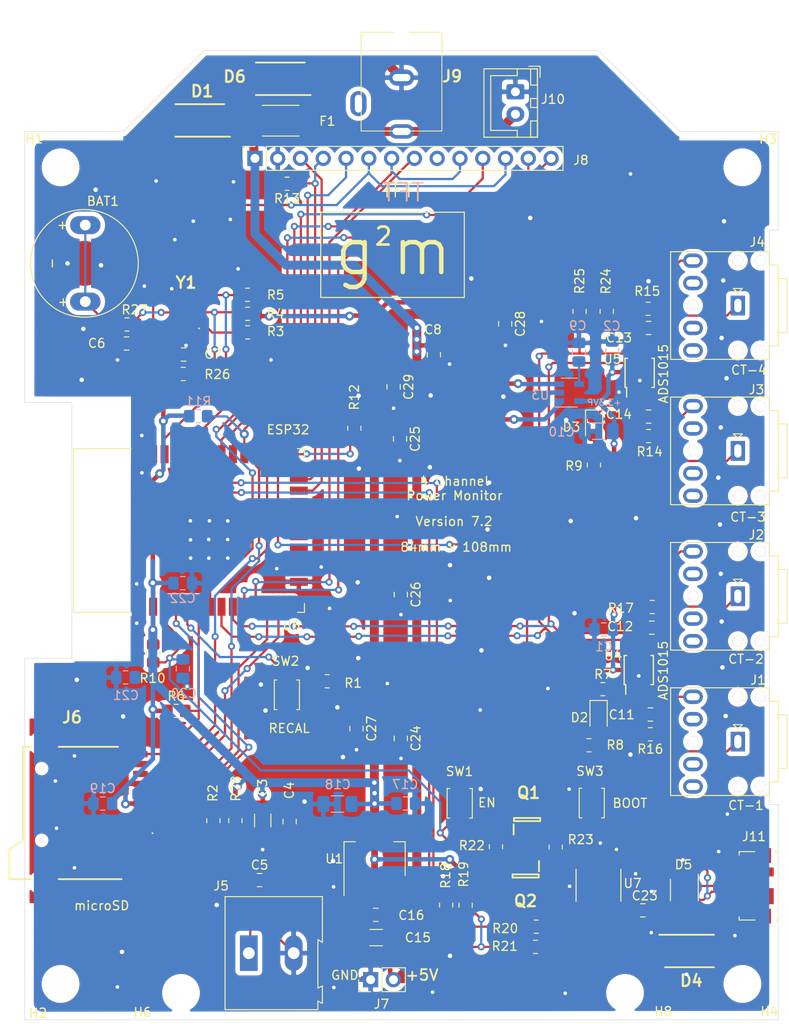
<source format=kicad_pcb>
(kicad_pcb (version 20171130) (host pcbnew "(5.1.10)-1")
  (title_block (title "4 Channel Power Monitor") (date 2024-08-06) (rev 7.2) (company g2m))
  (layers (0 F.Cu signal) (31 B.Cu signal) (34 B.Paste user) (35 F.Paste user) (36 B.SilkS user) (37 F.SilkS user) (38 B.Mask user) (39 F.Mask user) (44 Edge.Cuts user))
  (net 0 "")
  (net 1 GND)
  (net 2 +3V3)
  (net 3 ADC1_0)
  (net 4 "Net-(J1-Pad4)")
  (net 5 "Net-(J1-Pad3)")
  (net 6 "Net-(J1-Pad2)")
  (net 7 "Net-(J2-Pad4)")
  (net 8 "Net-(J2-Pad3)")
  (net 9 "Net-(J2-Pad2)")
  (net 10 "Net-(J3-Pad4)")
  (net 11 "Net-(J3-Pad3)")
  (net 12 "Net-(J3-Pad2)")
  (net 13 "Net-(J4-Pad4)")
  (net 14 "Net-(J4-Pad3)")
  (net 15 "Net-(J4-Pad2)")
  (net 16 TouchInt)
  (net 17 /MISO)
  (net 18 /MOSI)
  (net 19 /Touch_CS)
  (net 20 /SCK)
  (net 21 TFT_LED)
  (net 22 /TFT_DC)
  (net 23 /TFT_RESET)
  (net 24 /TFT_CS)
  (net 25 +5V)
  (net 26 "Net-(J8-Pad9)")
  (net 27 +3.3VP)
  (net 28 "Net-(C9-Pad1)")
  (net 29 "Net-(R1-Pad2)")
  (net 30 "Net-(R2-Pad1)")
  (net 31 "Net-(C11-Pad2)")
  (net 32 "Net-(C11-Pad1)")
  (net 33 "Net-(C12-Pad2)")
  (net 34 "Net-(C12-Pad1)")
  (net 35 "Net-(C13-Pad2)")
  (net 36 "Net-(C13-Pad1)")
  (net 37 "Net-(C14-Pad2)")
  (net 38 "Net-(C14-Pad1)")
  (net 39 "Net-(D2-Pad2)")
  (net 40 "Net-(D2-Pad1)")
  (net 41 "Net-(D3-Pad2)")
  (net 42 "Net-(D3-Pad1)")
  (net 43 "Net-(R7-Pad2)")
  (net 44 RST)
  (net 45 SD_MISO)
  (net 46 SD_CLK)
  (net 47 SD_MOSI)
  (net 48 SD_CS)
  (net 49 SD_DET)
  (net 50 BOOT)
  (net 51 "Net-(U6-Pad32)")
  (net 52 "Net-(U6-Pad22)")
  (net 53 "Net-(U6-Pad21)")
  (net 54 "Net-(U6-Pad20)")
  (net 55 "Net-(U6-Pad19)")
  (net 56 "Net-(U6-Pad18)")
  (net 57 "Net-(U6-Pad17)")
  (net 58 "Net-(U6-Pad16)")
  (net 59 "Net-(U6-Pad14)")
  (net 60 "Net-(C23-Pad2)")
  (net 61 "Net-(D4-Pad2)")
  (net 62 "Net-(D5-Pad4)")
  (net 63 "Net-(J11-Pad4)")
  (net 64 RXD)
  (net 65 TXD)
  (net 66 "Net-(Q1-Pad2)")
  (net 67 "Net-(Q1-Pad1)")
  (net 68 "Net-(Q2-Pad2)")
  (net 69 "Net-(Q2-Pad1)")
  (net 70 "Net-(R20-Pad2)")
  (net 71 "Net-(R21-Pad2)")
  (net 72 "Net-(U7-Pad5)")
  (net 73 "Net-(D5-Pad2)")
  (net 74 VBackup)
  (net 75 "Net-(C6-Pad1)")
  (net 76 RTC_INT)
  (net 77 SCL_0)
  (net 78 SDA_0)
  (net 79 SDA_1)
  (net 80 SCL_1)
  (net 81 "Net-(R26-Pad2)")
  (net 82 "Net-(Y1-Pad1)")
  (net 83 "Net-(J6-Pad8)")
  (net 84 "Net-(J6-Pad1)")
  (net 85 "Net-(F1-Pad1)")
  (net 86 "Net-(J9-Pad3)")
  (module BatteruyHolder:Battery_Retainer_size_13 (layer F.Cu) (at 76.65 71.7 90)
    (fp_text reference BAT1 (at 6.93 2.06) (layer F.SilkS))
    (fp_text value SR754)
    (fp_text user + (at 4.23 -2.51 90) (layer F.SilkS))
    (fp_text user + (at -4.34 -2.43 90) (layer F.SilkS))
    (fp_text user - (at 0 -3.65 90) (layer F.SilkS))
    (pad 2 thru_hole oval (at 4.265 0.1 90) (size 2 3.4) (drill oval 1.2) (layers *.Cu *.Mask) (net 74 VBackup))
    (pad 1 smd circle (at 0 0 90) (size 5 5) (layers F.Cu F.Mask) (net 1 GND))
    (pad 2 thru_hole oval (at -4.265 0.1 90) (size 2 3.4) (drill oval 1.2) (layers *.Cu *.Mask) (net 74 VBackup))
  )
  (module Connector_JST:JST_XH_B2B-XH-A_1x02_P2.50mm_Vertical (layer F.Cu) (at 124.7 52.58 270)
    (fp_text reference J10 (at 0.83 -4.19) (layer F.SilkS))
    (fp_text value "+5V IN")
    (pad 2 thru_hole oval (at 2.5 0 270) (size 1.7 2) (drill 1) (layers *.Cu *.Mask) (net 85 "Net-(F1-Pad1)"))
    (pad 1 thru_hole roundrect (at 0 0 270) (size 1.7 2) (drill 1) (layers *.Cu *.Mask) (roundrect_rratio 0.147059) (net 1 GND))
  )
  (module Connector_PinHeader_2.54mm:PinHeader_1x02_P2.54mm_Vertical (layer F.Cu) (at 108.56 151.53 90)
    (fp_text reference J7 (at -2.72 1.21) (layer F.SilkS))
    (fp_text value Test_5V)
    (pad 2 thru_hole oval (at 0 2.54 90) (size 1.7 1.7) (drill 1) (layers *.Cu *.Mask) (net 25 +5V))
    (pad 1 thru_hole rect (at 0 0 90) (size 1.7 1.7) (drill 1) (layers *.Cu *.Mask) (net 1 GND))
  )
  (module Connector_Custom:PJ-059A (layer F.Cu) (at 112 51 270)
    (fp_text reference J9 (at -0.15 -5.65) (layer F.SilkS) (effects (font (size 1.27 1.27) (thickness 0.254))))
    (fp_text value Barrel_Jack_Switch hide)
    (pad "" np_thru_hole circle (at -4.4 0 270) (size 2.2 2.2) (drill 2.2) (layers *.Cu *.Mask))
    (pad 2 thru_hole oval (at 0 0) (size 2.8 1.8) (drill oval 2 0.8) (layers *.Cu *.Mask) (net 1 GND))
    (pad 3 thru_hole oval (at 2.9 4.8) (size 1.8 2.8) (drill oval 0.8 2) (layers *.Cu *.Mask) (net 86 "Net-(J9-Pad3)"))
    (pad 1 thru_hole oval (at 6 0) (size 2.8 1.6) (drill oval 2 0.8) (layers *.Cu *.Mask) (net 85 "Net-(F1-Pad1)"))
  )
  (module SamacSys_Parts:MSD4A (layer F.Cu) (at 75.99 132.95 270)
    (fp_text reference J6 (at -10.66 0.72) (layer F.SilkS) (effects (font (size 1.27 1.27) (thickness 0.254))))
    (fp_text value MSD-4-A hide)
    (pad MH2 thru_hole circle (at -4.95 4.1) (size 0.5 0.5) (drill 1) (layers *.Cu *.Mask F.SilkS))
    (pad MH1 thru_hole circle (at 3.05 4.1) (size 0.5 0.5) (drill 1) (layers *.Cu *.Mask F.SilkS))
    (pad CD1 smd rect (at -6.55 -6.9 270) (size 0.7 1.6) (layers F.Cu F.Paste F.Mask) (net 49 SD_DET))
    (pad G4 smd rect (at -7.75 -5.6 270) (size 1.2 1.8) (layers F.Cu F.Paste F.Mask) (net 1 GND))
    (pad G3 smd rect (at -7.75 3.7 270) (size 1.2 2.2) (layers F.Cu F.Paste F.Mask) (net 1 GND))
    (pad G2 smd rect (at 7.75 3.7 270) (size 1.2 2.2) (layers F.Cu F.Paste F.Mask) (net 1 GND))
    (pad G1 smd rect (at 6.85 -5.85 270) (size 1.5 1.6) (layers F.Cu F.Paste F.Mask) (net 1 GND))
    (pad 8 smd rect (at -5.45 -6.9 270) (size 0.7 1.6) (layers F.Cu F.Paste F.Mask) (net 83 "Net-(J6-Pad8)"))
    (pad 7 smd rect (at -4.35 -6.9 270) (size 0.7 1.6) (layers F.Cu F.Paste F.Mask) (net 45 SD_MISO))
    (pad 6 smd rect (at -3.25 -6.9 270) (size 0.7 1.6) (layers F.Cu F.Paste F.Mask) (net 1 GND))
    (pad 5 smd rect (at -2.15 -6.9 270) (size 0.7 1.6) (layers F.Cu F.Paste F.Mask) (net 46 SD_CLK))
    (pad 4 smd rect (at -1.05 -6.9 270) (size 0.7 1.6) (layers F.Cu F.Paste F.Mask) (net 2 +3V3))
    (pad 3 smd rect (at 0.05 -6.9 270) (size 0.7 1.6) (layers F.Cu F.Paste F.Mask) (net 47 SD_MOSI))
    (pad 2 smd rect (at 1.15 -6.9 270) (size 0.7 1.6) (layers F.Cu F.Paste F.Mask) (net 48 SD_CS))
    (pad 1 smd rect (at 2.25 -6.9 270) (size 0.7 1.6) (layers F.Cu F.Paste F.Mask) (net 84 "Net-(J6-Pad1)"))
  )
  (module Fuse:Fuse_2512_6332Metric_Pad1.52x3.35mm_HandSolder (layer F.Cu) (at 98.53 55.8 180)
    (fp_text reference F1 (at -5.2 -0.05) (layer F.SilkS))
    (fp_text value Polyfuse_Small)
    (pad 2 smd roundrect (at 2.9875 0 180) (size 1.525 3.35) (layers F.Cu F.Paste F.Mask) (roundrect_rratio 0.163934) (net 25 +5V))
    (pad 1 smd roundrect (at -2.9875 0 180) (size 1.525 3.35) (layers F.Cu F.Paste F.Mask) (roundrect_rratio 0.163934) (net 85 "Net-(F1-Pad1)"))
  )
  (module DIODE_SMD:DO-214AA (layer F.Cu) (at 98.49 51.13 180)
    (fp_text reference D6 (at 5.09 0.24) (layer F.SilkS) (effects (font (size 1.27 1.27) (thickness 0.254))))
    (fp_text value SMAZ6V2 hide)
    (pad 2 smd rect (at 2.025 0 180) (size 2.72 2.3) (layers F.Cu F.Paste F.Mask) (net 25 +5V))
    (pad 1 smd rect (at -2.025 0 180) (size 2.72 2.3) (layers F.Cu F.Paste F.Mask) (net 1 GND))
  )
  (module SamacSys_Parts:DIOM5436X295N (layer F.Cu) (at 89.51 55.77 180)
    (fp_text reference D1 (at -0.26 3.25) (layer F.SilkS) (effects (font (size 1.27 1.27) (thickness 0.254))))
    (fp_text value 1N5819 hide)
    (pad 2 smd rect (at 2.3 0 180) (size 2.15 2.2) (layers F.Cu F.Paste F.Mask) (net 1 GND))
    (pad 1 smd rect (at -2.3 0 180) (size 2.15 2.2) (layers F.Cu F.Paste F.Mask) (net 25 +5V))
  )
  (module CustomFootprints:SW_SPST_ALPS_SKRKA (layer F.Cu) (at 133.21 131.84 90)
    (fp_text reference SW3 (at 3.55 -0.2) (layer F.SilkS))
    (fp_text value Boot)
    (pad 2 smd rect (at 2.1 0 90) (size 0.8 2) (layers F.Cu F.Paste F.Mask) (net 1 GND))
    (pad 1 smd rect (at -2.1 0 90) (size 0.8 2) (layers F.Cu F.Paste F.Mask) (net 50 BOOT))
  )
  (module CustomFootprints:SW_SPST_ALPS_SKRKA (layer F.Cu) (at 118.49 131.87 270)
    (fp_text reference SW1 (at -3.55 0.02) (layer F.SilkS))
    (fp_text value EN)
    (pad 2 smd rect (at 2.1 0 270) (size 0.8 2) (layers F.Cu F.Paste F.Mask) (net 44 RST))
    (pad 1 smd rect (at -2.1 0 270) (size 0.8 2) (layers F.Cu F.Paste F.Mask) (net 1 GND))
  )
  (module CustomFootprints:SW_SPST_ALPS_SKRKA (layer F.Cu) (at 99.22 119.78 90)
    (fp_text reference SW2 (at 3.75 -0.14) (layer F.SilkS))
    (fp_text value "Recal Touch")
    (pad 2 smd rect (at 2.1 0 90) (size 0.8 2) (layers F.Cu F.Paste F.Mask) (net 29 "Net-(R1-Pad2)"))
    (pad 1 smd rect (at -2.1 0 90) (size 0.8 2) (layers F.Cu F.Paste F.Mask) (net 1 GND))
  )
  (module Resistor_SMD:R_0805_2012Metric_Pad1.20x1.40mm_HandSolder (layer F.Cu) (at 86.89 121.57)
    (fp_text reference R6 (at 0 -1.65) (layer F.SilkS))
    (fp_text value 10k)
    (pad 2 smd roundrect (at 1 0) (size 1.2 1.4) (layers F.Cu F.Paste F.Mask) (roundrect_rratio 0.208333) (net 49 SD_DET))
    (pad 1 smd roundrect (at -1 0) (size 1.2 1.4) (layers F.Cu F.Paste F.Mask) (roundrect_rratio 0.208333) (net 2 +3V3))
  )
  (module Connector_Custom:Jack_3.5mm_PJ307_Horizontal (layer F.Cu) (at 147.5 125 270)
    (fp_text reference J1 (at -6.86 -4.25) (layer F.SilkS))
    (fp_text value CT-1 (at 7.1 -2.9) (layer F.SilkS))
    (pad "" thru_hole circle (at 0 3 180) (size 1.2 1.2) (drill 1.2) (layers *.Cu *.Mask))
    (pad "" thru_hole circle (at 5 -4.5 180) (size 1.2 1.2) (drill 1.2) (layers *.Cu *.Mask))
    (pad "" thru_hole circle (at 5 -2 180) (size 1.2 1.2) (drill 1.2) (layers *.Cu *.Mask))
    (pad "" thru_hole circle (at -5 -2 180) (size 1.2 1.2) (drill 1.2) (layers *.Cu *.Mask))
    (pad "" thru_hole circle (at -5 -4.5 180) (size 1.2 1.2) (drill 1.2) (layers *.Cu *.Mask))
    (pad 4 thru_hole oval (at -2.5 3 180) (size 2.2 1.6) (drill oval 1.5 0.8) (layers *.Cu *.Mask) (net 4 "Net-(J1-Pad4)"))
    (pad 5 thru_hole oval (at -5 3 180) (size 2.2 1.6) (drill oval 1.5 0.8) (layers *.Cu *.Mask) (net 32 "Net-(C11-Pad1)"))
    (pad 1 thru_hole rect (at 0 -2 90) (size 2.2 1.6) (drill oval 1.5 0.8) (layers *.Cu *.Mask) (net 31 "Net-(C11-Pad2)"))
    (pad 3 thru_hole oval (at 2.5 3 180) (size 2.2 1.6) (drill oval 1.5 0.8) (layers *.Cu *.Mask) (net 5 "Net-(J1-Pad3)"))
    (pad 2 thru_hole oval (at 5 3 180) (size 2.2 1.6) (drill oval 1.5 0.8) (layers *.Cu *.Mask) (net 6 "Net-(J1-Pad2)"))
  )
  (module Connector_Custom:Jack_3.5mm_PJ307_Horizontal (layer F.Cu) (at 147.5 108.8 270)
    (fp_text reference J2 (at -6.84 -4.06) (layer F.SilkS))
    (fp_text value CT-2 (at 7 -2.9) (layer F.SilkS))
    (pad "" thru_hole circle (at 0 3 180) (size 1.2 1.2) (drill 1.2) (layers *.Cu *.Mask))
    (pad "" thru_hole circle (at 5 -4.5 180) (size 1.2 1.2) (drill 1.2) (layers *.Cu *.Mask))
    (pad "" thru_hole circle (at 5 -2 180) (size 1.2 1.2) (drill 1.2) (layers *.Cu *.Mask))
    (pad "" thru_hole circle (at -5 -2 180) (size 1.2 1.2) (drill 1.2) (layers *.Cu *.Mask))
    (pad "" thru_hole circle (at -5 -4.5 180) (size 1.2 1.2) (drill 1.2) (layers *.Cu *.Mask))
    (pad 4 thru_hole oval (at -2.5 3 180) (size 2.2 1.6) (drill oval 1.5 0.8) (layers *.Cu *.Mask) (net 7 "Net-(J2-Pad4)"))
    (pad 5 thru_hole oval (at -5 3 180) (size 2.2 1.6) (drill oval 1.5 0.8) (layers *.Cu *.Mask) (net 34 "Net-(C12-Pad1)"))
    (pad 1 thru_hole rect (at 0 -2 90) (size 2.2 1.6) (drill oval 1.5 0.8) (layers *.Cu *.Mask) (net 33 "Net-(C12-Pad2)"))
    (pad 3 thru_hole oval (at 2.5 3 180) (size 2.2 1.6) (drill oval 1.5 0.8) (layers *.Cu *.Mask) (net 8 "Net-(J2-Pad3)"))
    (pad 2 thru_hole oval (at 5 3 180) (size 2.2 1.6) (drill oval 1.5 0.8) (layers *.Cu *.Mask) (net 9 "Net-(J2-Pad2)"))
  )
  (module Connector_Custom:Jack_3.5mm_PJ307_Horizontal (layer F.Cu) (at 147.5 76.4 270)
    (fp_text reference J4 (at -7.07 -4.15) (layer F.SilkS))
    (fp_text value CT-4 (at 7.19 -3.22) (layer F.SilkS))
    (pad "" thru_hole circle (at 0 3 180) (size 1.2 1.2) (drill 1.2) (layers *.Cu *.Mask))
    (pad "" thru_hole circle (at 5 -4.5 180) (size 1.2 1.2) (drill 1.2) (layers *.Cu *.Mask))
    (pad "" thru_hole circle (at 5 -2 180) (size 1.2 1.2) (drill 1.2) (layers *.Cu *.Mask))
    (pad "" thru_hole circle (at -5 -2 180) (size 1.2 1.2) (drill 1.2) (layers *.Cu *.Mask))
    (pad "" thru_hole circle (at -5 -4.5 180) (size 1.2 1.2) (drill 1.2) (layers *.Cu *.Mask))
    (pad 4 thru_hole oval (at -2.5 3 180) (size 2.2 1.6) (drill oval 1.5 0.8) (layers *.Cu *.Mask) (net 13 "Net-(J4-Pad4)"))
    (pad 5 thru_hole oval (at -5 3 180) (size 2.2 1.6) (drill oval 1.5 0.8) (layers *.Cu *.Mask) (net 36 "Net-(C13-Pad1)"))
    (pad 1 thru_hole rect (at 0 -2 90) (size 2.2 1.6) (drill oval 1.5 0.8) (layers *.Cu *.Mask) (net 35 "Net-(C13-Pad2)"))
    (pad 3 thru_hole oval (at 2.5 3 180) (size 2.2 1.6) (drill oval 1.5 0.8) (layers *.Cu *.Mask) (net 14 "Net-(J4-Pad3)"))
    (pad 2 thru_hole oval (at 5 3 180) (size 2.2 1.6) (drill oval 1.5 0.8) (layers *.Cu *.Mask) (net 15 "Net-(J4-Pad2)"))
  )
  (module Connector_Custom:Jack_3.5mm_PJ307_Horizontal (layer F.Cu) (at 147.5 92.6 270)
    (fp_text reference J3 (at -6.825 -4.08) (layer F.SilkS))
    (fp_text value CT-3 (at 7.37 -3.13) (layer F.SilkS))
    (pad "" thru_hole circle (at 0 3 180) (size 1.2 1.2) (drill 1.2) (layers *.Cu *.Mask))
    (pad "" thru_hole circle (at 5 -4.5 180) (size 1.2 1.2) (drill 1.2) (layers *.Cu *.Mask))
    (pad "" thru_hole circle (at 5 -2 180) (size 1.2 1.2) (drill 1.2) (layers *.Cu *.Mask))
    (pad "" thru_hole circle (at -5 -2 180) (size 1.2 1.2) (drill 1.2) (layers *.Cu *.Mask))
    (pad "" thru_hole circle (at -5 -4.5 180) (size 1.2 1.2) (drill 1.2) (layers *.Cu *.Mask))
    (pad 4 thru_hole oval (at -2.5 3 180) (size 2.2 1.6) (drill oval 1.5 0.8) (layers *.Cu *.Mask) (net 10 "Net-(J3-Pad4)"))
    (pad 5 thru_hole oval (at -5 3 180) (size 2.2 1.6) (drill oval 1.5 0.8) (layers *.Cu *.Mask) (net 38 "Net-(C14-Pad1)"))
    (pad 1 thru_hole rect (at 0 -2 90) (size 2.2 1.6) (drill oval 1.5 0.8) (layers *.Cu *.Mask) (net 37 "Net-(C14-Pad2)"))
    (pad 3 thru_hole oval (at 2.5 3 180) (size 2.2 1.6) (drill oval 1.5 0.8) (layers *.Cu *.Mask) (net 11 "Net-(J3-Pad3)"))
    (pad 2 thru_hole oval (at 5 3 180) (size 2.2 1.6) (drill oval 1.5 0.8) (layers *.Cu *.Mask) (net 12 "Net-(J3-Pad2)"))
  )
  (module SamacSys_Parts:DIOM5436X295N (layer F.Cu) (at 144.11 148.33)
    (fp_text reference D4 (at 0.2 3.32) (layer F.SilkS) (effects (font (size 1.27 1.27) (thickness 0.254))))
    (fp_text value 5819SMJE3_TR13 hide)
    (pad 2 smd rect (at 2.3 0) (size 2.15 2.2) (layers F.Cu F.Paste F.Mask) (net 61 "Net-(D4-Pad2)"))
    (pad 1 smd rect (at -2.3 0) (size 2.15 2.2) (layers F.Cu F.Paste F.Mask) (net 25 +5V))
  )
  (module Capacitor_SMD:C_0805_2012Metric_Pad1.18x1.45mm_HandSolder (layer F.Cu) (at 111.12 85.46 270)
    (fp_text reference C29 (at 0 -1.68 90) (layer F.SilkS))
    (fp_text value 100nF)
    (pad 2 smd roundrect (at 1.0375 0 270) (size 1.175 1.45) (layers F.Cu F.Paste F.Mask) (roundrect_rratio 0.212766) (net 1 GND))
    (pad 1 smd roundrect (at -1.0375 0 270) (size 1.175 1.45) (layers F.Cu F.Paste F.Mask) (roundrect_rratio 0.212766) (net 2 +3V3))
  )
  (module Capacitor_SMD:C_0805_2012Metric_Pad1.18x1.45mm_HandSolder (layer F.Cu) (at 123.56 78.44 270)
    (fp_text reference C28 (at 0 -1.68 90) (layer F.SilkS))
    (fp_text value 100nF)
    (pad 2 smd roundrect (at 1.0375 0 270) (size 1.175 1.45) (layers F.Cu F.Paste F.Mask) (roundrect_rratio 0.212766) (net 1 GND))
    (pad 1 smd roundrect (at -1.0375 0 270) (size 1.175 1.45) (layers F.Cu F.Paste F.Mask) (roundrect_rratio 0.212766) (net 2 +3V3))
  )
  (module Capacitor_SMD:C_0805_2012Metric_Pad1.18x1.45mm_HandSolder (layer F.Cu) (at 106.98 123.55 270)
    (fp_text reference C27 (at 0 -1.68 90) (layer F.SilkS))
    (fp_text value 100nF)
    (pad 2 smd roundrect (at 1.0375 0 270) (size 1.175 1.45) (layers F.Cu F.Paste F.Mask) (roundrect_rratio 0.212766) (net 1 GND))
    (pad 1 smd roundrect (at -1.0375 0 270) (size 1.175 1.45) (layers F.Cu F.Paste F.Mask) (roundrect_rratio 0.212766) (net 2 +3V3))
  )
  (module Capacitor_SMD:C_0805_2012Metric_Pad1.18x1.45mm_HandSolder (layer F.Cu) (at 111.92 108.61 270)
    (fp_text reference C26 (at 0 -1.68 90) (layer F.SilkS))
    (fp_text value 100nF)
    (pad 2 smd roundrect (at 1.0375 0 270) (size 1.175 1.45) (layers F.Cu F.Paste F.Mask) (roundrect_rratio 0.212766) (net 1 GND))
    (pad 1 smd roundrect (at -1.0375 0 270) (size 1.175 1.45) (layers F.Cu F.Paste F.Mask) (roundrect_rratio 0.212766) (net 25 +5V))
  )
  (module Capacitor_SMD:C_0805_2012Metric_Pad1.18x1.45mm_HandSolder (layer F.Cu) (at 111.84 91.26 270)
    (fp_text reference C25 (at 0 -1.68 90) (layer F.SilkS))
    (fp_text value 100nF)
    (pad 2 smd roundrect (at 1.0375 0 270) (size 1.175 1.45) (layers F.Cu F.Paste F.Mask) (roundrect_rratio 0.212766) (net 1 GND))
    (pad 1 smd roundrect (at -1.0375 0 270) (size 1.175 1.45) (layers F.Cu F.Paste F.Mask) (roundrect_rratio 0.212766) (net 25 +5V))
  )
  (module Capacitor_SMD:C_0805_2012Metric_Pad1.18x1.45mm_HandSolder (layer F.Cu) (at 111.92 124.64 270)
    (fp_text reference C24 (at 0 -1.68 90) (layer F.SilkS))
    (fp_text value 100nF)
    (pad 2 smd roundrect (at 1.0375 0 270) (size 1.175 1.45) (layers F.Cu F.Paste F.Mask) (roundrect_rratio 0.212766) (net 1 GND))
    (pad 1 smd roundrect (at -1.0375 0 270) (size 1.175 1.45) (layers F.Cu F.Paste F.Mask) (roundrect_rratio 0.212766) (net 25 +5V))
  )
  (module RF_Module:ESP32-WROOM-32 (layer F.Cu) (at 91.3 101.47 90)
    (fp_text reference U6 (at -10.61 8.43) (layer F.SilkS))
    (fp_text value ESP32-WROOM)
    (pad 38 smd rect (at 8.5 -8.255 90) (size 2 0.9) (layers F.Cu F.Paste F.Mask) (net 1 GND))
    (pad 37 smd rect (at 8.5 -6.985 90) (size 2 0.9) (layers F.Cu F.Paste F.Mask) (net 18 /MOSI))
    (pad 36 smd rect (at 8.5 -5.715 90) (size 2 0.9) (layers F.Cu F.Paste F.Mask) (net 77 SCL_0))
    (pad 35 smd rect (at 8.5 -4.445 90) (size 2 0.9) (layers F.Cu F.Paste F.Mask) (net 65 TXD))
    (pad 34 smd rect (at 8.5 -3.175 90) (size 2 0.9) (layers F.Cu F.Paste F.Mask) (net 64 RXD))
    (pad 33 smd rect (at 8.5 -1.905 90) (size 2 0.9) (layers F.Cu F.Paste F.Mask) (net 78 SDA_0))
    (pad 32 smd rect (at 8.5 -0.635 90) (size 2 0.9) (layers F.Cu F.Paste F.Mask) (net 51 "Net-(U6-Pad32)"))
    (pad 31 smd rect (at 8.5 0.635 90) (size 2 0.9) (layers F.Cu F.Paste F.Mask) (net 17 /MISO))
    (pad 30 smd rect (at 8.5 1.905 90) (size 2 0.9) (layers F.Cu F.Paste F.Mask) (net 20 /SCK))
    (pad 29 smd rect (at 8.5 3.175 90) (size 2 0.9) (layers F.Cu F.Paste F.Mask) (net 19 /Touch_CS))
    (pad 28 smd rect (at 8.5 4.445 90) (size 2 0.9) (layers F.Cu F.Paste F.Mask) (net 47 SD_MOSI))
    (pad 27 smd rect (at 8.5 5.715 90) (size 2 0.9) (layers F.Cu F.Paste F.Mask) (net 45 SD_MISO))
    (pad 26 smd rect (at 8.5 6.985 90) (size 2 0.9) (layers F.Cu F.Paste F.Mask) (net 22 /TFT_DC))
    (pad 25 smd rect (at 8.5 8.255 90) (size 2 0.9) (layers F.Cu F.Paste F.Mask) (net 50 BOOT))
    (pad 24 smd rect (at 5.715 9.255 180) (size 2 0.9) (layers F.Cu F.Paste F.Mask) (net 23 /TFT_RESET))
    (pad 23 smd rect (at 4.445 9.255 180) (size 2 0.9) (layers F.Cu F.Paste F.Mask) (net 24 /TFT_CS))
    (pad 22 smd rect (at 3.175 9.255 180) (size 2 0.9) (layers F.Cu F.Paste F.Mask) (net 52 "Net-(U6-Pad22)"))
    (pad 21 smd rect (at 1.905 9.255 180) (size 2 0.9) (layers F.Cu F.Paste F.Mask) (net 53 "Net-(U6-Pad21)"))
    (pad 20 smd rect (at 0.635 9.255 180) (size 2 0.9) (layers F.Cu F.Paste F.Mask) (net 54 "Net-(U6-Pad20)"))
    (pad 19 smd rect (at -0.635 9.255 180) (size 2 0.9) (layers F.Cu F.Paste F.Mask) (net 55 "Net-(U6-Pad19)"))
    (pad 18 smd rect (at -1.905 9.255 180) (size 2 0.9) (layers F.Cu F.Paste F.Mask) (net 56 "Net-(U6-Pad18)"))
    (pad 17 smd rect (at -3.175 9.255 180) (size 2 0.9) (layers F.Cu F.Paste F.Mask) (net 57 "Net-(U6-Pad17)"))
    (pad 16 smd rect (at -4.445 9.255 180) (size 2 0.9) (layers F.Cu F.Paste F.Mask) (net 58 "Net-(U6-Pad16)"))
    (pad 15 smd rect (at -5.715 9.255 180) (size 2 0.9) (layers F.Cu F.Paste F.Mask) (net 1 GND))
    (pad 14 smd rect (at -8.5 8.255 90) (size 2 0.9) (layers F.Cu F.Paste F.Mask) (net 59 "Net-(U6-Pad14)"))
    (pad 13 smd rect (at -8.5 6.985 90) (size 2 0.9) (layers F.Cu F.Paste F.Mask) (net 46 SD_CLK))
    (pad 12 smd rect (at -8.5 5.715 90) (size 2 0.9) (layers F.Cu F.Paste F.Mask) (net 48 SD_CS))
    (pad 11 smd rect (at -8.5 4.445 90) (size 2 0.9) (layers F.Cu F.Paste F.Mask) (net 21 TFT_LED))
    (pad 10 smd rect (at -8.5 3.175 90) (size 2 0.9) (layers F.Cu F.Paste F.Mask) (net 16 TouchInt))
    (pad 9 smd rect (at -8.5 1.905 90) (size 2 0.9) (layers F.Cu F.Paste F.Mask) (net 79 SDA_1))
    (pad 8 smd rect (at -8.5 0.635 90) (size 2 0.9) (layers F.Cu F.Paste F.Mask) (net 80 SCL_1))
    (pad 7 smd rect (at -8.5 -0.635 90) (size 2 0.9) (layers F.Cu F.Paste F.Mask) (net 76 RTC_INT))
    (pad 6 smd rect (at -8.5 -1.905 90) (size 2 0.9) (layers F.Cu F.Paste F.Mask) (net 49 SD_DET))
    (pad 5 smd rect (at -8.5 -3.175 90) (size 2 0.9) (layers F.Cu F.Paste F.Mask) (net 29 "Net-(R1-Pad2)"))
    (pad 4 smd rect (at -8.5 -4.445 90) (size 2 0.9) (layers F.Cu F.Paste F.Mask) (net 30 "Net-(R2-Pad1)"))
    (pad 3 smd rect (at -8.5 -5.715 90) (size 2 0.9) (layers F.Cu F.Paste F.Mask) (net 44 RST))
    (pad 2 smd rect (at -8.5 -6.985 90) (size 2 0.9) (layers F.Cu F.Paste F.Mask) (net 2 +3V3))
    (pad 1 smd rect (at -8.5 -8.255 90) (size 2 0.9) (layers F.Cu F.Paste F.Mask) (net 1 GND))
    (pad 39 smd rect (at -1 -0.755 90) (size 5 5) (layers F.Cu F.Paste F.Mask) (net 1 GND))
  )
  (module SamacSys_Parts:RV3028C732768KHZ1PPMTAQA (layer F.Cu) (at 87.99 77.6 90)
    (fp_text reference Y1 (at 3.76 0) (layer F.SilkS) (effects (font (size 1.27 1.27) (thickness 0.254))))
    (fp_text value RV-3028-C7_32.768KHZ_1PPM-TA-QA hide)
    (pad 8 smd rect (at -1.35 -0.6 90) (size 0.5 0.8) (layers F.Cu F.Paste F.Mask) (net 81 "Net-(R26-Pad2)"))
    (pad 7 smd rect (at -0.45 -0.6 90) (size 0.5 0.8) (layers F.Cu F.Paste F.Mask) (net 2 +3V3))
    (pad 6 smd rect (at 0.45 -0.6 90) (size 0.5 0.8) (layers F.Cu F.Paste F.Mask) (net 75 "Net-(C6-Pad1)"))
    (pad 5 smd rect (at 1.35 -0.6 90) (size 0.5 0.8) (layers F.Cu F.Paste F.Mask) (net 1 GND))
    (pad 4 smd rect (at 1.35 0.6 90) (size 0.5 0.8) (layers F.Cu F.Paste F.Mask) (net 78 SDA_0))
    (pad 3 smd rect (at 0.45 0.6 90) (size 0.5 0.8) (layers F.Cu F.Paste F.Mask) (net 77 SCL_0))
    (pad 2 smd rect (at -0.45 0.6 90) (size 0.5 0.8) (layers F.Cu F.Paste F.Mask) (net 76 RTC_INT))
    (pad 1 smd rect (at -1.35 0.6 90) (size 0.5 0.8) (layers F.Cu F.Paste F.Mask) (net 82 "Net-(Y1-Pad1)"))
  )
  (module Resistor_SMD:R_0805_2012Metric_Pad1.20x1.40mm_HandSolder (layer F.Cu) (at 93.48 133.81 270)
    (fp_text reference R28 (at -3.58 -0.05 90) (layer F.SilkS))
    (fp_text value 1.5k)
    (pad 2 smd roundrect (at 1 0 270) (size 1.2 1.4) (layers F.Cu F.Paste F.Mask) (roundrect_rratio 0.208333) (net 3 ADC1_0))
    (pad 1 smd roundrect (at -1 0 270) (size 1.2 1.4) (layers F.Cu F.Paste F.Mask) (roundrect_rratio 0.208333) (net 2 +3V3))
  )
  (module Resistor_SMD:R_0805_2012Metric_Pad1.20x1.40mm_HandSolder (layer F.Cu) (at 81.39 78.51)
    (fp_text reference R27 (at 0.85 -1.64) (layer F.SilkS))
    (fp_text value 470)
    (pad 2 smd roundrect (at 1 0) (size 1.2 1.4) (layers F.Cu F.Paste F.Mask) (roundrect_rratio 0.208333) (net 75 "Net-(C6-Pad1)"))
    (pad 1 smd roundrect (at -1 0) (size 1.2 1.4) (layers F.Cu F.Paste F.Mask) (roundrect_rratio 0.208333) (net 74 VBackup))
  )
  (module Resistor_SMD:R_0805_2012Metric_Pad1.20x1.40mm_HandSolder (layer F.Cu) (at 87.67 84.03)
    (fp_text reference R26 (at 3.81 0.04) (layer F.SilkS))
    (fp_text value 10k)
    (pad 2 smd roundrect (at 1 0) (size 1.2 1.4) (layers F.Cu F.Paste F.Mask) (roundrect_rratio 0.208333) (net 81 "Net-(R26-Pad2)"))
    (pad 1 smd roundrect (at -1 0) (size 1.2 1.4) (layers F.Cu F.Paste F.Mask) (roundrect_rratio 0.208333) (net 2 +3V3))
  )
  (module Resistor_SMD:R_0805_2012Metric_Pad1.20x1.40mm_HandSolder (layer F.Cu) (at 131.85 77.05 270)
    (fp_text reference R25 (at -3.38 -0.01 90) (layer F.SilkS))
    (fp_text value 10k)
    (pad 2 smd roundrect (at 1 0 270) (size 1.2 1.4) (layers F.Cu F.Paste F.Mask) (roundrect_rratio 0.208333) (net 80 SCL_1))
    (pad 1 smd roundrect (at -1 0 270) (size 1.2 1.4) (layers F.Cu F.Paste F.Mask) (roundrect_rratio 0.208333) (net 2 +3V3))
  )
  (module Resistor_SMD:R_0805_2012Metric_Pad1.20x1.40mm_HandSolder (layer F.Cu) (at 134.88 77.05 270)
    (fp_text reference R24 (at -3.35 0.09 90) (layer F.SilkS))
    (fp_text value 10k)
    (pad 2 smd roundrect (at 1 0 270) (size 1.2 1.4) (layers F.Cu F.Paste F.Mask) (roundrect_rratio 0.208333) (net 79 SDA_1))
    (pad 1 smd roundrect (at -1 0 270) (size 1.2 1.4) (layers F.Cu F.Paste F.Mask) (roundrect_rratio 0.208333) (net 2 +3V3))
  )
  (module Resistor_SMD:R_0805_2012Metric_Pad1.20x1.40mm_HandSolder (layer F.Cu) (at 94.85 79.39 180)
    (fp_text reference R3 (at -3.12 0.1) (layer F.SilkS))
    (fp_text value 10k)
    (pad 2 smd roundrect (at 1 0 180) (size 1.2 1.4) (layers F.Cu F.Paste F.Mask) (roundrect_rratio 0.208333) (net 76 RTC_INT))
    (pad 1 smd roundrect (at -1 0 180) (size 1.2 1.4) (layers F.Cu F.Paste F.Mask) (roundrect_rratio 0.208333) (net 2 +3V3))
  )
  (module TerminalBlock:TerminalBlock_Altech_AK300-2_P5.00mm (layer F.Cu) (at 94.98 148.57)
    (fp_text reference J5 (at -3.09 -7.49) (layer F.SilkS))
    (fp_text value Thermister)
    (pad 2 thru_hole oval (at 5 0) (size 1.98 3.96) (drill 1.32) (layers *.Cu *.Mask) (net 1 GND))
    (pad 1 thru_hole rect (at 0 0) (size 1.98 3.96) (drill 1.32) (layers *.Cu *.Mask) (net 3 ADC1_0))
  )
  (module Capacitor_SMD:C_0805_2012Metric_Pad1.18x1.45mm_HandSolder (layer F.Cu) (at 96.18 140.43)
    (fp_text reference C5 (at 0 -1.68) (layer F.SilkS))
    (fp_text value 100nF)
    (pad 2 smd roundrect (at 1.0375 0) (size 1.175 1.45) (layers F.Cu F.Paste F.Mask) (roundrect_rratio 0.212766) (net 1 GND))
    (pad 1 smd roundrect (at -1.0375 0) (size 1.175 1.45) (layers F.Cu F.Paste F.Mask) (roundrect_rratio 0.212766) (net 3 ADC1_0))
  )
  (module Capacitor_SMD:C_0805_2012Metric_Pad1.18x1.45mm_HandSolder (layer F.Cu) (at 99.53 133.91 270)
    (fp_text reference C4 (at -3.48 0.04 90) (layer F.SilkS))
    (fp_text value 100nF)
    (pad 2 smd roundrect (at 1.0375 0 270) (size 1.175 1.45) (layers F.Cu F.Paste F.Mask) (roundrect_rratio 0.212766) (net 1 GND))
    (pad 1 smd roundrect (at -1.0375 0 270) (size 1.175 1.45) (layers F.Cu F.Paste F.Mask) (roundrect_rratio 0.212766) (net 2 +3V3))
  )
  (module Capacitor_SMD:C_1206_3216Metric_Pad1.33x1.80mm_HandSolder (layer F.Cu) (at 96.53 133.78 270)
    (fp_text reference C3 (at -3.67 0.02 90) (layer F.SilkS))
    (fp_text value 10uF)
    (pad 2 smd roundrect (at 1.5625 0 270) (size 1.325 1.8) (layers F.Cu F.Paste F.Mask) (roundrect_rratio 0.188679) (net 1 GND))
    (pad 1 smd roundrect (at -1.5625 0 270) (size 1.325 1.8) (layers F.Cu F.Paste F.Mask) (roundrect_rratio 0.188679) (net 2 +3V3))
  )
  (module Resistor_SMD:R_0805_2012Metric_Pad1.20x1.40mm_HandSolder (layer F.Cu) (at 126.93 147.87)
    (fp_text reference R21 (at -3.42 -0.07) (layer F.SilkS))
    (fp_text value 470)
    (pad 2 smd roundrect (at 1 0) (size 1.2 1.4) (layers F.Cu F.Paste F.Mask) (roundrect_rratio 0.208333) (net 71 "Net-(R21-Pad2)"))
    (pad 1 smd roundrect (at -1 0) (size 1.2 1.4) (layers F.Cu F.Paste F.Mask) (roundrect_rratio 0.208333) (net 65 TXD))
  )
  (module SamacSys_Parts:SOT95P237X125-3N (layer F.Cu) (at 126 133.68 90)
    (fp_text reference Q1 (at 2.98 0.17) (layer F.SilkS) (effects (font (size 1.27 1.27) (thickness 0.254))))
    (fp_text value MMSS8050-H-TP hide)
    (pad 3 smd rect (at 1.1 0 180) (size 0.6 1.15) (layers F.Cu F.Paste F.Mask) (net 50 BOOT))
    (pad 2 smd rect (at -1.1 0.95 180) (size 0.6 1.15) (layers F.Cu F.Paste F.Mask) (net 66 "Net-(Q1-Pad2)"))
    (pad 1 smd rect (at -1.1 -0.95 180) (size 0.6 1.15) (layers F.Cu F.Paste F.Mask) (net 67 "Net-(Q1-Pad1)"))
  )
  (module Capacitor_SMD:C_0805_2012Metric_Pad1.18x1.45mm_HandSolder (layer F.Cu) (at 138.9 143.8 180)
    (fp_text reference C23 (at -0.22 1.63) (layer F.SilkS))
    (fp_text value 100nF)
    (pad 2 smd roundrect (at 1.0375 0 180) (size 1.175 1.45) (layers F.Cu F.Paste F.Mask) (roundrect_rratio 0.212766) (net 60 "Net-(C23-Pad2)"))
    (pad 1 smd roundrect (at -1.0375 0 180) (size 1.175 1.45) (layers F.Cu F.Paste F.Mask) (roundrect_rratio 0.212766) (net 1 GND))
  )
  (module SamacSys_Parts:SOT95P237X125-3N (layer F.Cu) (at 125.83 139.97 270)
    (fp_text reference Q2 (at 2.79 0) (layer F.SilkS) (effects (font (size 1.27 1.27) (thickness 0.254))))
    (fp_text value MMSS8050-H-TP hide)
    (pad 3 smd rect (at 1.1 0) (size 0.6 1.15) (layers F.Cu F.Paste F.Mask) (net 44 RST))
    (pad 2 smd rect (at -1.1 0.95) (size 0.6 1.15) (layers F.Cu F.Paste F.Mask) (net 68 "Net-(Q2-Pad2)"))
    (pad 1 smd rect (at -1.1 -0.95) (size 0.6 1.15) (layers F.Cu F.Paste F.Mask) (net 69 "Net-(Q2-Pad1)"))
  )
  (module Package_TO_SOT_SMD:SOT-143 (layer F.Cu) (at 143.53 141.53 270)
    (fp_text reference D5 (at -2.82 0.09) (layer F.SilkS))
    (fp_text value SP0503BAHT)
    (pad 4 smd rect (at 1.1 -0.95 180) (size 1 1.4) (layers F.Cu F.Paste F.Mask) (net 62 "Net-(D5-Pad4)"))
    (pad 3 smd rect (at 1.1 0.95 180) (size 1 1.4) (layers F.Cu F.Paste F.Mask) (net 61 "Net-(D4-Pad2)"))
    (pad 2 smd rect (at -1.1 0.95 180) (size 1 1.4) (layers F.Cu F.Paste F.Mask) (net 73 "Net-(D5-Pad2)"))
    (pad 1 smd rect (at -1.1 -0.77 180) (size 1.2 1.4) (layers F.Cu F.Paste F.Mask) (net 1 GND))
  )
  (module Connector_USB:USB_Micro-B_Molex_47346-0001 (layer F.Cu) (at 151.35 141.07 90)
    (fp_text reference J11 (at 5.49 -0.05 180) (layer F.SilkS))
    (fp_text value USB_B_Micro)
    (pad 6 smd rect (at 1.55 1.2 90) (size 1 1.9) (layers F.Cu F.Paste F.Mask) (net 1 GND))
    (pad 6 smd rect (at -1.15 1.2 90) (size 1.8 1.9) (layers F.Cu F.Paste F.Mask) (net 1 GND))
    (pad 6 smd rect (at 3.375 1.2 90) (size 1.65 1.3) (layers F.Cu F.Paste F.Mask) (net 1 GND))
    (pad 6 smd rect (at -3.375 1.2 90) (size 1.65 1.3) (layers F.Cu F.Paste F.Mask) (net 1 GND))
    (pad 6 smd rect (at 2.4875 -1.375 90) (size 1.425 1.55) (layers F.Cu F.Paste F.Mask) (net 1 GND))
    (pad 6 smd rect (at -2.4875 -1.375 90) (size 1.425 1.55) (layers F.Cu F.Paste F.Mask) (net 1 GND))
    (pad 5 smd rect (at 1.3 -1.46 90) (size 0.45 1.38) (layers F.Cu F.Paste F.Mask) (net 1 GND))
    (pad 4 smd rect (at 0.65 -1.46 90) (size 0.45 1.38) (layers F.Cu F.Paste F.Mask) (net 63 "Net-(J11-Pad4)"))
    (pad 3 smd rect (at 0 -1.46 90) (size 0.45 1.38) (layers F.Cu F.Paste F.Mask) (net 73 "Net-(D5-Pad2)"))
    (pad 2 smd rect (at -0.65 -1.46 90) (size 0.45 1.38) (layers F.Cu F.Paste F.Mask) (net 62 "Net-(D5-Pad4)"))
    (pad 1 smd rect (at -1.3 -1.46 90) (size 0.45 1.38) (layers F.Cu F.Paste F.Mask) (net 61 "Net-(D4-Pad2)"))
  )
  (module Resistor_SMD:R_0805_2012Metric_Pad1.20x1.40mm_HandSolder (layer F.Cu) (at 116.98 143.21 270)
    (fp_text reference R18 (at -3.28 0.06 90) (layer F.SilkS))
    (fp_text value 10k)
    (pad 2 smd roundrect (at 1 0 270) (size 1.2 1.4) (layers F.Cu F.Paste F.Mask) (roundrect_rratio 0.208333) (net 64 RXD))
    (pad 1 smd roundrect (at -1 0 270) (size 1.2 1.4) (layers F.Cu F.Paste F.Mask) (roundrect_rratio 0.208333) (net 2 +3V3))
  )
  (module Resistor_SMD:R_0805_2012Metric_Pad1.20x1.40mm_HandSolder (layer F.Cu) (at 119.15 143.23 270)
    (fp_text reference R19 (at -3.44 0.22 270) (layer F.SilkS))
    (fp_text value 10k)
    (pad 2 smd roundrect (at 1 0 270) (size 1.2 1.4) (layers F.Cu F.Paste F.Mask) (roundrect_rratio 0.208333) (net 65 TXD))
    (pad 1 smd roundrect (at -1 0 270) (size 1.2 1.4) (layers F.Cu F.Paste F.Mask) (roundrect_rratio 0.208333) (net 2 +3V3))
  )
  (module Resistor_SMD:R_0805_2012Metric_Pad1.20x1.40mm_HandSolder (layer F.Cu) (at 127.02 145.62)
    (fp_text reference R20 (at -3.46 0.2) (layer F.SilkS))
    (fp_text value 470)
    (pad 2 smd roundrect (at 1 0) (size 1.2 1.4) (layers F.Cu F.Paste F.Mask) (roundrect_rratio 0.208333) (net 70 "Net-(R20-Pad2)"))
    (pad 1 smd roundrect (at -1 0) (size 1.2 1.4) (layers F.Cu F.Paste F.Mask) (roundrect_rratio 0.208333) (net 64 RXD))
  )
  (module Resistor_SMD:R_0805_2012Metric_Pad1.20x1.40mm_HandSolder (layer F.Cu) (at 122.53 136.71 270)
    (fp_text reference R22 (at -0.13 2.69) (layer F.SilkS))
    (fp_text value 5.1k)
    (pad 2 smd roundrect (at 1 0 270) (size 1.2 1.4) (layers F.Cu F.Paste F.Mask) (roundrect_rratio 0.208333) (net 68 "Net-(Q2-Pad2)"))
    (pad 1 smd roundrect (at -1 0 270) (size 1.2 1.4) (layers F.Cu F.Paste F.Mask) (roundrect_rratio 0.208333) (net 67 "Net-(Q1-Pad1)"))
  )
  (module Resistor_SMD:R_0805_2012Metric_Pad1.20x1.40mm_HandSolder (layer F.Cu) (at 129.19 136.75 90)
    (fp_text reference R23 (at 0.84 2.79) (layer F.SilkS))
    (fp_text value 5.1k)
    (pad 2 smd roundrect (at 1 0 90) (size 1.2 1.4) (layers F.Cu F.Paste F.Mask) (roundrect_rratio 0.208333) (net 66 "Net-(Q1-Pad2)"))
    (pad 1 smd roundrect (at -1 0 90) (size 1.2 1.4) (layers F.Cu F.Paste F.Mask) (roundrect_rratio 0.208333) (net 69 "Net-(Q2-Pad1)"))
  )
  (module CH340K:SOP100P600X160-11N (layer F.Cu) (at 133.96 141.01 270)
    (fp_text reference U7 (at -0.22 -3.8) (layer F.SilkS))
    (fp_text value CH340K)
    (pad 11 smd rect (at 0 0 270) (size 2.1 3.3) (layers F.Cu F.Mask) (net 1 GND))
    (pad 10 smd rect (at 2.75 -2 270) (size 1.31 0.6) (layers F.Cu F.Paste F.Mask) (net 60 "Net-(C23-Pad2)"))
    (pad 9 smd rect (at 2.75 -1 270) (size 1.31 0.6) (layers F.Cu F.Paste F.Mask) (net 71 "Net-(R21-Pad2)"))
    (pad 8 smd rect (at 2.75 0 270) (size 1.31 0.6) (layers F.Cu F.Paste F.Mask) (net 70 "Net-(R20-Pad2)"))
    (pad 7 smd rect (at 2.75 1 270) (size 1.31 0.6) (layers F.Cu F.Paste F.Mask) (net 2 +3V3))
    (pad 6 smd rect (at 2.75 2 270) (size 1.31 0.6) (layers F.Cu F.Paste F.Mask) (net 68 "Net-(Q2-Pad2)"))
    (pad 5 smd rect (at -2.75 2 270) (size 1.31 0.6) (layers F.Cu F.Paste F.Mask) (net 72 "Net-(U7-Pad5)"))
    (pad 4 smd rect (at -2.75 1 270) (size 1.31 0.6) (layers F.Cu F.Paste F.Mask) (net 66 "Net-(Q1-Pad2)"))
    (pad 3 smd rect (at -2.75 0 270) (size 1.31 0.6) (layers F.Cu F.Paste F.Mask) (net 1 GND))
    (pad 2 smd rect (at -2.75 -1 270) (size 1.31 0.6) (layers F.Cu F.Paste F.Mask) (net 62 "Net-(D5-Pad4)"))
    (pad 1 smd rect (at -2.75 -2 270) (size 1.31 0.6) (layers F.Cu F.Paste F.Mask) (net 73 "Net-(D5-Pad2)"))
  )
  (module Resistor_SMD:R_0805_2012Metric_Pad1.20x1.40mm_HandSolder (layer F.Cu) (at 139.95 110)
    (fp_text reference R17 (at -3.5 0.12) (layer F.SilkS))
    (fp_text value 10k)
    (pad 2 smd roundrect (at 1 0) (size 1.2 1.4) (layers F.Cu F.Paste F.Mask) (roundrect_rratio 0.208333) (net 33 "Net-(C12-Pad2)"))
    (pad 1 smd roundrect (at -1 0) (size 1.2 1.4) (layers F.Cu F.Paste F.Mask) (roundrect_rratio 0.208333) (net 34 "Net-(C12-Pad1)"))
  )
  (module Resistor_SMD:R_0805_2012Metric_Pad1.20x1.40mm_HandSolder (layer F.Cu) (at 139.74 124.18 180)
    (fp_text reference R16 (at 0 -1.65) (layer F.SilkS))
    (fp_text value 10k)
    (pad 2 smd roundrect (at 1 0 180) (size 1.2 1.4) (layers F.Cu F.Paste F.Mask) (roundrect_rratio 0.208333) (net 31 "Net-(C11-Pad2)"))
    (pad 1 smd roundrect (at -1 0 180) (size 1.2 1.4) (layers F.Cu F.Paste F.Mask) (roundrect_rratio 0.208333) (net 32 "Net-(C11-Pad1)"))
  )
  (module Resistor_SMD:R_0805_2012Metric_Pad1.20x1.40mm_HandSolder (layer F.Cu) (at 139.49 76.76)
    (fp_text reference R15 (at -0.09 -1.96) (layer F.SilkS))
    (fp_text value 10k)
    (pad 2 smd roundrect (at 1 0) (size 1.2 1.4) (layers F.Cu F.Paste F.Mask) (roundrect_rratio 0.208333) (net 35 "Net-(C13-Pad2)"))
    (pad 1 smd roundrect (at -1 0) (size 1.2 1.4) (layers F.Cu F.Paste F.Mask) (roundrect_rratio 0.208333) (net 36 "Net-(C13-Pad1)"))
  )
  (module Resistor_SMD:R_0805_2012Metric_Pad1.20x1.40mm_HandSolder (layer F.Cu) (at 139.54 90.95 180)
    (fp_text reference R14 (at -0.12 -1.74) (layer F.SilkS))
    (fp_text value 10k)
    (pad 2 smd roundrect (at 1 0 180) (size 1.2 1.4) (layers F.Cu F.Paste F.Mask) (roundrect_rratio 0.208333) (net 37 "Net-(C14-Pad2)"))
    (pad 1 smd roundrect (at -1 0 180) (size 1.2 1.4) (layers F.Cu F.Paste F.Mask) (roundrect_rratio 0.208333) (net 38 "Net-(C14-Pad1)"))
  )
  (module Capacitor_SMD:C_0805_2012Metric_Pad1.18x1.45mm_HandSolder (layer B.Cu) (at 87.61 107.34)
    (fp_text reference C22 (at 0 1.68) (layer B.SilkS) (effects (justify mirror)))
    (fp_text value 100nF)
    (pad 2 smd roundrect (at 1.0375 0) (size 1.175 1.45) (layers B.Cu B.Paste B.Mask) (roundrect_rratio 0.212766) (net 1 GND))
    (pad 1 smd roundrect (at -1.0375 0) (size 1.175 1.45) (layers B.Cu B.Paste B.Mask) (roundrect_rratio 0.212766) (net 2 +3V3))
  )
  (module Capacitor_SMD:C_0805_2012Metric_Pad1.18x1.45mm_HandSolder (layer B.Cu) (at 81.24 117.84 180)
    (fp_text reference C21 (at -0.04 -2) (layer B.SilkS) (effects (justify mirror)))
    (fp_text value 100nF)
    (pad 2 smd roundrect (at 1.0375 0 180) (size 1.175 1.45) (layers B.Cu B.Paste B.Mask) (roundrect_rratio 0.212766) (net 1 GND))
    (pad 1 smd roundrect (at -1.0375 0 180) (size 1.175 1.45) (layers B.Cu B.Paste B.Mask) (roundrect_rratio 0.212766) (net 2 +3V3))
  )
  (module Capacitor_SMD:C_1206_3216Metric_Pad1.33x1.80mm_HandSolder (layer B.Cu) (at 104.87 131.95 180)
    (fp_text reference C18 (at -0.03 2.16 180) (layer B.SilkS) (effects (justify mirror)))
    (fp_text value 10uF)
    (pad 2 smd roundrect (at 1.5625 0 180) (size 1.325 1.8) (layers B.Cu B.Paste B.Mask) (roundrect_rratio 0.188679) (net 1 GND))
    (pad 1 smd roundrect (at -1.5625 0 180) (size 1.325 1.8) (layers B.Cu B.Paste B.Mask) (roundrect_rratio 0.188679) (net 2 +3V3))
  )
  (module Capacitor_SMD:C_1206_3216Metric_Pad1.33x1.80mm_HandSolder (layer F.Cu) (at 109.18 146.84 180)
    (fp_text reference C15 (at -4.65 0) (layer F.SilkS))
    (fp_text value 10uF)
    (pad 2 smd roundrect (at 1.5625 0 180) (size 1.325 1.8) (layers F.Cu F.Paste F.Mask) (roundrect_rratio 0.188679) (net 1 GND))
    (pad 1 smd roundrect (at -1.5625 0 180) (size 1.325 1.8) (layers F.Cu F.Paste F.Mask) (roundrect_rratio 0.188679) (net 25 +5V))
  )
  (module Package_TO_SOT_SMD:SOT-223-3_TabPin2 (layer F.Cu) (at 109 138.06 90)
    (fp_text reference U1 (at 0 -4.5) (layer F.SilkS))
    (fp_text value AMS1117-3.3)
    (pad 1 smd rect (at -3.15 -2.3 90) (size 2 1.5) (layers F.Cu F.Paste F.Mask) (net 1 GND))
    (pad 3 smd rect (at -3.15 2.3 90) (size 2 1.5) (layers F.Cu F.Paste F.Mask) (net 25 +5V))
    (pad 2 smd rect (at -3.15 0 90) (size 2 1.5) (layers F.Cu F.Paste F.Mask) (net 2 +3V3))
    (pad 2 smd rect (at 3.15 0 90) (size 2 3.8) (layers F.Cu F.Paste F.Mask) (net 2 +3V3))
  )
  (module Resistor_SMD:R_0805_2012Metric_Pad1.20x1.40mm_HandSolder (layer F.Cu) (at 99.24 62.83 180)
    (fp_text reference R13 (at 0 -1.65) (layer F.SilkS))
    (fp_text value 10k)
    (pad 2 smd roundrect (at 1 0 180) (size 1.2 1.4) (layers F.Cu F.Paste F.Mask) (roundrect_rratio 0.208333) (net 1 GND))
    (pad 1 smd roundrect (at -1 0 180) (size 1.2 1.4) (layers F.Cu F.Paste F.Mask) (roundrect_rratio 0.208333) (net 23 /TFT_RESET))
  )
  (module Resistor_SMD:R_0805_2012Metric_Pad1.20x1.40mm_HandSolder (layer F.Cu) (at 106.74 90.07 270)
    (fp_text reference R12 (at -3.45 0 90) (layer F.SilkS))
    (fp_text value 10k)
    (pad 2 smd roundrect (at 1 0 270) (size 1.2 1.4) (layers F.Cu F.Paste F.Mask) (roundrect_rratio 0.208333) (net 50 BOOT))
    (pad 1 smd roundrect (at -1 0 270) (size 1.2 1.4) (layers F.Cu F.Paste F.Mask) (roundrect_rratio 0.208333) (net 2 +3V3))
  )
  (module Resistor_SMD:R_0805_2012Metric_Pad1.20x1.40mm_HandSolder (layer B.Cu) (at 89.34 88.73 180)
    (fp_text reference R11 (at 0 1.65) (layer B.SilkS) (effects (justify mirror)))
    (fp_text value 10k)
    (pad 2 smd roundrect (at 1 0 180) (size 1.2 1.4) (layers B.Cu B.Paste B.Mask) (roundrect_rratio 0.208333) (net 2 +3V3))
    (pad 1 smd roundrect (at -1 0 180) (size 1.2 1.4) (layers B.Cu B.Paste B.Mask) (roundrect_rratio 0.208333) (net 19 /Touch_CS))
  )
  (module Resistor_SMD:R_0805_2012Metric_Pad1.20x1.40mm_HandSolder (layer F.Cu) (at 84.33 115.17 270)
    (fp_text reference R10 (at 2.77 0.08) (layer F.SilkS))
    (fp_text value 12k)
    (pad 2 smd roundrect (at 1 0 270) (size 1.2 1.4) (layers F.Cu F.Paste F.Mask) (roundrect_rratio 0.208333) (net 44 RST))
    (pad 1 smd roundrect (at -1 0 270) (size 1.2 1.4) (layers F.Cu F.Paste F.Mask) (roundrect_rratio 0.208333) (net 2 +3V3))
  )
  (module MountingHole:MountingHole_3.2mm_M3 (layer F.Cu) (at 136.92 153)
    (fp_text reference H8 (at 4.26 2.07) (layer F.SilkS))
    (fp_text value TFTHole)
    (pad 1 np_thru_hole circle (at 0 0) (size 3.2 3.2) (drill 3.2) (layers *.Cu *.Mask))
  )
  (module MountingHole:MountingHole_3.2mm_M3 (layer F.Cu) (at 87.42 153)
    (fp_text reference H6 (at -4.29 2.16) (layer F.SilkS))
    (fp_text value TFTHole)
    (pad 1 np_thru_hole circle (at 0 0) (size 3.2 3.2) (drill 3.2) (layers *.Cu *.Mask))
  )
  (module MountingHole:MountingHole_3.2mm_M3 (layer F.Cu) (at 150 152)
    (fp_text reference H4 (at 3.02 3.07) (layer F.SilkS))
    (fp_text value MountingHole)
    (pad 1 np_thru_hole circle (at 0 0) (size 3.2 3.2) (drill 3.2) (layers *.Cu *.Mask))
  )
  (module MountingHole:MountingHole_3.2mm_M3 (layer F.Cu) (at 150 61)
    (fp_text reference H3 (at 2.87 -3.16) (layer F.SilkS))
    (fp_text value MountingHole)
    (pad 1 np_thru_hole circle (at 0 0) (size 3.2 3.2) (drill 3.2) (layers *.Cu *.Mask))
  )
  (module MountingHole:MountingHole_3.2mm_M3 (layer F.Cu) (at 74 152)
    (fp_text reference H2 (at -2.53 3.24) (layer F.SilkS))
    (fp_text value MountingHole)
    (pad 1 np_thru_hole circle (at 0 0) (size 3.2 3.2) (drill 3.2) (layers *.Cu *.Mask))
  )
  (module MountingHole:MountingHole_3.2mm_M3 (layer F.Cu) (at 74 61)
    (fp_text reference H1 (at -2.95 -3.18) (layer F.SilkS))
    (fp_text value MountingHole)
    (pad 1 np_thru_hole circle (at 0 0) (size 3.2 3.2) (drill 3.2) (layers *.Cu *.Mask))
  )
  (module Capacitor_SMD:C_0805_2012Metric_Pad1.18x1.45mm_HandSolder (layer B.Cu) (at 87.63 116.87 270)
    (fp_text reference C20 (at 2.75 -0.1 180) (layer B.SilkS) (effects (justify mirror)))
    (fp_text value 10nF)
    (pad 2 smd roundrect (at 1.0375 0 270) (size 1.175 1.45) (layers B.Cu B.Paste B.Mask) (roundrect_rratio 0.212766) (net 1 GND))
    (pad 1 smd roundrect (at -1.0375 0 270) (size 1.175 1.45) (layers B.Cu B.Paste B.Mask) (roundrect_rratio 0.212766) (net 44 RST))
  )
  (module Capacitor_SMD:C_0805_2012Metric_Pad1.18x1.45mm_HandSolder (layer B.Cu) (at 78.7 131.9 180)
    (fp_text reference C19 (at 0 1.68 180) (layer B.SilkS) (effects (justify mirror)))
    (fp_text value 100nF)
    (pad 2 smd roundrect (at 1.0375 0 180) (size 1.175 1.45) (layers B.Cu B.Paste B.Mask) (roundrect_rratio 0.212766) (net 1 GND))
    (pad 1 smd roundrect (at -1.0375 0 180) (size 1.175 1.45) (layers B.Cu B.Paste B.Mask) (roundrect_rratio 0.212766) (net 2 +3V3))
  )
  (module Capacitor_SMD:C_0805_2012Metric_Pad1.18x1.45mm_HandSolder (layer B.Cu) (at 112.47 131.89)
    (fp_text reference C17 (at -0.06 -2.12 -180) (layer B.SilkS) (effects (justify mirror)))
    (fp_text value 100nF)
    (pad 2 smd roundrect (at 1.0375 0) (size 1.175 1.45) (layers B.Cu B.Paste B.Mask) (roundrect_rratio 0.212766) (net 1 GND))
    (pad 1 smd roundrect (at -1.0375 0) (size 1.175 1.45) (layers B.Cu B.Paste B.Mask) (roundrect_rratio 0.212766) (net 2 +3V3))
  )
  (module Capacitor_SMD:C_0805_2012Metric_Pad1.18x1.45mm_HandSolder (layer F.Cu) (at 109.13 144.3 180)
    (fp_text reference C16 (at -3.97 -0.05) (layer F.SilkS))
    (fp_text value 100nF)
    (pad 2 smd roundrect (at 1.0375 0 180) (size 1.175 1.45) (layers F.Cu F.Paste F.Mask) (roundrect_rratio 0.212766) (net 1 GND))
    (pad 1 smd roundrect (at -1.0375 0 180) (size 1.175 1.45) (layers F.Cu F.Paste F.Mask) (roundrect_rratio 0.212766) (net 25 +5V))
  )
  (module Package_SO:TSSOP-10_3x3mm_P0.5mm (layer F.Cu) (at 138.55 83.9 90)
    (fp_text reference U5 (at 1.525 -3.05) (layer F.SilkS))
    (fp_text value ADS1015IDGS)
    (pad 10 smd rect (at 2.15 -1 90) (size 1.1 0.25) (layers F.Cu F.Paste F.Mask) (net 80 SCL_1))
    (pad 9 smd rect (at 2.15 -0.5 90) (size 1.1 0.25) (layers F.Cu F.Paste F.Mask) (net 79 SDA_1))
    (pad 8 smd rect (at 2.15 0 90) (size 1.1 0.25) (layers F.Cu F.Paste F.Mask) (net 27 +3.3VP))
    (pad 7 smd rect (at 2.15 0.5 90) (size 1.1 0.25) (layers F.Cu F.Paste F.Mask) (net 36 "Net-(C13-Pad1)"))
    (pad 6 smd rect (at 2.15 1 90) (size 1.1 0.25) (layers F.Cu F.Paste F.Mask) (net 35 "Net-(C13-Pad2)"))
    (pad 5 smd rect (at -2.15 1 90) (size 1.1 0.25) (layers F.Cu F.Paste F.Mask) (net 38 "Net-(C14-Pad1)"))
    (pad 4 smd rect (at -2.15 0.5 90) (size 1.1 0.25) (layers F.Cu F.Paste F.Mask) (net 37 "Net-(C14-Pad2)"))
    (pad 3 smd rect (at -2.15 0 90) (size 1.1 0.25) (layers F.Cu F.Paste F.Mask) (net 1 GND))
    (pad 2 smd rect (at -2.15 -0.5 90) (size 1.1 0.25) (layers F.Cu F.Paste F.Mask) (net 42 "Net-(D3-Pad1)"))
    (pad 1 smd rect (at -2.15 -1 90) (size 1.1 0.25) (layers F.Cu F.Paste F.Mask) (net 1 GND))
  )
  (module Package_SO:TSSOP-10_3x3mm_P0.5mm (layer F.Cu) (at 138.45 117.025 90)
    (fp_text reference U4 (at 1.6 -2.85) (layer F.SilkS))
    (fp_text value ADS1015IDGS)
    (pad 10 smd rect (at 2.15 -1 90) (size 1.1 0.25) (layers F.Cu F.Paste F.Mask) (net 80 SCL_1))
    (pad 9 smd rect (at 2.15 -0.5 90) (size 1.1 0.25) (layers F.Cu F.Paste F.Mask) (net 79 SDA_1))
    (pad 8 smd rect (at 2.15 0 90) (size 1.1 0.25) (layers F.Cu F.Paste F.Mask) (net 27 +3.3VP))
    (pad 7 smd rect (at 2.15 0.5 90) (size 1.1 0.25) (layers F.Cu F.Paste F.Mask) (net 34 "Net-(C12-Pad1)"))
    (pad 6 smd rect (at 2.15 1 90) (size 1.1 0.25) (layers F.Cu F.Paste F.Mask) (net 33 "Net-(C12-Pad2)"))
    (pad 5 smd rect (at -2.15 1 90) (size 1.1 0.25) (layers F.Cu F.Paste F.Mask) (net 32 "Net-(C11-Pad1)"))
    (pad 4 smd rect (at -2.15 0.5 90) (size 1.1 0.25) (layers F.Cu F.Paste F.Mask) (net 31 "Net-(C11-Pad2)"))
    (pad 3 smd rect (at -2.15 0 90) (size 1.1 0.25) (layers F.Cu F.Paste F.Mask) (net 1 GND))
    (pad 2 smd rect (at -2.15 -0.5 90) (size 1.1 0.25) (layers F.Cu F.Paste F.Mask) (net 40 "Net-(D2-Pad1)"))
    (pad 1 smd rect (at -2.15 -1 90) (size 1.1 0.25) (layers F.Cu F.Paste F.Mask) (net 43 "Net-(R7-Pad2)"))
  )
  (module Resistor_SMD:R_0805_2012Metric_Pad1.20x1.40mm_HandSolder (layer F.Cu) (at 133.45 94.175 90)
    (fp_text reference R9 (at -0.1 -2.225) (layer F.SilkS))
    (fp_text value 10k)
    (pad 2 smd roundrect (at 1 0 90) (size 1.2 1.4) (layers F.Cu F.Paste F.Mask) (roundrect_rratio 0.208333) (net 41 "Net-(D3-Pad2)"))
    (pad 1 smd roundrect (at -1 0 90) (size 1.2 1.4) (layers F.Cu F.Paste F.Mask) (roundrect_rratio 0.208333) (net 27 +3.3VP))
  )
  (module Resistor_SMD:R_0805_2012Metric_Pad1.20x1.40mm_HandSolder (layer F.Cu) (at 132.9 125.4)
    (fp_text reference R8 (at 2.925 -0.025) (layer F.SilkS))
    (fp_text value 10k)
    (pad 2 smd roundrect (at 1 0) (size 1.2 1.4) (layers F.Cu F.Paste F.Mask) (roundrect_rratio 0.208333) (net 39 "Net-(D2-Pad2)"))
    (pad 1 smd roundrect (at -1 0) (size 1.2 1.4) (layers F.Cu F.Paste F.Mask) (roundrect_rratio 0.208333) (net 27 +3.3VP))
  )
  (module Resistor_SMD:R_0805_2012Metric_Pad1.20x1.40mm_HandSolder (layer F.Cu) (at 134.45 119.15)
    (fp_text reference R7 (at 0 -1.65) (layer F.SilkS))
    (fp_text value 10k)
    (pad 2 smd roundrect (at 1 0) (size 1.2 1.4) (layers F.Cu F.Paste F.Mask) (roundrect_rratio 0.208333) (net 43 "Net-(R7-Pad2)"))
    (pad 1 smd roundrect (at -1 0) (size 1.2 1.4) (layers F.Cu F.Paste F.Mask) (roundrect_rratio 0.208333) (net 27 +3.3VP))
  )
  (module LED_SMD:LED_0805_2012Metric_Pad1.15x1.40mm_HandSolder (layer F.Cu) (at 133.475 89.9 270)
    (fp_text reference D3 (at 0.04 2.525) (layer F.SilkS))
    (fp_text value LED)
    (pad 2 smd roundrect (at 1.025 0 270) (size 1.15 1.4) (layers F.Cu F.Paste F.Mask) (roundrect_rratio 0.217391) (net 41 "Net-(D3-Pad2)"))
    (pad 1 smd roundrect (at -1.025 0 270) (size 1.15 1.4) (layers F.Cu F.Paste F.Mask) (roundrect_rratio 0.217391) (net 42 "Net-(D3-Pad1)"))
  )
  (module LED_SMD:LED_0805_2012Metric_Pad1.15x1.40mm_HandSolder (layer F.Cu) (at 133.975 122.275 270)
    (fp_text reference D2 (at 0.045 2.135) (layer F.SilkS))
    (fp_text value LED)
    (pad 2 smd roundrect (at 1.025 0 270) (size 1.15 1.4) (layers F.Cu F.Paste F.Mask) (roundrect_rratio 0.217391) (net 39 "Net-(D2-Pad2)"))
    (pad 1 smd roundrect (at -1.025 0 270) (size 1.15 1.4) (layers F.Cu F.Paste F.Mask) (roundrect_rratio 0.217391) (net 40 "Net-(D2-Pad1)"))
  )
  (module Capacitor_SMD:C_0805_2012Metric_Pad1.18x1.45mm_HandSolder (layer F.Cu) (at 139.55 88.775 180)
    (fp_text reference C14 (at 3.32 0.255) (layer F.SilkS))
    (fp_text value 10nF)
    (pad 2 smd roundrect (at 1.0375 0 180) (size 1.175 1.45) (layers F.Cu F.Paste F.Mask) (roundrect_rratio 0.212766) (net 37 "Net-(C14-Pad2)"))
    (pad 1 smd roundrect (at -1.0375 0 180) (size 1.175 1.45) (layers F.Cu F.Paste F.Mask) (roundrect_rratio 0.212766) (net 38 "Net-(C14-Pad1)"))
  )
  (module Capacitor_SMD:C_0805_2012Metric_Pad1.18x1.45mm_HandSolder (layer F.Cu) (at 139.55 78.9)
    (fp_text reference C13 (at -3.3 1.1) (layer F.SilkS))
    (fp_text value 10nF)
    (pad 2 smd roundrect (at 1.0375 0) (size 1.175 1.45) (layers F.Cu F.Paste F.Mask) (roundrect_rratio 0.212766) (net 35 "Net-(C13-Pad2)"))
    (pad 1 smd roundrect (at -1.0375 0) (size 1.175 1.45) (layers F.Cu F.Paste F.Mask) (roundrect_rratio 0.212766) (net 36 "Net-(C13-Pad1)"))
  )
  (module Capacitor_SMD:C_0805_2012Metric_Pad1.18x1.45mm_HandSolder (layer F.Cu) (at 139.9 112.3)
    (fp_text reference C12 (at -3.52 -0.13) (layer F.SilkS))
    (fp_text value 10nF)
    (pad 2 smd roundrect (at 1.0375 0) (size 1.175 1.45) (layers F.Cu F.Paste F.Mask) (roundrect_rratio 0.212766) (net 33 "Net-(C12-Pad2)"))
    (pad 1 smd roundrect (at -1.0375 0) (size 1.175 1.45) (layers F.Cu F.Paste F.Mask) (roundrect_rratio 0.212766) (net 34 "Net-(C12-Pad1)"))
  )
  (module Capacitor_SMD:C_0805_2012Metric_Pad1.18x1.45mm_HandSolder (layer F.Cu) (at 139.75 121.975 180)
    (fp_text reference C11 (at 3.2 -0.025) (layer F.SilkS))
    (fp_text value 10nF)
    (pad 2 smd roundrect (at 1.0375 0 180) (size 1.175 1.45) (layers F.Cu F.Paste F.Mask) (roundrect_rratio 0.212766) (net 31 "Net-(C11-Pad2)"))
    (pad 1 smd roundrect (at -1.0375 0 180) (size 1.175 1.45) (layers F.Cu F.Paste F.Mask) (roundrect_rratio 0.212766) (net 32 "Net-(C11-Pad1)"))
  )
  (module Capacitor_SMD:C_0805_2012Metric_Pad1.18x1.45mm_HandSolder (layer B.Cu) (at 135.5 81.45 270)
    (fp_text reference C2 (at -2.775 0.05) (layer B.SilkS) (effects (justify mirror)))
    (fp_text value 100nF)
    (pad 2 smd roundrect (at 1.0375 0 270) (size 1.175 1.45) (layers B.Cu B.Paste B.Mask) (roundrect_rratio 0.212766) (net 27 +3.3VP))
    (pad 1 smd roundrect (at -1.0375 0 270) (size 1.175 1.45) (layers B.Cu B.Paste B.Mask) (roundrect_rratio 0.212766) (net 1 GND))
  )
  (module Capacitor_SMD:C_0805_2012Metric_Pad1.18x1.45mm_HandSolder (layer B.Cu) (at 134.55 112.5 180)
    (fp_text reference C1 (at 0 -1.925) (layer B.SilkS) (effects (justify mirror)))
    (fp_text value 100nF)
    (pad 2 smd roundrect (at 1.0375 0 180) (size 1.175 1.45) (layers B.Cu B.Paste B.Mask) (roundrect_rratio 0.212766) (net 1 GND))
    (pad 1 smd roundrect (at -1.0375 0 180) (size 1.175 1.45) (layers B.Cu B.Paste B.Mask) (roundrect_rratio 0.212766) (net 27 +3.3VP))
  )
  (module Package_TO_SOT_SMD:SOT-23-5 (layer B.Cu) (at 130.7 86.1)
    (fp_text reference U3 (at -3.225 0.275 -180) (layer B.SilkS) (effects (justify mirror)))
    (fp_text value LP2985-3.3)
    (pad 5 smd rect (at 1.1 0.95) (size 1.06 0.65) (layers B.Cu B.Paste B.Mask) (net 27 +3.3VP))
    (pad 4 smd rect (at 1.1 -0.95) (size 1.06 0.65) (layers B.Cu B.Paste B.Mask) (net 28 "Net-(C9-Pad1)"))
    (pad 3 smd rect (at -1.1 -0.95) (size 1.06 0.65) (layers B.Cu B.Paste B.Mask) (net 25 +5V))
    (pad 2 smd rect (at -1.1 0) (size 1.06 0.65) (layers B.Cu B.Paste B.Mask) (net 1 GND))
    (pad 1 smd rect (at -1.1 0.95) (size 1.06 0.65) (layers B.Cu B.Paste B.Mask) (net 25 +5V))
  )
  (module Capacitor_SMD:C_1206_3216Metric_Pad1.33x1.80mm_HandSolder (layer B.Cu) (at 134 90.4 180)
    (fp_text reference C10 (at 4.16 -0.08) (layer B.SilkS) (effects (justify mirror)))
    (fp_text value 2.2uF)
    (pad 2 smd roundrect (at 1.5625 0 180) (size 1.325 1.8) (layers B.Cu B.Paste B.Mask) (roundrect_rratio 0.1886777358490566) (net 1 GND))
    (pad 1 smd roundrect (at -1.5625 0 180) (size 1.325 1.8) (layers B.Cu B.Paste B.Mask) (roundrect_rratio 0.1886777358490566) (net 27 +3.3VP))
  )
  (module Capacitor_SMD:C_0805_2012Metric_Pad1.18x1.45mm_HandSolder (layer B.Cu) (at 131.775 81.6 90)
    (fp_text reference C9 (at 2.95 -0.125) (layer B.SilkS) (effects (justify mirror)))
    (fp_text value 10nF)
    (pad 2 smd roundrect (at 1.0375 0 90) (size 1.175 1.45) (layers B.Cu B.Paste B.Mask) (roundrect_rratio 0.2127659574468085) (net 1 GND))
    (pad 1 smd roundrect (at -1.0375 0 90) (size 1.175 1.45) (layers B.Cu B.Paste B.Mask) (roundrect_rratio 0.2127659574468085) (net 28 "Net-(C9-Pad1)"))
  )
  (module Capacitor_SMD:C_0805_2012Metric_Pad1.18x1.45mm_HandSolder (layer F.Cu) (at 115.61 81.88 270)
    (fp_text reference C8 (at -2.8 0.1 180) (layer F.SilkS))
    (fp_text value 1uF)
    (pad 2 smd roundrect (at 1.0375 0 270) (size 1.175 1.45) (layers F.Cu F.Paste F.Mask) (roundrect_rratio 0.2127659574468085) (net 1 GND))
    (pad 1 smd roundrect (at -1.0375 0 270) (size 1.175 1.45) (layers F.Cu F.Paste F.Mask) (roundrect_rratio 0.2127659574468085) (net 25 +5V))
  )
  (module Resistor_SMD:R_0805_2012Metric_Pad1.20x1.40mm_HandSolder (layer F.Cu) (at 103.71 118.27 180)
    (fp_text reference R1 (at -2.9 -0.2) (layer F.SilkS))
    (fp_text value 10k)
    (pad 2 smd roundrect (at 1 0 180) (size 1.2 1.4) (layers F.Cu F.Paste F.Mask) (roundrect_rratio 0.2083325) (net 29 "Net-(R1-Pad2)"))
    (pad 1 smd roundrect (at -1 0 180) (size 1.2 1.4) (layers F.Cu F.Paste F.Mask) (roundrect_rratio 0.2083325) (net 2 +3V3))
  )
  (module Resistor_SMD:R_0805_2012Metric_Pad1.20x1.40mm_HandSolder (layer F.Cu) (at 94.83 75.2 180)
    (fp_text reference R5 (at -3.14 -0.02) (layer F.SilkS))
    (fp_text value 4.7k)
    (pad 2 smd roundrect (at 1 0 180) (size 1.2 1.4) (layers F.Cu F.Paste F.Mask) (roundrect_rratio 0.2083325) (net 78 SDA_0))
    (pad 1 smd roundrect (at -1 0 180) (size 1.2 1.4) (layers F.Cu F.Paste F.Mask) (roundrect_rratio 0.2083325) (net 2 +3V3))
  )
  (module Resistor_SMD:R_0805_2012Metric_Pad1.20x1.40mm_HandSolder (layer F.Cu) (at 94.85 77.32 180)
    (fp_text reference R4 (at -3.09 -0.03) (layer F.SilkS))
    (fp_text value 4.7k)
    (pad 2 smd roundrect (at 1 0 180) (size 1.2 1.4) (layers F.Cu F.Paste F.Mask) (roundrect_rratio 0.2083325) (net 77 SCL_0))
    (pad 1 smd roundrect (at -1 0 180) (size 1.2 1.4) (layers F.Cu F.Paste F.Mask) (roundrect_rratio 0.2083325) (net 2 +3V3))
  )
  (module Capacitor_SMD:C_0805_2012Metric_Pad1.18x1.45mm_HandSolder (layer F.Cu) (at 87.71 81.86)
    (fp_text reference C7 (at 3.275 -0.05) (layer F.SilkS))
    (fp_text value 100nF)
    (pad 2 smd roundrect (at 1.0375 0) (size 1.175 1.45) (layers F.Cu F.Paste F.Mask) (roundrect_rratio 0.2127659574468085) (net 1 GND))
    (pad 1 smd roundrect (at -1.0375 0) (size 1.175 1.45) (layers F.Cu F.Paste F.Mask) (roundrect_rratio 0.2127659574468085) (net 2 +3V3))
  )
  (module Capacitor_SMD:C_0805_2012Metric_Pad1.18x1.45mm_HandSolder (layer F.Cu) (at 81.35 80.63 180)
    (fp_text reference C6 (at 3.325 0.025) (layer F.SilkS))
    (fp_text value 100nF)
    (pad 2 smd roundrect (at 1.0375 0 180) (size 1.175 1.45) (layers F.Cu F.Paste F.Mask) (roundrect_rratio 0.2127659574468085) (net 1 GND))
    (pad 1 smd roundrect (at -1.0375 0 180) (size 1.175 1.45) (layers F.Cu F.Paste F.Mask) (roundrect_rratio 0.2127659574468085) (net 75 "Net-(C6-Pad1)"))
  )
  (module Resistor_SMD:R_0805_2012Metric_Pad1.20x1.40mm_HandSolder (layer F.Cu) (at 91.03 133.81 270)
    (fp_text reference R2 (at -3.07 0.06 270) (layer F.SilkS))
    (fp_text value 1k)
    (pad 2 smd roundrect (at 1 0 270) (size 1.2 1.4) (layers F.Cu F.Paste F.Mask) (roundrect_rratio 0.2083325) (net 3 ADC1_0))
    (pad 1 smd roundrect (at -1 0 270) (size 1.2 1.4) (layers F.Cu F.Paste F.Mask) (roundrect_rratio 0.2083325) (net 30 "Net-(R2-Pad1)"))
  )
  (module Connector_PinSocket_2.54mm:PinSocket_1x14_P2.54mm_Vertical (layer F.Cu) (at 95.66 60 90)
    (fp_text reference J8 (at -0.2 36.34) (layer F.SilkS))
    (fp_text value TFT (at -3.6 15.94) (layer F.SilkS) (effects (font (size 1.5 1.5))))
    (pad 14 thru_hole oval (at 0 33.02 90) (size 1.7 1.7) (drill 1) (layers *.Cu *.Mask) (net 16 TouchInt))
    (pad 13 thru_hole oval (at 0 30.48 90) (size 1.7 1.7) (drill 1) (layers *.Cu *.Mask) (net 17 /MISO))
    (pad 12 thru_hole oval (at 0 27.94 90) (size 1.7 1.7) (drill 1) (layers *.Cu *.Mask) (net 18 /MOSI))
    (pad 11 thru_hole oval (at 0 25.4 90) (size 1.7 1.7) (drill 1) (layers *.Cu *.Mask) (net 19 /Touch_CS))
    (pad 10 thru_hole oval (at 0 22.86 90) (size 1.7 1.7) (drill 1) (layers *.Cu *.Mask) (net 20 /SCK))
    (pad 9 thru_hole oval (at 0 20.32 90) (size 1.7 1.7) (drill 1) (layers *.Cu *.Mask) (net 26 "Net-(J8-Pad9)"))
    (pad 8 thru_hole oval (at 0 17.78 90) (size 1.7 1.7) (drill 1) (layers *.Cu *.Mask) (net 21 TFT_LED))
    (pad 7 thru_hole oval (at 0 15.24 90) (size 1.7 1.7) (drill 1) (layers *.Cu *.Mask) (net 20 /SCK))
    (pad 6 thru_hole oval (at 0 12.7 90) (size 1.7 1.7) (drill 1) (layers *.Cu *.Mask) (net 18 /MOSI))
    (pad 5 thru_hole oval (at 0 10.16 90) (size 1.7 1.7) (drill 1) (layers *.Cu *.Mask) (net 22 /TFT_DC))
    (pad 4 thru_hole oval (at 0 7.62 90) (size 1.7 1.7) (drill 1) (layers *.Cu *.Mask) (net 23 /TFT_RESET))
    (pad 3 thru_hole oval (at 0 5.08 90) (size 1.7 1.7) (drill 1) (layers *.Cu *.Mask) (net 24 /TFT_CS))
    (pad 2 thru_hole oval (at 0 2.54 90) (size 1.7 1.7) (drill 1) (layers *.Cu *.Mask) (net 1 GND))
    (pad 1 thru_hole rect (at 0 0 90) (size 1.7 1.7) (drill 1) (layers *.Cu *.Mask) (net 25 +5V))
  )
  (gr_line (start 143 57) (end 154 57) (layer Edge.Cuts) (width 0.05))
  (gr_line (start 90 48) (end 81 57) (layer Edge.Cuts) (width 0.05))
  (gr_line (start 134 48) (end 143 57) (layer Edge.Cuts) (width 0.05))
  (gr_line (start 90 48) (end 134 48) (layer Edge.Cuts) (width 0.05))
  (gr_line (start 154 132) (end 154 156) (layer Edge.Cuts) (width 0.05))
  (gr_line (start 153 68) (end 154 68) (layer Edge.Cuts) (width 0.05))
  (gr_line (start 153 132) (end 154 132) (layer Edge.Cuts) (width 0.05))
  (gr_line (start 153 68) (end 153 132) (layer Edge.Cuts) (width 0.05))
  (gr_line (start 70 87.2) (end 70 57) (layer Edge.Cuts) (width 0.05))
  (gr_line (start 75.25 87.2) (end 70 87.2) (layer Edge.Cuts) (width 0.05))
  (gr_line (start 75.25 115.7) (end 75.25 87.2) (layer Edge.Cuts) (width 0.05))
  (gr_line (start 70 115.7) (end 75.25 115.7) (layer Edge.Cuts) (width 0.05))
  (gr_line (start 103 75.5) (end 103 66) (layer F.SilkS) (width 0.12))
  (gr_line (start 119 75.5) (end 103 75.5) (layer F.SilkS) (width 0.12))
  (gr_line (start 119 66) (end 119 75.5) (layer F.SilkS) (width 0.12))
  (gr_line (start 103 66) (end 119 66) (layer F.SilkS) (width 0.12))
  (gr_text GND (at 105.68 151.03) (layer F.SilkS) (effects (font (size 1 1))))
  (gr_text +5V (at 114.28 151.01) (layer F.SilkS) (effects (font (size 1.2 1.2) (thickness 0.2))))
  (gr_text ESP32 (at 99.36 90.24) (layer F.SilkS) (effects (font (size 1 1))))
  (gr_text microSD (at 78.58 143.28) (layer F.SilkS) (effects (font (size 1 1))))
  (gr_text RECAL (at 99.48 123.52) (layer F.SilkS) (effects (font (size 1 1))))
  (gr_text BOOT (at 137.47 131.86) (layer F.SilkS) (effects (font (size 1 1))))
  (gr_text EN (at 121.52 131.8) (layer F.SilkS) (effects (font (size 1 1))))
  (gr_text "Version 7.2" (at 117.85 100.46) (layer F.SilkS) (effects (font (size 1 1))))
  (gr_text ADS1015 (at 141.2 84 90) (layer F.SilkS) (effects (font (size 1 1))))
  (gr_text ADS1015 (at 141.175 117.075 90) (layer F.SilkS) (effects (font (size 1 1))))
  (gr_text +3.3VP (at 134.6 87.2) (layer B.SilkS) (effects (font (size 0.7 0.7) (thickness 0.1)) (justify mirror)))
  (gr_text TFT (at 112.2 63.8) (layer B.SilkS) (effects (font (size 2 2) (thickness 0.2)) (justify mirror)))
  (gr_text "4 Channel\nPower Monitor" (at 117.91 96.78) (layer F.SilkS) (effects (font (size 1 1))))
  (gr_text "84mm x 108mm" (at 118.09 103.32) (layer F.SilkS) (effects (font (size 1 1))))
  (gr_text m (at 114.29 70.38) (layer F.SilkS) (effects (font (size 5 5) (thickness 0.5))))
  (gr_text 2 (at 109.99 68.69) (layer F.SilkS) (effects (font (size 2 2) (thickness 0.3))))
  (gr_text g (at 106.82 70.38) (layer F.SilkS) (effects (font (size 5 5) (thickness 0.5))))
  (gr_line (start 70 156) (end 70 115.7) (layer Edge.Cuts) (width 0.05))
  (gr_line (start 154 156) (end 70 156) (layer Edge.Cuts) (width 0.05))
  (gr_line (start 154 57) (end 154 68) (layer Edge.Cuts) (width 0.05))
  (gr_line (start 70 57) (end 81 57) (layer Edge.Cuts) (width 0.05))
  (via (at 74.77 71.7) (size 1) (drill 0.5) (layers F.Cu B.Cu) (net 1))
  (via (at 78.5 71.91) (size 1) (drill 0.5) (layers F.Cu B.Cu) (net 1))
  (via (at 90.59 100.39) (size 0.8) (drill 0.4) (layers F.Cu B.Cu) (net 1))
  (via (at 90.5 102.47) (size 0.8) (drill 0.4) (layers F.Cu B.Cu) (net 1))
  (via (at 88.48 102.51) (size 0.8) (drill 0.4) (layers F.Cu B.Cu) (net 1))
  (via (at 92.62 102.48) (size 0.8) (drill 0.4) (layers F.Cu B.Cu) (net 1))
  (via (at 90.52 104.55) (size 0.8) (drill 0.4) (layers F.Cu B.Cu) (net 1))
  (via (at 88.49 104.54) (size 0.8) (drill 0.4) (layers F.Cu B.Cu) (net 1))
  (via (at 92.63 104.54) (size 0.8) (drill 0.4) (layers F.Cu B.Cu) (net 1))
  (via (at 88.46 100.39) (size 0.8) (drill 0.4) (layers F.Cu B.Cu) (net 1))
  (via (at 92.63 100.4) (size 0.8) (drill 0.4) (layers F.Cu B.Cu) (net 1))
  (segment (start 84.435 65.35) (end 79.355 65.35) (width 0.25) (layer B.Cu) (net 1))
  (segment (start 83.165 74.65) (end 79.355 74.65) (width 0.25) (layer B.Cu) (net 1))
  (segment (start 79.355 65.35) (end 79.355 74.65) (width 0.25) (layer B.Cu) (net 1))
  (segment (start 129.6 86.1) (end 128.2 86.1) (width 0.5) (layer B.Cu) (net 1))
  (segment (start 138.675 102.1375) (end 138.4875 101.95) (width 0.5) (layer B.Cu) (net 1))
  (segment (start 138.675 105.175) (end 138.675 102.1375) (width 0.5) (layer B.Cu) (net 1))
  (via (at 138.575 84.75) (size 0.8) (drill 0.4) (layers F.Cu B.Cu) (net 1))
  (segment (start 138.55 84.775) (end 138.575 84.75) (width 0.25) (layer F.Cu) (net 1))
  (segment (start 138.55 86.05) (end 138.55 84.775) (width 0.25) (layer F.Cu) (net 1))
  (via (at 136.25 86.05) (size 0.8) (drill 0.4) (layers F.Cu B.Cu) (net 1))
  (segment (start 137.55 86.05) (end 136.25 86.05) (width 0.25) (layer F.Cu) (net 1))
  (via (at 138.45 117.675) (size 0.8) (drill 0.4) (layers F.Cu B.Cu) (net 1))
  (segment (start 138.45 119.175) (end 138.45 117.675) (width 0.25) (layer F.Cu) (net 1))
  (via (at 128.325 119.075) (size 0.8) (drill 0.4) (layers F.Cu B.Cu) (net 1))
  (segment (start 128.3375 119.0625) (end 128.325 119.075) (width 0.25) (layer F.Cu) (net 1))
  (via (at 75.54 139.06) (size 0.8) (drill 0.4) (layers F.Cu B.Cu) (net 1))
  (via (at 75.54 126.59) (size 0.8) (drill 0.4) (layers F.Cu B.Cu) (net 1))
  (via (at 73.54 134.65) (size 0.8) (drill 0.4) (layers F.Cu B.Cu) (net 1))
  (via (at 73.41 129.39) (size 0.8) (drill 0.4) (layers F.Cu B.Cu) (net 1))
  (segment (start 106.7 142.9075) (end 108.0925 144.3) (width 0.5) (layer F.Cu) (net 1))
  (segment (start 106.7 141.21) (end 106.7 142.9075) (width 0.5) (layer F.Cu) (net 1))
  (segment (start 108.0925 146.365) (end 107.6175 146.84) (width 0.25) (layer F.Cu) (net 1))
  (segment (start 108.0925 144.3) (end 108.0925 146.365) (width 0.5) (layer F.Cu) (net 1))
  (segment (start 107.6175 151.2475) (end 108.04 151.67) (width 0.25) (layer F.Cu) (net 1))
  (via (at 83.05 90.88) (size 0.8) (drill 0.4) (layers F.Cu B.Cu) (net 1))
  (segment (start 83.045 90.885) (end 83.05 90.88) (width 0.25) (layer F.Cu) (net 1))
  (via (at 83.06 95.04) (size 0.8) (drill 0.4) (layers F.Cu B.Cu) (net 1))
  (segment (start 83.045 95.025) (end 83.06 95.04) (width 0.25) (layer F.Cu) (net 1))
  (segment (start 100.555 107.185) (end 102.095 107.185) (width 0.25) (layer F.Cu) (net 1))
  (via (at 103.05 105.53) (size 0.8) (drill 0.4) (layers F.Cu B.Cu) (net 1))
  (segment (start 103.05 106.23) (end 103.05 105.53) (width 0.25) (layer F.Cu) (net 1))
  (segment (start 102.095 107.185) (end 103.05 106.23) (width 0.25) (layer F.Cu) (net 1))
  (segment (start 100.555 107.185) (end 99.055 107.185) (width 0.25) (layer F.Cu) (net 1))
  (via (at 98.1 105.72) (size 0.8) (drill 0.4) (layers F.Cu B.Cu) (net 1))
  (segment (start 98.1 106.23) (end 98.1 105.72) (width 0.25) (layer F.Cu) (net 1))
  (segment (start 99.055 107.185) (end 98.1 106.23) (width 0.25) (layer F.Cu) (net 1))
  (via (at 82.48 107.42) (size 0.8) (drill 0.4) (layers F.Cu B.Cu) (net 1))
  (segment (start 83.045 107.985) (end 82.48 107.42) (width 0.25) (layer F.Cu) (net 1))
  (segment (start 83.045 109.97) (end 83.045 107.985) (width 0.25) (layer F.Cu) (net 1))
  (via (at 82.48 111.8) (size 0.8) (drill 0.4) (layers F.Cu B.Cu) (net 1))
  (segment (start 83.045 111.235) (end 82.48 111.8) (width 0.25) (layer F.Cu) (net 1))
  (segment (start 83.045 109.97) (end 83.045 111.235) (width 0.25) (layer F.Cu) (net 1))
  (via (at 110.42 118.52) (size 0.8) (drill 0.4) (layers F.Cu B.Cu) (net 1))
  (segment (start 98.24 60.04) (end 98.2 60) (width 0.25) (layer F.Cu) (net 1))
  (segment (start 98.24 62.79) (end 98.24 60.04) (width 0.25) (layer F.Cu) (net 1))
  (via (at 117.44 109.27) (size 0.8) (drill 0.4) (layers F.Cu B.Cu) (net 1))
  (segment (start 86.56 117.2) (end 85.95 117.81) (width 0.25) (layer F.Cu) (net 1))
  (segment (start 87.66 117.2) (end 86.56 117.2) (width 0.25) (layer F.Cu) (net 1))
  (via (at 104.43 141.18) (size 0.8) (drill 0.4) (layers F.Cu B.Cu) (net 1))
  (segment (start 104.64 141.21) (end 104.63 141.22) (width 0.25) (layer F.Cu) (net 1))
  (segment (start 106.7 141.21) (end 104.64 141.21) (width 0.5) (layer F.Cu) (net 1))
  (via (at 120.91 114.83) (size 1) (drill 0.5) (layers F.Cu B.Cu) (net 1))
  (via (at 121.77 106.75) (size 1) (drill 0.5) (layers F.Cu B.Cu) (net 1))
  (via (at 121.59 101.35) (size 1) (drill 0.5) (layers F.Cu B.Cu) (net 1))
  (via (at 121.77 96.13) (size 1) (drill 0.5) (layers F.Cu B.Cu) (net 1))
  (via (at 123.36 86.55) (size 1) (drill 0.5) (layers F.Cu B.Cu) (net 1))
  (via (at 107.22 86.45) (size 1) (drill 0.5) (layers F.Cu B.Cu) (net 1))
  (via (at 107.25 94.57) (size 1) (drill 0.5) (layers F.Cu B.Cu) (net 1))
  (via (at 115.25 86.42) (size 1) (drill 0.5) (layers F.Cu B.Cu) (net 1))
  (via (at 115.16 94.42) (size 1) (drill 0.5) (layers F.Cu B.Cu) (net 1))
  (via (at 119.78 73.39) (size 1) (drill 0.5) (layers F.Cu B.Cu) (net 1))
  (via (at 126.35 66.64) (size 1) (drill 0.5) (layers F.Cu B.Cu) (net 1))
  (via (at 76.35 84.68) (size 1) (drill 0.5) (layers F.Cu B.Cu) (net 1))
  (via (at 76.53 79) (size 1) (drill 0.5) (layers F.Cu B.Cu) (net 1))
  (via (at 77.9 63.49) (size 1) (drill 0.5) (layers F.Cu B.Cu) (net 1))
  (via (at 75.8 118.11) (size 1) (drill 0.5) (layers F.Cu B.Cu) (net 1))
  (via (at 101.19 131.68) (size 1) (drill 0.5) (layers F.Cu B.Cu) (net 1))
  (via (at 104.38 138.3) (size 1) (drill 0.5) (layers F.Cu B.Cu) (net 1))
  (via (at 105.47 126.72) (size 1) (drill 0.5) (layers F.Cu B.Cu) (net 1))
  (via (at 101.54 116.78) (size 1) (drill 0.5) (layers F.Cu B.Cu) (net 1))
  (via (at 96.84 121.53) (size 1) (drill 0.5) (layers F.Cu B.Cu) (net 1))
  (via (at 104.85 121.18) (size 1) (drill 0.5) (layers F.Cu B.Cu) (net 1))
  (via (at 96.32 118.63) (size 1) (drill 0.5) (layers F.Cu B.Cu) (net 1))
  (via (at 107.18 115.69) (size 1) (drill 0.5) (layers F.Cu B.Cu) (net 1))
  (via (at 80.97 122.19) (size 1) (drill 0.5) (layers F.Cu B.Cu) (net 1))
  (via (at 137.52 126.44) (size 1) (drill 0.5) (layers F.Cu B.Cu) (net 1))
  (via (at 148.14 122.14) (size 1) (drill 0.5) (layers F.Cu B.Cu) (net 1))
  (via (at 147.78 116.73) (size 1) (drill 0.5) (layers F.Cu B.Cu) (net 1))
  (via (at 147.69 111.61) (size 1) (drill 0.5) (layers F.Cu B.Cu) (net 1))
  (via (at 147.59 106.29) (size 1) (drill 0.5) (layers F.Cu B.Cu) (net 1))
  (via (at 147.5 100.8) (size 1) (drill 0.5) (layers F.Cu B.Cu) (net 1))
  (via (at 147.32 95.58) (size 1) (drill 0.5) (layers F.Cu B.Cu) (net 1))
  (via (at 147.59 89.99) (size 1) (drill 0.5) (layers F.Cu B.Cu) (net 1))
  (via (at 148.24 84.5) (size 1) (drill 0.5) (layers F.Cu B.Cu) (net 1))
  (via (at 147.69 80.01) (size 1) (drill 0.5) (layers F.Cu B.Cu) (net 1))
  (via (at 147.87 73.6) (size 1) (drill 0.5) (layers F.Cu B.Cu) (net 1))
  (via (at 147.96 67.01) (size 1) (drill 0.5) (layers F.Cu B.Cu) (net 1))
  (via (at 139.54 73.69) (size 1) (drill 0.5) (layers F.Cu B.Cu) (net 1))
  (via (at 131.29 110.69) (size 1) (drill 0.5) (layers F.Cu B.Cu) (net 1))
  (via (at 130.36 89.15) (size 1) (drill 0.5) (layers F.Cu B.Cu) (net 1))
  (via (at 130.86 100.41) (size 1) (drill 0.5) (layers F.Cu B.Cu) (net 1))
  (via (at 138.15 100.09) (size 1) (drill 0.5) (layers F.Cu B.Cu) (net 1))
  (via (at 117.41 105.33) (size 1) (drill 0.5) (layers F.Cu B.Cu) (net 1))
  (via (at 107.12 107.25) (size 1) (drill 0.5) (layers F.Cu B.Cu) (net 1))
  (via (at 80.84 148.43) (size 1) (drill 0.5) (layers F.Cu B.Cu) (net 1))
  (via (at 91.4 143.2) (size 1) (drill 0.5) (layers F.Cu B.Cu) (net 1))
  (via (at 117.41 148.87) (size 1) (drill 0.5) (layers F.Cu B.Cu) (net 1))
  (via (at 116.63 140) (size 1) (drill 0.5) (layers F.Cu B.Cu) (net 1))
  (via (at 120.83 130.28) (size 1) (drill 0.5) (layers F.Cu B.Cu) (net 1))
  (segment (start 83.045 92.97) (end 83.045 95.025) (width 0.25) (layer F.Cu) (net 1))
  (segment (start 83.045 92.97) (end 83.045 90.885) (width 0.25) (layer F.Cu) (net 1))
  (segment (start 148.59 138.6775) (end 148.675 138.5925) (width 0.25) (layer F.Cu) (net 1))
  (segment (start 148.59 139.78) (end 148.59 138.6775) (width 0.25) (layer F.Cu) (net 1))
  (via (at 143.37 138.17) (size 0.8) (drill 0.4) (layers F.Cu B.Cu) (net 1))
  (via (at 130.74 141.12) (size 0.8) (drill 0.4) (layers F.Cu B.Cu) (net 1))
  (via (at 139.89 141.7) (size 0.8) (drill 0.4) (layers F.Cu B.Cu) (net 1))
  (segment (start 149.89 138.6675) (end 149.975 138.5825) (width 0.25) (layer F.Cu) (net 1))
  (segment (start 149.89 139.77) (end 149.89 138.6675) (width 0.4) (layer F.Cu) (net 1))
  (via (at 143.8 150.92) (size 0.8) (drill 0.4) (layers F.Cu B.Cu) (net 1))
  (via (at 147.36 137.25) (size 0.8) (drill 0.4) (layers F.Cu B.Cu) (net 1))
  (via (at 130.69 130.29) (size 0.8) (drill 0.4) (layers F.Cu B.Cu) (net 1))
  (via (at 92.92 66.8) (size 0.8) (drill 0.4) (layers F.Cu B.Cu) (net 1))
  (via (at 88.79 67) (size 0.8) (drill 0.4) (layers F.Cu B.Cu) (net 1))
  (via (at 86.73 69.06) (size 0.8) (drill 0.4) (layers F.Cu B.Cu) (net 1))
  (via (at 83.33 74.23) (size 0.8) (drill 0.4) (layers F.Cu B.Cu) (net 1))
  (via (at 93.78 72.31) (size 0.8) (drill 0.4) (layers F.Cu B.Cu) (net 1))
  (via (at 97.45 82.46) (size 0.8) (drill 0.4) (layers F.Cu B.Cu) (net 1))
  (via (at 88.46 74.27) (size 0.8) (drill 0.4) (layers F.Cu B.Cu) (net 1))
  (via (at 93.27 62.61) (size 0.8) (drill 0.4) (layers F.Cu B.Cu) (net 1))
  (via (at 84.64 62.52) (size 0.8) (drill 0.4) (layers F.Cu B.Cu) (net 1))
  (segment (start 119.77 73.4) (end 119.78 73.39) (width 0.25) (layer F.Cu) (net 1))
  (segment (start 130.84 130.14) (end 130.69 130.29) (width 0.25) (layer F.Cu) (net 1))
  (segment (start 133.21 130.14) (end 130.84 130.14) (width 0.25) (layer F.Cu) (net 1))
  (segment (start 120.72 130.17) (end 120.83 130.28) (width 0.25) (layer F.Cu) (net 1))
  (segment (start 118.49 130.17) (end 120.72 130.17) (width 0.25) (layer F.Cu) (net 1))
  (segment (start 99.17 121.53) (end 99.22 121.48) (width 0.25) (layer F.Cu) (net 1))
  (segment (start 96.84 121.53) (end 99.17 121.53) (width 0.25) (layer F.Cu) (net 1))
  (segment (start 144.3 139.1) (end 143.37 138.17) (width 0.25) (layer F.Cu) (net 1))
  (segment (start 144.3 140.43) (end 144.3 139.1) (width 0.25) (layer F.Cu) (net 1))
  (segment (start 139.9375 141.7475) (end 139.89 141.7) (width 0.25) (layer F.Cu) (net 1))
  (segment (start 139.9375 143.8) (end 139.9375 141.7475) (width 0.25) (layer F.Cu) (net 1))
  (segment (start 133.85 141.12) (end 133.96 141.01) (width 0.25) (layer F.Cu) (net 1))
  (segment (start 130.74 141.12) (end 133.85 141.12) (width 0.25) (layer F.Cu) (net 1))
  (segment (start 133.96 138.26) (end 133.96 141.01) (width 0.25) (layer F.Cu) (net 1))
  (via (at 134.16 136.3) (size 0.8) (drill 0.4) (layers F.Cu B.Cu) (net 1))
  (segment (start 133.96 136.5) (end 134.16 136.3) (width 0.25) (layer F.Cu) (net 1))
  (segment (start 133.96 138.26) (end 133.96 136.5) (width 0.25) (layer F.Cu) (net 1))
  (via (at 117.36 82.93) (size 0.8) (drill 0.4) (layers F.Cu B.Cu) (net 1))
  (segment (start 117.3475 82.9175) (end 117.36 82.93) (width 0.25) (layer F.Cu) (net 1))
  (segment (start 115.61 82.9175) (end 117.3475 82.9175) (width 0.25) (layer F.Cu) (net 1))
  (via (at 80.34 82.46) (size 0.8) (drill 0.4) (layers F.Cu B.Cu) (net 1))
  (segment (start 80.3125 82.4325) (end 80.34 82.46) (width 0.25) (layer F.Cu) (net 1))
  (segment (start 80.3125 80.63) (end 80.3125 82.4325) (width 0.25) (layer F.Cu) (net 1))
  (via (at 87.98 80.85) (size 0.8) (drill 0.4) (layers F.Cu B.Cu) (net 1))
  (segment (start 88.7475 81.6175) (end 87.98 80.85) (width 0.25) (layer F.Cu) (net 1))
  (segment (start 88.7475 81.86) (end 88.7475 81.6175) (width 0.25) (layer F.Cu) (net 1))
  (via (at 86.38 74.53) (size 0.8) (drill 0.4) (layers F.Cu B.Cu) (net 1))
  (segment (start 87.39 75.54) (end 86.38 74.53) (width 0.25) (layer F.Cu) (net 1))
  (segment (start 87.39 76.25) (end 87.39 75.54) (width 0.25) (layer F.Cu) (net 1))
  (segment (start 97.2175 145.8075) (end 99.98 148.57) (width 0.25) (layer F.Cu) (net 1))
  (segment (start 97.2175 140.43) (end 97.2175 145.8075) (width 0.25) (layer F.Cu) (net 1))
  (segment (start 96.925 134.9475) (end 96.53 135.3425) (width 0.25) (layer F.Cu) (net 1))
  (segment (start 99.53 134.9475) (end 96.925 134.9475) (width 0.25) (layer F.Cu) (net 1))
  (via (at 96.52 137.03) (size 0.8) (drill 0.4) (layers F.Cu B.Cu) (net 1))
  (segment (start 96.53 137.02) (end 96.52 137.03) (width 0.25) (layer F.Cu) (net 1))
  (segment (start 96.53 135.3425) (end 96.53 137.02) (width 0.25) (layer F.Cu) (net 1))
  (via (at 123.59 80.84) (size 0.8) (drill 0.4) (layers F.Cu B.Cu) (net 1))
  (segment (start 123.56 80.81) (end 123.59 80.84) (width 0.25) (layer F.Cu) (net 1))
  (segment (start 123.56 79.4775) (end 123.56 80.81) (width 0.25) (layer F.Cu) (net 1))
  (via (at 111.82 93.68) (size 0.8) (drill 0.4) (layers F.Cu B.Cu) (net 1))
  (segment (start 111.84 93.66) (end 111.82 93.68) (width 0.25) (layer F.Cu) (net 1))
  (segment (start 111.84 92.2975) (end 111.84 93.66) (width 0.25) (layer F.Cu) (net 1))
  (via (at 111.12 87.84) (size 0.8) (drill 0.4) (layers F.Cu B.Cu) (net 1))
  (segment (start 111.12 86.4975) (end 111.12 87.84) (width 0.25) (layer F.Cu) (net 1))
  (via (at 111.94 110.84) (size 0.8) (drill 0.4) (layers F.Cu B.Cu) (net 1))
  (segment (start 111.92 110.82) (end 111.94 110.84) (width 0.25) (layer F.Cu) (net 1))
  (segment (start 111.92 109.6475) (end 111.92 110.82) (width 0.25) (layer F.Cu) (net 1))
  (via (at 106.98 125.9) (size 0.8) (drill 0.4) (layers F.Cu B.Cu) (net 1))
  (segment (start 106.98 124.5875) (end 106.98 125.9) (width 0.25) (layer F.Cu) (net 1))
  (via (at 111.95 126.87) (size 0.8) (drill 0.4) (layers F.Cu B.Cu) (net 1))
  (segment (start 111.92 126.84) (end 111.95 126.87) (width 0.25) (layer F.Cu) (net 1))
  (segment (start 111.92 125.6775) (end 111.92 126.84) (width 0.25) (layer F.Cu) (net 1))
  (via (at 88.1 118.85) (size 0.8) (drill 0.4) (layers F.Cu B.Cu) (net 1))
  (segment (start 87.63 118.38) (end 88.1 118.85) (width 0.25) (layer B.Cu) (net 1))
  (segment (start 87.63 117.9075) (end 87.63 118.38) (width 0.25) (layer B.Cu) (net 1))
  (segment (start 150.8625 144.445) (end 149.975 143.5575) (width 0.25) (layer F.Cu) (net 1))
  (segment (start 152.55 144.445) (end 150.8625 144.445) (width 0.25) (layer F.Cu) (net 1))
  (segment (start 152.55 144.445) (end 152.55 142.22) (width 0.25) (layer F.Cu) (net 1))
  (segment (start 150.9125 139.52) (end 149.975 138.5825) (width 0.25) (layer F.Cu) (net 1))
  (segment (start 152.55 139.52) (end 150.9125 139.52) (width 0.25) (layer F.Cu) (net 1))
  (segment (start 152.55 139.52) (end 152.55 137.695) (width 0.25) (layer F.Cu) (net 1))
  (via (at 103.98 110.15) (size 0.8) (drill 0.4) (layers F.Cu B.Cu) (net 1))
  (via (at 120.77 121.47) (size 0.8) (drill 0.4) (layers F.Cu B.Cu) (net 1))
  (via (at 137.53 61.73) (size 0.8) (drill 0.4) (layers F.Cu B.Cu) (net 1))
  (via (at 127.6 78.18) (size 0.8) (drill 0.4) (layers F.Cu B.Cu) (net 1))
  (via (at 111.52 99.92) (size 0.8) (drill 0.4) (layers F.Cu B.Cu) (net 1))
  (via (at 138.1 139.73) (size 0.8) (drill 0.4) (layers F.Cu B.Cu) (net 1))
  (via (at 139.84 146.29) (size 0.8) (drill 0.4) (layers F.Cu B.Cu) (net 1))
  (via (at 130.25 153.04) (size 0.8) (drill 0.4) (layers F.Cu B.Cu) (net 1))
  (via (at 115.46 152.92) (size 0.8) (drill 0.4) (layers F.Cu B.Cu) (net 1))
  (via (at 104.46 152.4) (size 0.8) (drill 0.4) (layers F.Cu B.Cu) (net 1))
  (via (at 80.33 152.34) (size 0.8) (drill 0.4) (layers F.Cu B.Cu) (net 1))
  (via (at 149.17 146.61) (size 0.8) (drill 0.4) (layers F.Cu B.Cu) (net 1))
  (via (at 148.33 133.07) (size 0.8) (drill 0.4) (layers F.Cu B.Cu) (net 1))
  (segment (start 100.515 51.13) (end 101.88 51.13) (width 1) (layer F.Cu) (net 1))
  (segment (start 101.88 51.13) (end 103.91 49.1) (width 1) (layer F.Cu) (net 1))
  (segment (start 110.1 49.1) (end 112 51) (width 1) (layer F.Cu) (net 1))
  (segment (start 103.91 49.1) (end 110.1 49.1) (width 1) (layer F.Cu) (net 1))
  (segment (start 87.21 59.95) (end 84.64 62.52) (width 0.25) (layer F.Cu) (net 1))
  (segment (start 87.21 55.77) (end 87.21 59.95) (width 1) (layer F.Cu) (net 1))
  (segment (start 109 131.59) (end 109 134.91) (width 1) (layer F.Cu) (net 2))
  (segment (start 109 134.91) (end 109 138.11) (width 0.75) (layer F.Cu) (net 2))
  (via (at 109 131.9) (size 1) (drill 0.5) (layers F.Cu B.Cu) (net 2))
  (segment (start 108.95 131.95) (end 109 131.9) (width 0.5) (layer B.Cu) (net 2))
  (segment (start 106.4325 131.95) (end 108.95 131.95) (width 0.5) (layer B.Cu) (net 2))
  (segment (start 109.01 131.89) (end 109 131.9) (width 0.5) (layer B.Cu) (net 2))
  (segment (start 111.4325 131.89) (end 109.01 131.89) (width 0.5) (layer B.Cu) (net 2))
  (via (at 108.97 129.57) (size 1) (drill 0.5) (layers F.Cu B.Cu) (net 2))
  (segment (start 109 129.6) (end 108.97 129.57) (width 0.5) (layer B.Cu) (net 2))
  (segment (start 109 131.9) (end 109 130.74) (width 1) (layer B.Cu) (net 2))
  (segment (start 108.95 129.59) (end 108.97 129.57) (width 0.5) (layer F.Cu) (net 2))
  (segment (start 109 130.74) (end 109 129.6) (width 1) (layer B.Cu) (net 2))
  (via (at 109 130.74) (size 1) (drill 0.5) (layers F.Cu B.Cu) (net 2))
  (via (at 84.27 107.31) (size 1) (drill 0.5) (layers F.Cu B.Cu) (net 2))
  (segment (start 84.28 107.32) (end 84.27 107.31) (width 0.5) (layer B.Cu) (net 2))
  (segment (start 84.315 107.355) (end 84.27 107.31) (width 0.5) (layer F.Cu) (net 2))
  (segment (start 84.315 109.97) (end 84.315 107.355) (width 0.5) (layer F.Cu) (net 2))
  (via (at 84.28 112.53) (size 1) (drill 0.5) (layers F.Cu B.Cu) (net 2))
  (segment (start 84.315 112.495) (end 84.28 112.53) (width 0.5) (layer F.Cu) (net 2))
  (segment (start 84.315 109.97) (end 84.315 112.495) (width 0.5) (layer F.Cu) (net 2))
  (segment (start 84.28 112.53) (end 84.28 107.32) (width 0.5) (layer B.Cu) (net 2))
  (segment (start 84.27 104.9175) (end 84.3 104.8875) (width 0.5) (layer B.Cu) (net 2))
  (segment (start 84.27 107.31) (end 84.27 104.9175) (width 0.5) (layer B.Cu) (net 2))
  (segment (start 86.5425 107.31) (end 86.5725 107.34) (width 0.5) (layer B.Cu) (net 2))
  (segment (start 84.27 107.31) (end 86.5425 107.31) (width 0.5) (layer B.Cu) (net 2))
  (segment (start 84.19 117.84) (end 84.28 117.75) (width 0.5) (layer B.Cu) (net 2))
  (segment (start 82.2775 117.84) (end 84.19 117.84) (width 0.5) (layer B.Cu) (net 2))
  (segment (start 84.28 117.75) (end 84.28 112.53) (width 1) (layer B.Cu) (net 2))
  (segment (start 84.28 118.17) (end 84.28 117.75) (width 0.5) (layer B.Cu) (net 2))
  (segment (start 84.28 114.12) (end 84.33 114.17) (width 0.5) (layer F.Cu) (net 2))
  (segment (start 84.28 112.53) (end 84.28 114.12) (width 0.5) (layer F.Cu) (net 2))
  (via (at 85.04 95.14) (size 1) (drill 0.5) (layers F.Cu B.Cu) (net 2))
  (segment (start 84.27 95.91) (end 85.04 95.14) (width 0.5) (layer F.Cu) (net 2))
  (segment (start 84.27 107.31) (end 84.27 95.91) (width 0.5) (layer F.Cu) (net 2))
  (segment (start 109 129.6) (end 108.97 129.57) (width 0.5) (layer F.Cu) (net 2))
  (segment (start 109 131.9) (end 109 129.6) (width 1) (layer F.Cu) (net 2))
  (segment (start 96.93 129.57) (end 96.91 129.59) (width 0.5) (layer B.Cu) (net 2))
  (segment (start 108.97 129.57) (end 96.93 129.57) (width 1) (layer B.Cu) (net 2))
  (segment (start 132.96 144.525002) (end 132.475002 145.01) (width 0.5) (layer F.Cu) (net 2))
  (segment (start 132.96 143.76) (end 132.96 144.525002) (width 0.5) (layer F.Cu) (net 2))
  (segment (start 132.475002 145.01) (end 130.04 145.01) (width 0.5) (layer F.Cu) (net 2))
  (segment (start 130.04 145.01) (end 128.37 143.34) (width 0.5) (layer F.Cu) (net 2))
  (segment (start 109 138.11) (end 109 141.21) (width 0.75) (layer F.Cu) (net 2))
  (via (at 109 138.11) (size 1) (drill 0.5) (layers F.Cu B.Cu) (net 2))
  (via (at 117.38 138.13) (size 1) (drill 0.5) (layers F.Cu B.Cu) (net 2))
  (segment (start 109.01 138.12) (end 109 138.11) (width 0.5) (layer B.Cu) (net 2))
  (segment (start 108.97 129.57) (end 108.97 122.59) (width 1) (layer F.Cu) (net 2))
  (segment (start 117.36 138.11) (end 117.38 138.13) (width 0.5) (layer B.Cu) (net 2))
  (segment (start 109 138.11) (end 117.36 138.11) (width 0.5) (layer B.Cu) (net 2))
  (segment (start 128.37 143.34) (end 122.59 143.34) (width 0.5) (layer F.Cu) (net 2))
  (segment (start 95.83 77.3) (end 95.85 77.32) (width 0.5) (layer F.Cu) (net 2))
  (segment (start 95.83 75.2) (end 95.83 77.3) (width 0.5) (layer F.Cu) (net 2))
  (segment (start 95.85 77.32) (end 95.85 79.39) (width 0.5) (layer F.Cu) (net 2))
  (segment (start 83.9 127.3175) (end 84.28 126.9375) (width 0.5) (layer B.Cu) (net 2))
  (segment (start 108.97 77.52) (end 109.16 77.33) (width 0.5) (layer F.Cu) (net 2))
  (segment (start 134.88 76.05) (end 131.85 76.05) (width 0.5) (layer F.Cu) (net 2))
  (segment (start 104.71 118.27) (end 108.81 118.27) (width 0.5) (layer F.Cu) (net 2))
  (segment (start 108.81 118.27) (end 108.97 118.43) (width 0.5) (layer F.Cu) (net 2))
  (via (at 106.21 77.58) (size 1) (drill 0.5) (layers F.Cu B.Cu) (net 2))
  (segment (start 106.27 77.52) (end 106.21 77.58) (width 0.5) (layer F.Cu) (net 2))
  (segment (start 108.97 77.52) (end 106.27 77.52) (width 0.5) (layer F.Cu) (net 2))
  (via (at 97.25 77.58) (size 1) (drill 0.5) (layers F.Cu B.Cu) (net 2))
  (segment (start 106.21 77.58) (end 97.25 77.58) (width 0.5) (layer B.Cu) (net 2))
  (segment (start 96.11 77.58) (end 95.85 77.32) (width 0.5) (layer F.Cu) (net 2))
  (segment (start 97.25 77.58) (end 96.11 77.58) (width 0.5) (layer F.Cu) (net 2))
  (segment (start 110.44 76.05) (end 108.97 77.52) (width 0.5) (layer F.Cu) (net 2))
  (segment (start 108.86 89.07) (end 108.97 89.18) (width 0.5) (layer F.Cu) (net 2))
  (segment (start 106.74 89.07) (end 108.86 89.07) (width 0.5) (layer F.Cu) (net 2))
  (segment (start 108.97 118.43) (end 108.97 89.18) (width 1) (layer F.Cu) (net 2))
  (via (at 85.45 89.27) (size 1) (drill 0.5) (layers F.Cu B.Cu) (net 2))
  (segment (start 85.45 94.73) (end 85.04 95.14) (width 0.5) (layer B.Cu) (net 2))
  (segment (start 85.45 89.27) (end 85.45 94.73) (width 0.5) (layer B.Cu) (net 2))
  (segment (start 86.39 78.05) (end 85.45 78.99) (width 0.5) (layer F.Cu) (net 2))
  (segment (start 87.39 78.05) (end 86.39 78.05) (width 0.5) (layer F.Cu) (net 2))
  (segment (start 85.45 89.27) (end 86.05 88.67) (width 0.5) (layer B.Cu) (net 2))
  (segment (start 88.28 88.67) (end 88.34 88.73) (width 0.5) (layer B.Cu) (net 2))
  (segment (start 86.05 88.67) (end 88.28 88.67) (width 0.5) (layer B.Cu) (net 2))
  (segment (start 85.72 81.86) (end 85.45 82.13) (width 0.5) (layer F.Cu) (net 2))
  (segment (start 86.6725 81.86) (end 85.72 81.86) (width 0.5) (layer F.Cu) (net 2))
  (segment (start 85.45 78.99) (end 85.45 82.13) (width 0.5) (layer F.Cu) (net 2))
  (segment (start 85.54 84.03) (end 85.45 84.12) (width 0.5) (layer F.Cu) (net 2))
  (segment (start 86.67 84.03) (end 85.54 84.03) (width 0.5) (layer F.Cu) (net 2))
  (segment (start 85.45 84.12) (end 85.45 89.27) (width 0.5) (layer F.Cu) (net 2))
  (segment (start 85.45 82.13) (end 85.45 84.12) (width 0.5) (layer F.Cu) (net 2))
  (segment (start 119.13 142.21) (end 119.15 142.23) (width 0.5) (layer F.Cu) (net 2))
  (segment (start 116.98 142.21) (end 119.13 142.21) (width 0.5) (layer F.Cu) (net 2))
  (segment (start 119.29 142.23) (end 120.385 141.135) (width 0.5) (layer F.Cu) (net 2))
  (segment (start 119.15 142.23) (end 119.29 142.23) (width 0.5) (layer F.Cu) (net 2))
  (segment (start 120.385 141.135) (end 117.38 138.13) (width 0.5) (layer F.Cu) (net 2))
  (segment (start 122.59 143.34) (end 120.385 141.135) (width 0.5) (layer F.Cu) (net 2))
  (via (at 93.7 130.01) (size 1) (drill 0.5) (layers F.Cu B.Cu) (net 2))
  (segment (start 93.48 130.23) (end 93.7 130.01) (width 0.5) (layer F.Cu) (net 2))
  (segment (start 93.48 132.81) (end 93.48 130.23) (width 0.5) (layer F.Cu) (net 2))
  (segment (start 94.735 128.975) (end 95.085 128.975) (width 0.5) (layer B.Cu) (net 2))
  (segment (start 93.7 130.01) (end 94.735 128.975) (width 0.5) (layer B.Cu) (net 2))
  (segment (start 95.085 128.975) (end 84.28 118.17) (width 1) (layer B.Cu) (net 2))
  (segment (start 95.7 129.59) (end 95.085 128.975) (width 1) (layer B.Cu) (net 2))
  (via (at 96.49 130.86) (size 1) (drill 0.5) (layers F.Cu B.Cu) (net 2))
  (segment (start 96.53 130.9) (end 96.49 130.86) (width 0.5) (layer F.Cu) (net 2))
  (segment (start 96.53 132.2175) (end 96.53 130.9) (width 0.5) (layer F.Cu) (net 2))
  (segment (start 96.49 129.73) (end 96.63 129.59) (width 0.5) (layer B.Cu) (net 2))
  (segment (start 96.49 130.86) (end 96.49 129.73) (width 0.5) (layer B.Cu) (net 2))
  (segment (start 96.63 129.59) (end 95.7 129.59) (width 1) (layer B.Cu) (net 2))
  (segment (start 96.91 129.59) (end 96.63 129.59) (width 1) (layer B.Cu) (net 2))
  (segment (start 97.185 132.8725) (end 96.53 132.2175) (width 0.5) (layer F.Cu) (net 2))
  (segment (start 99.53 132.8725) (end 97.185 132.8725) (width 0.5) (layer F.Cu) (net 2))
  (segment (start 108.8925 122.5125) (end 108.97 122.59) (width 0.5) (layer F.Cu) (net 2))
  (segment (start 106.98 122.5125) (end 108.8925 122.5125) (width 0.5) (layer F.Cu) (net 2))
  (segment (start 108.97 122.59) (end 108.97 118.43) (width 1) (layer F.Cu) (net 2))
  (segment (start 123.56 77.4025) (end 123.56 76.14) (width 0.5) (layer F.Cu) (net 2))
  (segment (start 123.56 76.14) (end 123.47 76.05) (width 0.5) (layer F.Cu) (net 2))
  (segment (start 123.47 76.05) (end 110.44 76.05) (width 0.5) (layer F.Cu) (net 2))
  (segment (start 131.85 76.05) (end 123.47 76.05) (width 0.5) (layer F.Cu) (net 2))
  (segment (start 109.0725 84.4225) (end 108.97 84.32) (width 0.5) (layer F.Cu) (net 2))
  (segment (start 111.12 84.4225) (end 109.0725 84.4225) (width 0.5) (layer F.Cu) (net 2))
  (segment (start 108.97 84.32) (end 108.97 77.52) (width 1) (layer F.Cu) (net 2))
  (segment (start 108.97 89.18) (end 108.97 84.32) (width 1) (layer F.Cu) (net 2))
  (via (at 81.23 131.95) (size 1) (drill 0.5) (layers F.Cu B.Cu) (net 2))
  (segment (start 82.3275 128.89) (end 82.3275 128.9625) (width 0.5) (layer B.Cu) (net 2))
  (segment (start 84.28 126.9375) (end 82.3275 128.89) (width 0.5) (layer B.Cu) (net 2))
  (via (at 84.28 121.4) (size 1) (drill 0.5) (layers F.Cu B.Cu) (net 2))
  (segment (start 84.45 121.57) (end 84.28 121.4) (width 0.5) (layer F.Cu) (net 2))
  (segment (start 85.89 121.57) (end 84.45 121.57) (width 0.5) (layer F.Cu) (net 2))
  (segment (start 84.28 121.4) (end 84.28 126.9375) (width 0.5) (layer B.Cu) (net 2))
  (segment (start 84.28 117.75) (end 84.28 121.4) (width 0.5) (layer B.Cu) (net 2))
  (segment (start 81.1475 130.1425) (end 81.1475 130.1625) (width 0.5) (layer B.Cu) (net 2))
  (segment (start 79.7375 131.5725) (end 79.7375 131.9) (width 0.5) (layer B.Cu) (net 2))
  (segment (start 81.1475 130.1625) (end 79.7375 131.5725) (width 0.5) (layer B.Cu) (net 2))
  (segment (start 81.23 130.06) (end 81.37 129.92) (width 0.5) (layer B.Cu) (net 2))
  (segment (start 81.23 131.95) (end 81.23 130.06) (width 0.5) (layer B.Cu) (net 2))
  (segment (start 81.37 129.92) (end 81.1475 130.1425) (width 0.5) (layer B.Cu) (net 2))
  (segment (start 82.3275 128.9625) (end 81.37 129.92) (width 0.5) (layer B.Cu) (net 2))
  (segment (start 81.28 131.9) (end 81.23 131.95) (width 0.5) (layer F.Cu) (net 2))
  (segment (start 82.89 131.9) (end 81.28 131.9) (width 0.5) (layer F.Cu) (net 2))
  (segment (start 91.03 134.81) (end 93.48 134.81) (width 0.25) (layer F.Cu) (net 3))
  (segment (start 93.48 138.7675) (end 95.1425 140.43) (width 0.25) (layer F.Cu) (net 3))
  (segment (start 93.48 134.81) (end 93.48 138.7675) (width 0.25) (layer F.Cu) (net 3))
  (segment (start 95.1425 148.4075) (end 94.98 148.57) (width 0.25) (layer F.Cu) (net 3))
  (segment (start 95.1425 140.43) (end 95.1425 148.4075) (width 0.25) (layer F.Cu) (net 3))
  (via (at 94.47 108.14) (size 0.8) (drill 0.4) (layers F.Cu B.Cu) (net 16))
  (segment (start 94.475 108.145) (end 94.47 108.14) (width 0.25) (layer F.Cu) (net 16))
  (segment (start 94.475 109.97) (end 94.475 108.145) (width 0.25) (layer F.Cu) (net 16))
  (segment (start 94.52 108.09) (end 94.47 108.14) (width 0.25) (layer B.Cu) (net 16))
  (segment (start 104.95 108.05) (end 104.99 108.09) (width 0.25) (layer F.Cu) (net 16))
  (segment (start 104.95 71.97) (end 104.95 108.05) (width 0.25) (layer F.Cu) (net 16))
  (segment (start 106.1 70.82) (end 104.95 71.97) (width 0.25) (layer F.Cu) (net 16))
  (segment (start 117.86 70.82) (end 106.1 70.82) (width 0.25) (layer F.Cu) (net 16))
  (segment (start 128.68 60) (end 117.86 70.82) (width 0.25) (layer F.Cu) (net 16))
  (via (at 104.99 108.09) (size 0.8) (drill 0.4) (layers F.Cu B.Cu) (net 16))
  (segment (start 104.99 108.09) (end 94.52 108.09) (width 0.25) (layer B.Cu) (net 16))
  (segment (start 126.14 61.46) (end 126.14 60) (width 0.25) (layer F.Cu) (net 17))
  (via (at 99.28 68.85) (size 0.8) (drill 0.4) (layers F.Cu B.Cu) (net 17))
  (segment (start 99.28 83.24) (end 99.28 68.85) (width 0.25) (layer F.Cu) (net 17))
  (segment (start 99.28 68.85) (end 103.84 68.85) (width 0.25) (layer B.Cu) (net 17))
  (segment (start 118.77 68.83) (end 120.77 66.83) (width 0.25) (layer F.Cu) (net 17))
  (segment (start 120.77 66.83) (end 126.14 61.46) (width 0.25) (layer F.Cu) (net 17))
  (segment (start 119.9 67.7) (end 120.77 66.83) (width 0.25) (layer F.Cu) (net 17))
  (segment (start 105.56 68.83) (end 118.77 68.83) (width 0.25) (layer F.Cu) (net 17))
  (via (at 105.56 68.83) (size 0.8) (drill 0.4) (layers F.Cu B.Cu) (net 17))
  (segment (start 103.86 68.83) (end 103.84 68.85) (width 0.25) (layer B.Cu) (net 17))
  (segment (start 105.56 68.83) (end 103.86 68.83) (width 0.25) (layer B.Cu) (net 17))
  (segment (start 91.935 92.97) (end 91.935 91.345) (width 0.25) (layer F.Cu) (net 17))
  (segment (start 92.48 90.8) (end 92.48 90.04) (width 0.25) (layer F.Cu) (net 17))
  (segment (start 91.935 91.345) (end 92.48 90.8) (width 0.25) (layer F.Cu) (net 17))
  (segment (start 92.48 90.04) (end 99.28 83.24) (width 0.25) (layer F.Cu) (net 17))
  (segment (start 122.3 63.1) (end 123.6 61.8) (width 0.25) (layer B.Cu) (net 18))
  (segment (start 109.8 63.1) (end 122.3 63.1) (width 0.25) (layer B.Cu) (net 18))
  (segment (start 108.36 61.66) (end 109.8 63.1) (width 0.25) (layer B.Cu) (net 18))
  (segment (start 123.6 61.8) (end 123.6 60) (width 0.25) (layer B.Cu) (net 18))
  (segment (start 108.36 61.6) (end 108.36 61.66) (width 0.25) (layer B.Cu) (net 18))
  (segment (start 108.36 60) (end 108.36 61.6) (width 0.25) (layer B.Cu) (net 18))
  (via (at 99.72 65.2) (size 0.8) (drill 0.4) (layers F.Cu B.Cu) (net 18))
  (segment (start 104.76 65.2) (end 104.84 65.12) (width 0.25) (layer B.Cu) (net 18))
  (segment (start 99.72 65.2) (end 104.76 65.2) (width 0.25) (layer B.Cu) (net 18))
  (segment (start 104.84 65.12) (end 108.36 61.6) (width 0.25) (layer B.Cu) (net 18))
  (segment (start 104.74 65.22) (end 104.84 65.12) (width 0.25) (layer B.Cu) (net 18))
  (segment (start 99.69 65.23) (end 99.72 65.2) (width 0.25) (layer F.Cu) (net 18))
  (segment (start 87.9 65.2) (end 99.72 65.2) (width 0.25) (layer F.Cu) (net 18))
  (segment (start 84.315 68.785) (end 87.9 65.2) (width 0.25) (layer F.Cu) (net 18))
  (segment (start 84.315 92.97) (end 84.315 68.785) (width 0.25) (layer F.Cu) (net 18))
  (via (at 114.8 66.3) (size 0.8) (drill 0.4) (layers F.Cu B.Cu) (net 19))
  (segment (start 121.06 60) (end 121.06 62.24) (width 0.25) (layer F.Cu) (net 19))
  (segment (start 117 66.3) (end 114.8 66.3) (width 0.25) (layer F.Cu) (net 19))
  (segment (start 121.06 62.24) (end 117 66.3) (width 0.25) (layer F.Cu) (net 19))
  (segment (start 94.475 92.97) (end 94.475 90.725) (width 0.25) (layer F.Cu) (net 19))
  (via (at 100.78 66.23) (size 0.8) (drill 0.4) (layers F.Cu B.Cu) (net 19))
  (segment (start 100.78 83.89) (end 100.78 66.23) (width 0.25) (layer F.Cu) (net 19))
  (segment (start 94.475 90.195) (end 100.78 83.89) (width 0.25) (layer F.Cu) (net 19))
  (segment (start 114.73 66.23) (end 114.8 66.3) (width 0.25) (layer B.Cu) (net 19))
  (segment (start 100.78 66.23) (end 114.73 66.23) (width 0.25) (layer B.Cu) (net 19))
  (segment (start 94.475 90.725) (end 94.475 90.195) (width 0.25) (layer F.Cu) (net 19))
  (via (at 94.475 90.725) (size 1) (drill 0.5) (layers F.Cu B.Cu) (net 19))
  (segment (start 94.475 90.725) (end 92.51 88.76) (width 0.25) (layer B.Cu) (net 19))
  (segment (start 90.37 88.76) (end 90.34 88.73) (width 0.25) (layer B.Cu) (net 19))
  (segment (start 92.51 88.76) (end 90.37 88.76) (width 0.25) (layer B.Cu) (net 19))
  (segment (start 110.9 60) (end 110.9 61.4) (width 0.25) (layer B.Cu) (net 20))
  (segment (start 110.9 61.4) (end 111.8 62.3) (width 0.25) (layer B.Cu) (net 20))
  (segment (start 111.8 62.3) (end 117.7 62.3) (width 0.25) (layer B.Cu) (net 20))
  (segment (start 118.52 61.48) (end 118.52 60) (width 0.25) (layer B.Cu) (net 20))
  (segment (start 117.7 62.3) (end 118.52 61.48) (width 0.25) (layer B.Cu) (net 20))
  (segment (start 93.205 92.97) (end 93.205 90.475) (width 0.25) (layer F.Cu) (net 20))
  (via (at 100.055 67.58) (size 0.8) (drill 0.4) (layers F.Cu B.Cu) (net 20))
  (segment (start 100.055 83.625) (end 100.055 67.58) (width 0.25) (layer F.Cu) (net 20))
  (segment (start 93.205 90.475) (end 100.055 83.625) (width 0.25) (layer F.Cu) (net 20))
  (segment (start 110.9 60) (end 110.9 61.68) (width 0.25) (layer F.Cu) (net 20))
  (via (at 103.83 67.58) (size 0.8) (drill 0.4) (layers F.Cu B.Cu) (net 20))
  (segment (start 110.9 61.68) (end 105 67.58) (width 0.25) (layer F.Cu) (net 20))
  (segment (start 105 67.58) (end 103.83 67.58) (width 0.25) (layer F.Cu) (net 20))
  (segment (start 100.055 67.58) (end 103.83 67.58) (width 0.25) (layer B.Cu) (net 20))
  (segment (start 95.745 109.97) (end 95.745 107.145) (width 0.25) (layer F.Cu) (net 21))
  (via (at 95.745 107.145) (size 0.8) (drill 0.4) (layers F.Cu B.Cu) (net 21))
  (segment (start 95.745 107.145) (end 95.745 110.735002) (width 0.25) (layer F.Cu) (net 21))
  (segment (start 95.82 107.22) (end 95.745 107.145) (width 0.25) (layer B.Cu) (net 21))
  (segment (start 103.97 69.346998) (end 103.97 107.18) (width 0.25) (layer F.Cu) (net 21))
  (segment (start 103.97 107.18) (end 103.93 107.22) (width 0.25) (layer F.Cu) (net 21))
  (segment (start 113.316998 60) (end 103.97 69.346998) (width 0.25) (layer F.Cu) (net 21))
  (segment (start 113.44 60) (end 113.316998 60) (width 0.25) (layer F.Cu) (net 21))
  (via (at 103.93 107.22) (size 0.8) (drill 0.4) (layers F.Cu B.Cu) (net 21))
  (segment (start 103.93 107.22) (end 95.82 107.22) (width 0.25) (layer B.Cu) (net 21))
  (via (at 101.54 64.11) (size 0.8) (drill 0.4) (layers F.Cu B.Cu) (net 22))
  (segment (start 101.54 64.11) (end 103.82 64.11) (width 0.25) (layer B.Cu) (net 22))
  (segment (start 105.82 62.11) (end 105.82 60) (width 0.25) (layer B.Cu) (net 22))
  (segment (start 103.82 64.11) (end 105.82 62.11) (width 0.25) (layer B.Cu) (net 22))
  (segment (start 101.54 84.39) (end 101.54 64.11) (width 0.25) (layer F.Cu) (net 22))
  (segment (start 98.285 87.645) (end 101.54 84.39) (width 0.25) (layer F.Cu) (net 22))
  (segment (start 98.285 92.97) (end 98.285 87.645) (width 0.25) (layer F.Cu) (net 22))
  (segment (start 100.555 95.755) (end 101.835 95.755) (width 0.25) (layer F.Cu) (net 23))
  (via (at 102.375 62.8) (size 0.8) (drill 0.4) (layers F.Cu B.Cu) (net 23))
  (segment (start 102.375 95.215) (end 102.375 62.8) (width 0.25) (layer F.Cu) (net 23))
  (segment (start 101.835 95.755) (end 102.375 95.215) (width 0.25) (layer F.Cu) (net 23))
  (segment (start 102.375 60.905) (end 103.28 60) (width 0.25) (layer B.Cu) (net 23))
  (segment (start 102.375 62.8) (end 102.375 60.905) (width 0.25) (layer B.Cu) (net 23))
  (segment (start 102.365 62.79) (end 102.375 62.8) (width 0.25) (layer F.Cu) (net 23))
  (segment (start 100.24 62.79) (end 102.365 62.79) (width 0.25) (layer F.Cu) (net 23))
  (segment (start 103.1 96.02) (end 103.1 62.36) (width 0.25) (layer F.Cu) (net 24))
  (segment (start 103.1 62.36) (end 100.74 60) (width 0.25) (layer F.Cu) (net 24))
  (segment (start 102.095 97.025) (end 103.1 96.02) (width 0.25) (layer F.Cu) (net 24))
  (segment (start 100.555 97.025) (end 102.095 97.025) (width 0.25) (layer F.Cu) (net 24))
  (via (at 113.71 80.17) (size 1) (drill 0.5) (layers F.Cu B.Cu) (net 25))
  (segment (start 129.6 87.05) (end 129.39 87.05) (width 0.5) (layer B.Cu) (net 25))
  (segment (start 129.6 85.15) (end 125.05 85.15) (width 0.5) (layer B.Cu) (net 25))
  (via (at 125 85.1) (size 1) (drill 0.5) (layers F.Cu B.Cu) (net 25))
  (segment (start 125.05 85.15) (end 125 85.1) (width 0.5) (layer B.Cu) (net 25))
  (segment (start 111.3 143.1675) (end 110.1675 144.3) (width 0.5) (layer F.Cu) (net 25))
  (segment (start 111.3 141.21) (end 111.3 143.1675) (width 0.5) (layer F.Cu) (net 25))
  (segment (start 110.1675 146.265) (end 110.7425 146.84) (width 0.5) (layer F.Cu) (net 25))
  (segment (start 110.1675 144.3) (end 110.1675 146.265) (width 0.5) (layer F.Cu) (net 25))
  (segment (start 110.7425 151.4675) (end 110.54 151.67) (width 0.5) (layer F.Cu) (net 25))
  (segment (start 110.7425 146.84) (end 110.7425 151.4675) (width 0.5) (layer F.Cu) (net 25))
  (segment (start 95.66 68.42) (end 99.14 71.9) (width 1) (layer B.Cu) (net 25))
  (segment (start 95.66 60) (end 95.66 68.42) (width 1) (layer B.Cu) (net 25))
  (segment (start 95.65 59.99) (end 95.66 60) (width 0.5) (layer B.Cu) (net 25))
  (segment (start 111.32 151.67) (end 113.71 149.28) (width 1) (layer F.Cu) (net 25))
  (segment (start 110.54 151.67) (end 111.32 151.67) (width 0.5) (layer F.Cu) (net 25))
  (segment (start 113.66 141.21) (end 113.71 141.16) (width 0.5) (layer F.Cu) (net 25))
  (segment (start 111.3 141.21) (end 113.66 141.21) (width 0.5) (layer F.Cu) (net 25))
  (segment (start 113.71 149.28) (end 113.71 141.16) (width 1) (layer F.Cu) (net 25))
  (segment (start 140.88 148.78) (end 142.18 147.48) (width 0.5) (layer F.Cu) (net 25))
  (segment (start 131.41 151.67) (end 134.3 148.78) (width 0.5) (layer F.Cu) (net 25))
  (segment (start 110.54 151.67) (end 131.41 151.67) (width 0.5) (layer F.Cu) (net 25))
  (segment (start 113.71 141.16) (end 113.71 123.45) (width 1) (layer F.Cu) (net 25))
  (via (at 113.71 78.88) (size 1) (drill 0.5) (layers F.Cu B.Cu) (net 25))
  (segment (start 106.73 71.9) (end 106.42 71.9) (width 0.5) (layer B.Cu) (net 25))
  (segment (start 113.71 78.88) (end 106.73 71.9) (width 1) (layer B.Cu) (net 25))
  (segment (start 106.42 71.9) (end 106.6675 71.9) (width 0.5) (layer B.Cu) (net 25))
  (segment (start 99.14 71.9) (end 106.42 71.9) (width 1) (layer B.Cu) (net 25))
  (segment (start 114.0225 80.8425) (end 113.71 80.53) (width 0.5) (layer F.Cu) (net 25))
  (segment (start 115.61 80.8425) (end 114.0225 80.8425) (width 0.5) (layer F.Cu) (net 25))
  (segment (start 113.71 80.53) (end 113.71 78.88) (width 1) (layer F.Cu) (net 25))
  (segment (start 113.78 85.1) (end 113.71 85.03) (width 0.5) (layer F.Cu) (net 25))
  (segment (start 125 85.1) (end 113.78 85.1) (width 0.5) (layer F.Cu) (net 25))
  (segment (start 129.6 87.05) (end 129.6 87.44) (width 0.5) (layer B.Cu) (net 25))
  (via (at 124.54 89.09) (size 1) (drill 0.5) (layers F.Cu B.Cu) (net 25))
  (segment (start 127.95 89.09) (end 124.54 89.09) (width 0.5) (layer B.Cu) (net 25))
  (segment (start 129.6 87.44) (end 127.95 89.09) (width 0.5) (layer B.Cu) (net 25))
  (segment (start 114.13 89.09) (end 113.71 88.67) (width 0.5) (layer F.Cu) (net 25))
  (segment (start 124.54 89.09) (end 114.13 89.09) (width 0.5) (layer F.Cu) (net 25))
  (segment (start 113.71 88.67) (end 113.71 85.03) (width 1) (layer F.Cu) (net 25))
  (segment (start 113.4675 90.2225) (end 113.71 89.98) (width 0.5) (layer F.Cu) (net 25))
  (segment (start 111.84 90.2225) (end 113.4675 90.2225) (width 0.5) (layer F.Cu) (net 25))
  (segment (start 113.71 89.98) (end 113.71 88.67) (width 1) (layer F.Cu) (net 25))
  (segment (start 113.5025 107.5725) (end 113.71 107.78) (width 0.5) (layer F.Cu) (net 25))
  (segment (start 111.92 107.5725) (end 113.5025 107.5725) (width 0.5) (layer F.Cu) (net 25))
  (segment (start 113.71 107.78) (end 113.71 89.98) (width 1) (layer F.Cu) (net 25))
  (segment (start 113.5575 123.6025) (end 113.71 123.45) (width 0.5) (layer F.Cu) (net 25))
  (segment (start 111.92 123.6025) (end 113.5575 123.6025) (width 0.5) (layer F.Cu) (net 25))
  (segment (start 113.71 123.45) (end 113.71 107.78) (width 1) (layer F.Cu) (net 25))
  (via (at 113.71 81.53) (size 1) (drill 0.5) (layers F.Cu B.Cu) (net 25))
  (segment (start 113.71 78.88) (end 113.71 81.53) (width 0.5) (layer B.Cu) (net 25))
  (segment (start 113.71 81.53) (end 113.71 80.53) (width 1) (layer F.Cu) (net 25))
  (segment (start 113.71 85.03) (end 113.71 81.53) (width 1) (layer F.Cu) (net 25))
  (segment (start 141.36 148.78) (end 141.81 148.33) (width 0.5) (layer F.Cu) (net 25))
  (segment (start 134.3 148.78) (end 141.36 148.78) (width 0.5) (layer F.Cu) (net 25))
  (segment (start 95.5425 59.8825) (end 95.66 60) (width 0.5) (layer F.Cu) (net 25))
  (segment (start 95.5425 55.8) (end 95.5425 59.8825) (width 1) (layer F.Cu) (net 25))
  (segment (start 96.465 54.8775) (end 95.5425 55.8) (width 0.75) (layer F.Cu) (net 25))
  (segment (start 96.465 51.13) (end 96.465 54.8775) (width 0.75) (layer F.Cu) (net 25))
  (segment (start 95.5125 55.77) (end 95.5425 55.8) (width 0.5) (layer F.Cu) (net 25))
  (segment (start 91.81 55.77) (end 95.5125 55.77) (width 0.75) (layer F.Cu) (net 25))
  (via (at 135.7 91.8) (size 0.8) (drill 0.4) (layers F.Cu B.Cu) (net 27))
  (segment (start 135.7 88.9) (end 135.7 91.8) (width 0.5) (layer B.Cu) (net 27))
  (segment (start 131.8 87.05) (end 133.85 87.05) (width 0.5) (layer B.Cu) (net 27))
  (segment (start 134.025 87.225) (end 135.7 88.9) (width 0.5) (layer B.Cu) (net 27))
  (segment (start 133.85 87.05) (end 134.025 87.225) (width 0.5) (layer B.Cu) (net 27))
  (segment (start 134.025 87.225) (end 135.075 86.175) (width 0.5) (layer B.Cu) (net 27))
  (segment (start 135.075 86.175) (end 135.075 84.25) (width 0.5) (layer B.Cu) (net 27))
  (via (at 135.5 83.825) (size 0.8) (drill 0.4) (layers F.Cu B.Cu) (net 27))
  (segment (start 135.075 84.25) (end 135.5 83.825) (width 0.5) (layer B.Cu) (net 27))
  (segment (start 135.5 83.825) (end 137.9 83.825) (width 0.5) (layer F.Cu) (net 27))
  (segment (start 138.55 83.175) (end 138.55 81.75) (width 0.25) (layer F.Cu) (net 27))
  (segment (start 137.9 83.825) (end 138.55 83.175) (width 0.25) (layer F.Cu) (net 27))
  (segment (start 135.5 83.825) (end 135.5 82.4875) (width 0.5) (layer B.Cu) (net 27))
  (segment (start 135.7 95.125) (end 135.7 110.825) (width 0.5) (layer F.Cu) (net 27))
  (via (at 135.7 110.825) (size 0.8) (drill 0.4) (layers F.Cu B.Cu) (net 27))
  (segment (start 135.5875 110.9375) (end 135.7 110.825) (width 0.5) (layer B.Cu) (net 27))
  (segment (start 135.5875 112.5) (end 135.5875 110.9375) (width 0.5) (layer B.Cu) (net 27))
  (segment (start 135.5875 112.5) (end 135.5875 117.0125) (width 0.5) (layer B.Cu) (net 27))
  (via (at 135.5875 117.0125) (size 0.8) (drill 0.4) (layers F.Cu B.Cu) (net 27))
  (segment (start 135.5875 117.0125) (end 137.854498 117.0125) (width 0.5) (layer F.Cu) (net 27))
  (segment (start 138.45 116.416998) (end 138.45 114.875) (width 0.25) (layer F.Cu) (net 27))
  (segment (start 137.854498 117.0125) (end 138.45 116.416998) (width 0.25) (layer F.Cu) (net 27))
  (segment (start 135.5875 117.0125) (end 134.5375 117.0125) (width 0.5) (layer F.Cu) (net 27))
  (segment (start 133.45 118.1) (end 133.45 119.15) (width 0.5) (layer F.Cu) (net 27))
  (segment (start 134.5375 117.0125) (end 133.45 118.1) (width 0.5) (layer F.Cu) (net 27))
  (segment (start 131.675 117.0125) (end 131.4625 117.225) (width 0.5) (layer F.Cu) (net 27))
  (segment (start 135.5875 117.0125) (end 131.675 117.0125) (width 0.5) (layer F.Cu) (net 27))
  (segment (start 135.65 95.175) (end 135.7 95.125) (width 0.5) (layer F.Cu) (net 27))
  (segment (start 133.45 95.175) (end 135.65 95.175) (width 0.5) (layer F.Cu) (net 27))
  (segment (start 135.7 91.8) (end 135.7 95.125) (width 0.5) (layer F.Cu) (net 27))
  (segment (start 131.4625 124.9625) (end 131.9 125.4) (width 0.5) (layer F.Cu) (net 27))
  (segment (start 131.4625 117.225) (end 131.4625 124.9625) (width 0.5) (layer F.Cu) (net 27))
  (segment (start 131.85 85.2) (end 131.8 85.15) (width 0.25) (layer B.Cu) (net 28))
  (segment (start 131.8 82.6625) (end 131.775 82.6375) (width 0.25) (layer B.Cu) (net 28))
  (segment (start 131.8 85.15) (end 131.8 82.6625) (width 0.25) (layer B.Cu) (net 28))
  (via (at 88.52 112.34) (size 0.8) (drill 0.4) (layers F.Cu B.Cu) (net 29))
  (segment (start 88.125 111.945) (end 88.52 112.34) (width 0.25) (layer F.Cu) (net 29))
  (segment (start 88.125 109.97) (end 88.125 111.945) (width 0.25) (layer F.Cu) (net 29))
  (via (at 97.2 115.57) (size 0.8) (drill 0.4) (layers F.Cu B.Cu) (net 29))
  (segment (start 91.75 115.57) (end 90.26 114.08) (width 0.25) (layer B.Cu) (net 29))
  (segment (start 97.2 115.57) (end 91.75 115.57) (width 0.25) (layer B.Cu) (net 29))
  (segment (start 90.26 114.08) (end 88.52 112.34) (width 0.25) (layer B.Cu) (net 29))
  (segment (start 90.34 114.16) (end 90.26 114.08) (width 0.25) (layer B.Cu) (net 29))
  (segment (start 99.22 117.59) (end 99.22 118.08) (width 0.25) (layer F.Cu) (net 29))
  (segment (start 97.2 115.57) (end 99.22 117.59) (width 0.25) (layer F.Cu) (net 29))
  (segment (start 102.52 118.08) (end 102.71 118.27) (width 0.25) (layer F.Cu) (net 29))
  (segment (start 99.22 118.08) (end 102.52 118.08) (width 0.25) (layer F.Cu) (net 29))
  (via (at 86.89 111.84) (size 0.8) (drill 0.4) (layers F.Cu B.Cu) (net 30))
  (segment (start 86.855 111.805) (end 86.89 111.84) (width 0.25) (layer F.Cu) (net 30))
  (segment (start 86.855 109.97) (end 86.855 111.805) (width 0.25) (layer F.Cu) (net 30))
  (segment (start 86.89 111.84) (end 89.35 114.3) (width 0.25) (layer B.Cu) (net 30))
  (segment (start 89.35 114.3) (end 89.35 119.98) (width 0.25) (layer B.Cu) (net 30))
  (via (at 94.98 125.62) (size 0.8) (drill 0.4) (layers F.Cu B.Cu) (net 30))
  (segment (start 94.98 125.61) (end 94.98 125.62) (width 0.25) (layer B.Cu) (net 30))
  (segment (start 89.35 119.98) (end 94.98 125.61) (width 0.25) (layer B.Cu) (net 30))
  (segment (start 94.98 125.62) (end 90.99 129.61) (width 0.25) (layer F.Cu) (net 30))
  (segment (start 90.99 132.77) (end 91.03 132.81) (width 0.25) (layer F.Cu) (net 30))
  (segment (start 90.99 129.61) (end 90.99 132.77) (width 0.25) (layer F.Cu) (net 30))
  (segment (start 138.95 121.7375) (end 138.7125 121.975) (width 0.25) (layer F.Cu) (net 31))
  (segment (start 138.95 119.175) (end 138.95 121.7375) (width 0.25) (layer F.Cu) (net 31))
  (segment (start 140.635 126.075) (end 138.74 124.18) (width 0.25) (layer F.Cu) (net 31))
  (segment (start 148.325 126.075) (end 140.635 126.075) (width 0.25) (layer F.Cu) (net 31))
  (segment (start 149.4 125) (end 148.325 126.075) (width 0.25) (layer F.Cu) (net 31))
  (segment (start 138.74 122.0025) (end 138.7125 121.975) (width 0.25) (layer F.Cu) (net 31))
  (segment (start 138.74 124.18) (end 138.74 122.0025) (width 0.25) (layer F.Cu) (net 31))
  (segment (start 139.45 120.6375) (end 140.7875 121.975) (width 0.25) (layer F.Cu) (net 32))
  (segment (start 139.45 119.175) (end 139.45 120.6375) (width 0.25) (layer F.Cu) (net 32))
  (segment (start 140.7875 121.975) (end 140.7875 121.9375) (width 0.25) (layer F.Cu) (net 32))
  (segment (start 140.7875 121.9375) (end 142.725 120) (width 0.25) (layer F.Cu) (net 32))
  (segment (start 140.7875 124.1325) (end 140.74 124.18) (width 0.25) (layer F.Cu) (net 32))
  (segment (start 140.7875 121.975) (end 140.7875 124.1325) (width 0.25) (layer F.Cu) (net 32))
  (segment (start 144.19 120) (end 145.5 120) (width 0.25) (layer F.Cu) (net 32))
  (segment (start 142.725 120) (end 144.19 120) (width 0.25) (layer F.Cu) (net 32))
  (segment (start 144.19 120) (end 144.4 120) (width 0.25) (layer F.Cu) (net 32))
  (segment (start 139.45 113.7875) (end 140.9375 112.3) (width 0.25) (layer F.Cu) (net 33))
  (segment (start 139.45 114.875) (end 139.45 113.7875) (width 0.25) (layer F.Cu) (net 33))
  (segment (start 140.9375 110.0125) (end 140.95 110) (width 0.25) (layer F.Cu) (net 33))
  (segment (start 140.9375 112.3) (end 140.9375 110.0125) (width 0.25) (layer F.Cu) (net 33))
  (segment (start 141 109.95) (end 140.95 110) (width 0.25) (layer F.Cu) (net 33))
  (segment (start 148.25 109.95) (end 141 109.95) (width 0.25) (layer F.Cu) (net 33))
  (segment (start 149.4 108.8) (end 148.25 109.95) (width 0.25) (layer F.Cu) (net 33))
  (segment (start 138.95 112.3875) (end 138.8625 112.3) (width 0.25) (layer F.Cu) (net 34))
  (segment (start 138.95 114.875) (end 138.95 112.3875) (width 0.25) (layer F.Cu) (net 34))
  (segment (start 138.8625 112.3) (end 138.8625 108.0625) (width 0.25) (layer F.Cu) (net 34))
  (segment (start 138.8625 108.0625) (end 143.125 103.8) (width 0.25) (layer F.Cu) (net 34))
  (segment (start 143.125 103.8) (end 144.11 103.8) (width 0.25) (layer F.Cu) (net 34))
  (segment (start 144.11 103.8) (end 144.4 103.8) (width 0.25) (layer F.Cu) (net 34))
  (segment (start 144.11 103.8) (end 145.5 103.8) (width 0.25) (layer F.Cu) (net 34))
  (segment (start 139.55 79.9375) (end 140.5875 78.9) (width 0.25) (layer F.Cu) (net 35))
  (segment (start 139.55 81.75) (end 139.55 79.9375) (width 0.25) (layer F.Cu) (net 35))
  (segment (start 140.5875 78.9) (end 141.7 78.9) (width 0.25) (layer F.Cu) (net 35))
  (segment (start 141.7 78.9) (end 143.075 77.525) (width 0.25) (layer F.Cu) (net 35))
  (segment (start 148.275 77.525) (end 149.4 76.4) (width 0.25) (layer F.Cu) (net 35))
  (segment (start 143.075 77.525) (end 148.275 77.525) (width 0.25) (layer F.Cu) (net 35))
  (segment (start 140.49 78.8025) (end 140.5875 78.9) (width 0.25) (layer F.Cu) (net 35))
  (segment (start 140.49 76.76) (end 140.49 78.8025) (width 0.25) (layer F.Cu) (net 35))
  (segment (start 144.4 71.4) (end 143.525 71.4) (width 0.25) (layer F.Cu) (net 36))
  (segment (start 139.05 79.4375) (end 138.5125 78.9) (width 0.25) (layer F.Cu) (net 36))
  (segment (start 139.05 81.75) (end 139.05 79.4375) (width 0.25) (layer F.Cu) (net 36))
  (segment (start 138.5125 78.9) (end 138.5125 78.7875) (width 0.25) (layer F.Cu) (net 36))
  (segment (start 142.025 75.275) (end 142.025 72.475) (width 0.25) (layer F.Cu) (net 36))
  (segment (start 142.025 72.475) (end 143.1 71.4) (width 0.25) (layer F.Cu) (net 36))
  (segment (start 139.975 75.275) (end 138.49 76.76) (width 0.25) (layer F.Cu) (net 36))
  (segment (start 142.025 75.275) (end 139.975 75.275) (width 0.25) (layer F.Cu) (net 36))
  (segment (start 138.49 78.8775) (end 138.5125 78.9) (width 0.25) (layer F.Cu) (net 36))
  (segment (start 138.49 76.76) (end 138.49 78.8775) (width 0.25) (layer F.Cu) (net 36))
  (segment (start 144.17 71.4) (end 145.5 71.4) (width 0.25) (layer F.Cu) (net 36))
  (segment (start 143.1 71.4) (end 144.17 71.4) (width 0.25) (layer F.Cu) (net 36))
  (segment (start 144.17 71.4) (end 144.4 71.4) (width 0.25) (layer F.Cu) (net 36))
  (segment (start 139.05 88.2375) (end 138.5125 88.775) (width 0.25) (layer F.Cu) (net 37))
  (segment (start 139.05 86.05) (end 139.05 88.2375) (width 0.25) (layer F.Cu) (net 37))
  (segment (start 138.5125 88.775) (end 138.5125 90.9875) (width 0.25) (layer F.Cu) (net 37))
  (segment (start 138.5125 90.9875) (end 141.25 93.725) (width 0.25) (layer F.Cu) (net 37))
  (segment (start 148.275 93.725) (end 149.4 92.6) (width 0.25) (layer F.Cu) (net 37))
  (segment (start 141.25 93.725) (end 148.275 93.725) (width 0.25) (layer F.Cu) (net 37))
  (segment (start 144.3375 87.6625) (end 144.4 87.6) (width 0.25) (layer F.Cu) (net 38))
  (segment (start 139.55 87.7375) (end 140.5875 88.775) (width 0.25) (layer F.Cu) (net 38))
  (segment (start 139.55 86.05) (end 139.55 87.7375) (width 0.25) (layer F.Cu) (net 38))
  (segment (start 143.225 88.775) (end 144.4 87.6) (width 0.25) (layer F.Cu) (net 38))
  (segment (start 140.5875 88.775) (end 143.225 88.775) (width 0.25) (layer F.Cu) (net 38))
  (segment (start 140.54 88.8225) (end 140.5875 88.775) (width 0.25) (layer F.Cu) (net 38))
  (segment (start 140.54 90.95) (end 140.54 88.8225) (width 0.25) (layer F.Cu) (net 38))
  (segment (start 144.4 87.6) (end 145.5 87.6) (width 0.25) (layer F.Cu) (net 38))
  (segment (start 133.975 125.325) (end 133.9 125.4) (width 0.25) (layer F.Cu) (net 39))
  (segment (start 133.975 123.3) (end 133.975 125.325) (width 0.25) (layer F.Cu) (net 39))
  (segment (start 137.95 119.175) (end 137.95 119.875) (width 0.25) (layer F.Cu) (net 40))
  (segment (start 136.575 121.25) (end 133.975 121.25) (width 0.25) (layer F.Cu) (net 40))
  (segment (start 137.95 119.875) (end 136.575 121.25) (width 0.25) (layer F.Cu) (net 40))
  (segment (start 133.475 93.15) (end 133.45 93.175) (width 0.25) (layer F.Cu) (net 41))
  (segment (start 133.475 90.925) (end 133.475 93.15) (width 0.25) (layer F.Cu) (net 41))
  (segment (start 138.05 86.05) (end 138.05 86.9) (width 0.25) (layer F.Cu) (net 42))
  (segment (start 138.05 86.9) (end 137.4 87.55) (width 0.25) (layer F.Cu) (net 42))
  (segment (start 134.8 87.55) (end 133.475 88.875) (width 0.25) (layer F.Cu) (net 42))
  (segment (start 137.4 87.55) (end 134.8 87.55) (width 0.25) (layer F.Cu) (net 42))
  (segment (start 135.475 119.175) (end 135.45 119.15) (width 0.25) (layer F.Cu) (net 43))
  (segment (start 137.45 119.175) (end 135.475 119.175) (width 0.25) (layer F.Cu) (net 43))
  (segment (start 85.585 111.725) (end 87.66 113.8) (width 0.25) (layer F.Cu) (net 44))
  (segment (start 85.585 109.97) (end 85.585 111.725) (width 0.25) (layer F.Cu) (net 44))
  (segment (start 87.66 113.8) (end 87.66 114.18) (width 0.25) (layer F.Cu) (net 44))
  (segment (start 85.67 116.17) (end 84.33 116.17) (width 0.25) (layer F.Cu) (net 44))
  (segment (start 87.63 115.8325) (end 86.3125 115.8325) (width 0.25) (layer B.Cu) (net 44))
  (segment (start 86.16 115.68) (end 85.67 116.17) (width 0.25) (layer F.Cu) (net 44))
  (via (at 86.16 115.68) (size 0.8) (drill 0.4) (layers F.Cu B.Cu) (net 44))
  (segment (start 86.3125 115.8325) (end 86.16 115.68) (width 0.25) (layer B.Cu) (net 44))
  (segment (start 87.66 114.18) (end 86.16 115.68) (width 0.25) (layer F.Cu) (net 44))
  (segment (start 125.83 141.07) (end 122.22 141.07) (width 0.25) (layer F.Cu) (net 44))
  (segment (start 122.22 141.07) (end 116.32 135.17) (width 0.25) (layer F.Cu) (net 44))
  (segment (start 86.16 118.06319) (end 96.30681 128.21) (width 0.25) (layer B.Cu) (net 44))
  (segment (start 86.16 115.68) (end 86.16 118.06319) (width 0.25) (layer B.Cu) (net 44))
  (segment (start 96.30681 128.21) (end 112.8 128.21) (width 0.25) (layer B.Cu) (net 44))
  (via (at 116.32 135.17) (size 0.8) (drill 0.4) (layers F.Cu B.Cu) (net 44))
  (segment (start 116.32 131.73) (end 116.32 135.17) (width 0.25) (layer B.Cu) (net 44))
  (segment (start 112.8 128.21) (end 116.32 131.73) (width 0.25) (layer B.Cu) (net 44))
  (segment (start 117.92 133.57) (end 116.32 135.17) (width 0.25) (layer F.Cu) (net 44))
  (segment (start 118.49 133.57) (end 117.92 133.57) (width 0.25) (layer F.Cu) (net 44))
  (via (at 91.22 113.29) (size 0.8) (drill 0.4) (layers F.Cu B.Cu) (net 45))
  (via (at 95.379847 104.594847) (size 0.8) (drill 0.4) (layers F.Cu B.Cu) (net 45))
  (segment (start 97.015 103.525379) (end 97.015 103.065) (width 0.25) (layer F.Cu) (net 45))
  (segment (start 95.379847 104.594847) (end 95.945532 104.594847) (width 0.25) (layer F.Cu) (net 45))
  (segment (start 95.945532 104.594847) (end 97.015 103.525379) (width 0.25) (layer F.Cu) (net 45))
  (segment (start 97.015 103.065) (end 97.015 103.348002) (width 0.25) (layer F.Cu) (net 45))
  (segment (start 97.015 92.97) (end 97.015 103.065) (width 0.25) (layer F.Cu) (net 45))
  (segment (start 91.22 108.754694) (end 91.22 113.01) (width 0.25) (layer B.Cu) (net 45))
  (segment (start 91.22 113.01) (end 91.36 113.15) (width 0.25) (layer B.Cu) (net 45))
  (segment (start 95.379847 104.594847) (end 91.22 108.754694) (width 0.25) (layer B.Cu) (net 45))
  (segment (start 91.22 121.41) (end 91.22 121.62) (width 0.25) (layer F.Cu) (net 45))
  (segment (start 91.22 113.29) (end 91.22 121.41) (width 0.25) (layer F.Cu) (net 45))
  (segment (start 82.91 128.58) (end 82.89 128.6) (width 0.25) (layer F.Cu) (net 45))
  (segment (start 85.81 128.58) (end 82.91 128.58) (width 0.25) (layer F.Cu) (net 45))
  (segment (start 91.22 123.17) (end 85.81 128.58) (width 0.25) (layer F.Cu) (net 45))
  (segment (start 91.22 121.41) (end 91.22 123.17) (width 0.25) (layer F.Cu) (net 45))
  (segment (start 98.285 109.97) (end 98.285 113.375) (width 0.25) (layer F.Cu) (net 46))
  (segment (start 98.275 113.375) (end 94.79 116.86) (width 0.25) (layer F.Cu) (net 46))
  (via (at 94.79 116.86) (size 0.8) (drill 0.4) (layers F.Cu B.Cu) (net 46))
  (segment (start 98.285 113.375) (end 98.275 113.375) (width 0.25) (layer F.Cu) (net 46))
  (via (at 92.32 119.33) (size 0.8) (drill 0.4) (layers F.Cu B.Cu) (net 46))
  (segment (start 92.32 119.33) (end 94.79 116.86) (width 0.25) (layer B.Cu) (net 46))
  (segment (start 92.32 122.3) (end 92.32 122.43) (width 0.25) (layer F.Cu) (net 46))
  (segment (start 92.32 119.33) (end 92.32 122.3) (width 0.25) (layer F.Cu) (net 46))
  (segment (start 82.91 130.78) (end 82.89 130.8) (width 0.25) (layer F.Cu) (net 46))
  (segment (start 85.81 130.78) (end 82.91 130.78) (width 0.25) (layer F.Cu) (net 46))
  (segment (start 92.32 124.27) (end 85.81 130.78) (width 0.25) (layer F.Cu) (net 46))
  (segment (start 92.32 122.3) (end 92.32 124.27) (width 0.25) (layer F.Cu) (net 46))
  (via (at 96.12 103.17) (size 0.8) (drill 0.4) (layers F.Cu B.Cu) (net 47))
  (via (at 93.05 114.38) (size 0.8) (drill 0.4) (layers F.Cu B.Cu) (net 47))
  (segment (start 96.12 94.595) (end 96.12 103.17) (width 0.25) (layer F.Cu) (net 47))
  (segment (start 95.745 94.22) (end 96.12 94.595) (width 0.25) (layer F.Cu) (net 47))
  (segment (start 95.745 92.97) (end 95.745 94.22) (width 0.25) (layer F.Cu) (net 47))
  (segment (start 93.05 107.95) (end 93.05 114.38) (width 0.25) (layer B.Cu) (net 47))
  (segment (start 96.12 104.88) (end 93.05 107.95) (width 0.25) (layer B.Cu) (net 47))
  (segment (start 96.12 103.17) (end 96.12 104.88) (width 0.25) (layer B.Cu) (net 47))
  (segment (start 93.05 123.27) (end 93.05 123.485002) (width 0.25) (layer F.Cu) (net 47))
  (segment (start 93.05 114.38) (end 93.05 123.27) (width 0.25) (layer F.Cu) (net 47))
  (segment (start 82.91 132.98) (end 82.89 133) (width 0.25) (layer F.Cu) (net 47))
  (segment (start 85.81 132.98) (end 82.91 132.98) (width 0.25) (layer F.Cu) (net 47))
  (segment (start 93.05 125.74) (end 85.81 132.98) (width 0.25) (layer F.Cu) (net 47))
  (segment (start 93.05 123.27) (end 93.05 125.74) (width 0.25) (layer F.Cu) (net 47))
  (segment (start 97.015 109.97) (end 97.015 113.595) (width 0.25) (layer F.Cu) (net 48))
  (segment (start 93.835 116.775) (end 93.79 116.82) (width 0.25) (layer F.Cu) (net 48))
  (segment (start 97.015 113.595) (end 93.835 116.775) (width 0.25) (layer F.Cu) (net 48))
  (segment (start 93.835 124.045) (end 93.835 124.215) (width 0.25) (layer F.Cu) (net 48))
  (segment (start 93.835 116.775) (end 93.835 124.045) (width 0.25) (layer F.Cu) (net 48))
  (segment (start 82.91 134.08) (end 82.89 134.1) (width 0.25) (layer F.Cu) (net 48))
  (segment (start 85.81 134.08) (end 82.91 134.08) (width 0.25) (layer F.Cu) (net 48))
  (segment (start 93.835 126.055) (end 85.81 134.08) (width 0.25) (layer F.Cu) (net 48))
  (segment (start 93.835 124.045) (end 93.835 126.055) (width 0.25) (layer F.Cu) (net 48))
  (segment (start 89.395 120.905) (end 89.395 121.075) (width 0.25) (layer F.Cu) (net 49))
  (segment (start 89.395 109.97) (end 89.395 120.905) (width 0.25) (layer F.Cu) (net 49))
  (segment (start 89.34 121.57) (end 89.395 121.625) (width 0.25) (layer F.Cu) (net 49))
  (segment (start 87.89 121.57) (end 89.34 121.57) (width 0.25) (layer F.Cu) (net 49))
  (segment (start 89.395 121.625) (end 89.395 120.905) (width 0.25) (layer F.Cu) (net 49))
  (segment (start 82.91 126.38) (end 82.89 126.4) (width 0.25) (layer F.Cu) (net 49))
  (segment (start 89.395 122.455) (end 85.47 126.38) (width 0.25) (layer F.Cu) (net 49))
  (segment (start 85.47 126.38) (end 82.91 126.38) (width 0.25) (layer F.Cu) (net 49))
  (segment (start 89.395 121.625) (end 89.395 122.455) (width 0.25) (layer F.Cu) (net 49))
  (segment (start 99.555 92.97) (end 99.555 94.065) (width 0.25) (layer F.Cu) (net 50))
  (via (at 98.23 103.08) (size 0.8) (drill 0.4) (layers F.Cu B.Cu) (net 50))
  (segment (start 98.23 95.39) (end 98.23 103.08) (width 0.25) (layer F.Cu) (net 50))
  (segment (start 99.555 94.065) (end 98.23 95.39) (width 0.25) (layer F.Cu) (net 50))
  (via (at 117.36 103.03) (size 0.8) (drill 0.4) (layers F.Cu B.Cu) (net 50))
  (segment (start 133.21 133.54) (end 129.8 133.54) (width 0.25) (layer F.Cu) (net 50))
  (segment (start 128.84 132.58) (end 126 132.58) (width 0.25) (layer F.Cu) (net 50))
  (segment (start 129.8 133.54) (end 128.84 132.58) (width 0.25) (layer F.Cu) (net 50))
  (segment (start 126 108.62) (end 126 132.58) (width 0.25) (layer F.Cu) (net 50))
  (segment (start 120.4 103.02) (end 126 108.62) (width 0.25) (layer F.Cu) (net 50))
  (segment (start 117.31 103.08) (end 117.36 103.03) (width 0.25) (layer B.Cu) (net 50))
  (segment (start 98.23 103.08) (end 117.31 103.08) (width 0.25) (layer B.Cu) (net 50))
  (segment (start 117.37 103.02) (end 117.36 103.03) (width 0.25) (layer F.Cu) (net 50))
  (segment (start 120.4 103.02) (end 117.37 103.02) (width 0.25) (layer F.Cu) (net 50))
  (via (at 101.42 92.93) (size 0.8) (drill 0.4) (layers F.Cu B.Cu) (net 50))
  (segment (start 101.38 92.97) (end 101.42 92.93) (width 0.25) (layer F.Cu) (net 50))
  (segment (start 99.555 92.97) (end 101.38 92.97) (width 0.25) (layer F.Cu) (net 50))
  (via (at 106.28 92.93) (size 0.8) (drill 0.4) (layers F.Cu B.Cu) (net 50))
  (segment (start 101.42 92.93) (end 106.28 92.93) (width 0.25) (layer B.Cu) (net 50))
  (segment (start 106.28 91.53) (end 106.74 91.07) (width 0.25) (layer F.Cu) (net 50))
  (segment (start 106.28 92.93) (end 106.28 91.53) (width 0.25) (layer F.Cu) (net 50))
  (segment (start 135.96 143.76) (end 135.8675 143.8525) (width 0.25) (layer F.Cu) (net 60))
  (segment (start 137.8225 143.76) (end 137.8625 143.8) (width 0.25) (layer F.Cu) (net 60))
  (segment (start 135.96 143.76) (end 137.8225 143.76) (width 0.25) (layer F.Cu) (net 60))
  (segment (start 145.41 147.41) (end 145.48 147.48) (width 0.25) (layer F.Cu) (net 61))
  (segment (start 149.88 142.38) (end 149.89 142.37) (width 0.25) (layer F.Cu) (net 61))
  (segment (start 149.89 142.37) (end 148.23 142.37) (width 0.25) (layer F.Cu) (net 61))
  (segment (start 148.23 142.37) (end 146.41 144.19) (width 0.5) (layer F.Cu) (net 61))
  (segment (start 146.38 144.4) (end 146.41 144.37) (width 0.25) (layer F.Cu) (net 61))
  (segment (start 142.97 144.4) (end 146.38 144.4) (width 0.25) (layer F.Cu) (net 61))
  (segment (start 142.58 144.01) (end 142.97 144.4) (width 0.25) (layer F.Cu) (net 61))
  (segment (start 142.58 142.63) (end 142.58 144.01) (width 0.25) (layer F.Cu) (net 61))
  (segment (start 146.41 144.37) (end 146.41 148.33) (width 0.5) (layer F.Cu) (net 61))
  (segment (start 146.41 144.19) (end 146.41 144.37) (width 0.25) (layer F.Cu) (net 61))
  (segment (start 143.74 137.02) (end 145.59 138.87) (width 0.25) (layer F.Cu) (net 62))
  (segment (start 135.44 137.02) (end 143.74 137.02) (width 0.25) (layer F.Cu) (net 62))
  (segment (start 134.96 137.5) (end 135.44 137.02) (width 0.25) (layer F.Cu) (net 62))
  (segment (start 134.96 138.26) (end 134.96 137.5) (width 0.25) (layer F.Cu) (net 62))
  (segment (start 145.59 138.87) (end 145.59 138.89) (width 0.25) (layer F.Cu) (net 62))
  (via (at 146.11 140.16) (size 0.8) (drill 0.4) (layers F.Cu B.Cu) (net 62))
  (segment (start 146.11 139.41) (end 146.11 140.16) (width 0.25) (layer F.Cu) (net 62))
  (segment (start 145.59 138.89) (end 146.11 139.41) (width 0.25) (layer F.Cu) (net 62))
  (segment (start 149.88 141.73) (end 149.89 141.72) (width 0.25) (layer F.Cu) (net 62))
  (segment (start 145.67 142.63) (end 146.1 142.2) (width 0.25) (layer F.Cu) (net 62))
  (via (at 146.1 142.2) (size 0.8) (drill 0.4) (layers F.Cu B.Cu) (net 62))
  (segment (start 144.48 142.63) (end 145.67 142.63) (width 0.25) (layer F.Cu) (net 62))
  (segment (start 146.1 140.17) (end 146.11 140.16) (width 0.25) (layer B.Cu) (net 62))
  (segment (start 146.1 142.2) (end 146.1 140.17) (width 0.25) (layer B.Cu) (net 62))
  (segment (start 146.58 141.72) (end 149.89 141.72) (width 0.25) (layer F.Cu) (net 62))
  (segment (start 146.1 142.2) (end 146.58 141.72) (width 0.25) (layer F.Cu) (net 62))
  (via (at 94.12 96.15) (size 0.8) (drill 0.4) (layers F.Cu B.Cu) (net 64))
  (segment (start 90.055 96.15) (end 94.12 96.15) (width 0.25) (layer F.Cu) (net 64))
  (segment (start 88.125 94.22) (end 90.055 96.15) (width 0.25) (layer F.Cu) (net 64))
  (segment (start 88.125 92.97) (end 88.125 94.22) (width 0.25) (layer F.Cu) (net 64))
  (via (at 115.94 96.17) (size 0.8) (drill 0.4) (layers F.Cu B.Cu) (net 64))
  (segment (start 105.11 96.17) (end 105.09 96.15) (width 0.25) (layer B.Cu) (net 64))
  (segment (start 115.94 96.17) (end 105.11 96.17) (width 0.25) (layer B.Cu) (net 64))
  (segment (start 105.09 96.15) (end 105.76 96.15) (width 0.25) (layer B.Cu) (net 64))
  (segment (start 94.12 96.15) (end 105.09 96.15) (width 0.25) (layer B.Cu) (net 64))
  (segment (start 115.56 144.91) (end 115.56 124.71) (width 0.25) (layer F.Cu) (net 64))
  (segment (start 115.56 124.71) (end 115.94 124.33) (width 0.25) (layer F.Cu) (net 64))
  (segment (start 116.27 145.62) (end 115.56 144.91) (width 0.25) (layer F.Cu) (net 64))
  (segment (start 115.94 124.33) (end 115.94 96.17) (width 0.25) (layer F.Cu) (net 64))
  (segment (start 116.98 145.51) (end 117.09 145.62) (width 0.25) (layer F.Cu) (net 64))
  (segment (start 116.98 144.21) (end 116.98 145.51) (width 0.25) (layer F.Cu) (net 64))
  (segment (start 117.09 145.62) (end 116.27 145.62) (width 0.25) (layer F.Cu) (net 64))
  (segment (start 126.02 145.62) (end 117.09 145.62) (width 0.25) (layer F.Cu) (net 64))
  (segment (start 89.875 97.24) (end 94.15 97.24) (width 0.25) (layer F.Cu) (net 65))
  (segment (start 86.855 94.22) (end 89.875 97.24) (width 0.25) (layer F.Cu) (net 65))
  (via (at 94.15 97.24) (size 0.8) (drill 0.4) (layers F.Cu B.Cu) (net 65))
  (segment (start 86.855 92.97) (end 86.855 94.22) (width 0.25) (layer F.Cu) (net 65))
  (segment (start 94.15 97.24) (end 114.8 97.24) (width 0.25) (layer B.Cu) (net 65))
  (segment (start 115.084999 125.175001) (end 115.084999 124.945001) (width 0.25) (layer F.Cu) (net 65))
  (segment (start 114.8 97.24) (end 114.81 97.25) (width 0.25) (layer B.Cu) (net 65))
  (via (at 115.1 97.24) (size 0.8) (drill 0.4) (layers F.Cu B.Cu) (net 65))
  (segment (start 115.1 125.16) (end 115.084999 125.175001) (width 0.25) (layer F.Cu) (net 65))
  (segment (start 115.1 97.24) (end 115.1 125.16) (width 0.25) (layer F.Cu) (net 65))
  (segment (start 115.084999 146.574999) (end 115.084999 125.175001) (width 0.25) (layer F.Cu) (net 65))
  (segment (start 116.4 147.89) (end 115.084999 146.574999) (width 0.25) (layer F.Cu) (net 65))
  (segment (start 120.13 147.89) (end 116.4 147.89) (width 0.25) (layer F.Cu) (net 65))
  (segment (start 120.15 147.87) (end 120.13 147.89) (width 0.25) (layer F.Cu) (net 65))
  (via (at 120.9 144.78) (size 0.8) (drill 0.4) (layers F.Cu B.Cu) (net 65))
  (segment (start 120.35 144.23) (end 120.9 144.78) (width 0.25) (layer F.Cu) (net 65))
  (segment (start 119.15 144.23) (end 120.35 144.23) (width 0.25) (layer F.Cu) (net 65))
  (via (at 120.89 147.86) (size 0.8) (drill 0.4) (layers F.Cu B.Cu) (net 65))
  (segment (start 120.9 147.78) (end 120.99 147.87) (width 0.25) (layer F.Cu) (net 65))
  (segment (start 120.99 147.87) (end 120.15 147.87) (width 0.25) (layer F.Cu) (net 65))
  (segment (start 125.93 147.87) (end 120.99 147.87) (width 0.25) (layer F.Cu) (net 65))
  (segment (start 120.89 144.79) (end 120.9 144.78) (width 0.25) (layer B.Cu) (net 65))
  (segment (start 120.89 147.86) (end 120.89 144.79) (width 0.25) (layer B.Cu) (net 65))
  (segment (start 132.96 136.77) (end 132.96 138.26) (width 0.25) (layer F.Cu) (net 66))
  (segment (start 132.45 136.26) (end 132.96 136.77) (width 0.25) (layer F.Cu) (net 66))
  (segment (start 129.7 136.26) (end 129.19 135.75) (width 0.25) (layer F.Cu) (net 66))
  (segment (start 132.45 136.26) (end 129.7 136.26) (width 0.25) (layer F.Cu) (net 66))
  (segment (start 127.92 135.75) (end 126.95 134.78) (width 0.25) (layer F.Cu) (net 66))
  (segment (start 129.19 135.75) (end 127.92 135.75) (width 0.25) (layer F.Cu) (net 66))
  (segment (start 123.46 134.78) (end 122.53 135.71) (width 0.25) (layer F.Cu) (net 67))
  (segment (start 125.05 134.78) (end 123.46 134.78) (width 0.25) (layer F.Cu) (net 67))
  (segment (start 131.66 143.76) (end 128.74 140.84) (width 0.25) (layer F.Cu) (net 68))
  (segment (start 131.96 143.76) (end 131.66 143.76) (width 0.25) (layer F.Cu) (net 68))
  (segment (start 123.69 138.87) (end 122.53 137.71) (width 0.25) (layer F.Cu) (net 68))
  (segment (start 124.88 138.87) (end 123.69 138.87) (width 0.25) (layer F.Cu) (net 68))
  (segment (start 125.319998 138.87) (end 124.88 138.87) (width 0.25) (layer F.Cu) (net 68))
  (segment (start 127.289998 140.84) (end 125.319998 138.87) (width 0.25) (layer F.Cu) (net 68))
  (segment (start 128.74 140.84) (end 127.289998 140.84) (width 0.25) (layer F.Cu) (net 68))
  (segment (start 127.9 137.75) (end 126.78 138.87) (width 0.25) (layer F.Cu) (net 69))
  (segment (start 129.19 137.75) (end 127.9 137.75) (width 0.25) (layer F.Cu) (net 69))
  (segment (start 133.96 143.76) (end 133.96 144.36) (width 0.25) (layer F.Cu) (net 70))
  (segment (start 132.7 145.62) (end 128.02 145.62) (width 0.25) (layer F.Cu) (net 70))
  (segment (start 133.96 144.36) (end 132.7 145.62) (width 0.25) (layer F.Cu) (net 70))
  (segment (start 128.03001 147.97001) (end 127.93 147.87) (width 0.25) (layer F.Cu) (net 71))
  (segment (start 134.96 143.76) (end 134.96 144.53) (width 0.25) (layer F.Cu) (net 71))
  (segment (start 134.96 144.53) (end 133.03 146.46) (width 0.25) (layer F.Cu) (net 71))
  (segment (start 133.03 146.46) (end 131.78 146.46) (width 0.25) (layer F.Cu) (net 71))
  (segment (start 130.37 147.87) (end 127.93 147.87) (width 0.25) (layer F.Cu) (net 71))
  (segment (start 131.78 146.46) (end 130.37 147.87) (width 0.25) (layer F.Cu) (net 71))
  (segment (start 135.96 138.26) (end 141.88 138.26) (width 0.25) (layer F.Cu) (net 73))
  (segment (start 142.58 138.96) (end 142.58 140.43) (width 0.25) (layer F.Cu) (net 73))
  (segment (start 141.88 138.26) (end 142.58 138.96) (width 0.25) (layer F.Cu) (net 73))
  (segment (start 149.88 141.08) (end 149.89 141.07) (width 0.25) (layer F.Cu) (net 73))
  (segment (start 145.424991 141.08) (end 149.88 141.08) (width 0.25) (layer F.Cu) (net 73))
  (segment (start 142.7 141.5) (end 145.004991 141.5) (width 0.25) (layer F.Cu) (net 73))
  (segment (start 142.58 141.38) (end 142.7 141.5) (width 0.25) (layer F.Cu) (net 73))
  (segment (start 145.004991 141.5) (end 145.424991 141.08) (width 0.25) (layer F.Cu) (net 73))
  (segment (start 142.58 140.43) (end 142.58 141.38) (width 0.25) (layer F.Cu) (net 73))
  (segment (start 79.295 78.51) (end 76.75 75.965) (width 0.25) (layer F.Cu) (net 74))
  (segment (start 80.39 78.51) (end 79.295 78.51) (width 0.25) (layer F.Cu) (net 74))
  (segment (start 76.75 75.965) (end 76.75 67.435) (width 0.25) (layer B.Cu) (net 74))
  (segment (start 82.3875 78.5125) (end 82.39 78.51) (width 0.25) (layer F.Cu) (net 75))
  (segment (start 82.3875 80.63) (end 82.3875 78.5125) (width 0.25) (layer F.Cu) (net 75))
  (via (at 83.16 77.17) (size 0.8) (drill 0.4) (layers F.Cu B.Cu) (net 75))
  (segment (start 82.39 77.94) (end 83.16 77.17) (width 0.25) (layer F.Cu) (net 75))
  (segment (start 82.39 78.51) (end 82.39 77.94) (width 0.25) (layer F.Cu) (net 75))
  (segment (start 83.16 77.17) (end 85.21 77.17) (width 0.25) (layer B.Cu) (net 75))
  (via (at 85.21 77.17) (size 0.8) (drill 0.4) (layers F.Cu B.Cu) (net 75))
  (segment (start 87.37 77.17) (end 87.39 77.15) (width 0.25) (layer F.Cu) (net 75))
  (segment (start 85.21 77.17) (end 87.37 77.17) (width 0.25) (layer F.Cu) (net 75))
  (segment (start 93.83 79.41) (end 93.85 79.39) (width 0.25) (layer F.Cu) (net 76))
  (segment (start 90.9 79.41) (end 93.83 79.41) (width 0.25) (layer F.Cu) (net 76))
  (segment (start 89.54 78.05) (end 90.9 79.41) (width 0.25) (layer F.Cu) (net 76))
  (segment (start 88.59 78.05) (end 89.54 78.05) (width 0.25) (layer F.Cu) (net 76))
  (via (at 91.35 90.19) (size 0.8) (drill 0.4) (layers F.Cu B.Cu) (net 76))
  (segment (start 91.69359 90.19) (end 91.35 90.19) (width 0.25) (layer F.Cu) (net 76))
  (segment (start 93.85 88.03359) (end 91.69359 90.19) (width 0.25) (layer F.Cu) (net 76))
  (segment (start 93.85 79.39) (end 93.85 88.03359) (width 0.25) (layer F.Cu) (net 76))
  (via (at 95.39 95.05) (size 0.8) (drill 0.4) (layers F.Cu B.Cu) (net 76))
  (segment (start 90.665 109.97) (end 90.665 108.215) (width 0.25) (layer F.Cu) (net 76))
  (segment (start 95.394999 95.275001) (end 95.63 95.04) (width 0.25) (layer F.Cu) (net 76))
  (segment (start 95.394999 103.485001) (end 95.394999 95.275001) (width 0.25) (layer F.Cu) (net 76))
  (segment (start 90.665 108.215) (end 95.394999 103.485001) (width 0.25) (layer F.Cu) (net 76))
  (segment (start 91.35 91.01) (end 95.39 95.05) (width 0.25) (layer B.Cu) (net 76))
  (segment (start 91.35 90.19) (end 91.35 91.01) (width 0.25) (layer B.Cu) (net 76))
  (segment (start 93.68 77.15) (end 93.85 77.32) (width 0.25) (layer F.Cu) (net 77))
  (via (at 91.17 81.29) (size 0.8) (drill 0.4) (layers F.Cu B.Cu) (net 77))
  (via (at 91.15 77.15) (size 0.8) (drill 0.4) (layers F.Cu B.Cu) (net 77))
  (segment (start 91.17 77.17) (end 91.15 77.15) (width 0.25) (layer B.Cu) (net 77))
  (segment (start 91.17 81.29) (end 91.17 77.17) (width 0.25) (layer B.Cu) (net 77))
  (segment (start 91.15 77.15) (end 93.68 77.15) (width 0.25) (layer F.Cu) (net 77))
  (segment (start 88.59 77.15) (end 91.15 77.15) (width 0.25) (layer F.Cu) (net 77))
  (segment (start 91.17 85.64) (end 91.17 81.29) (width 0.25) (layer F.Cu) (net 77))
  (segment (start 85.585 91.225) (end 91.17 85.64) (width 0.25) (layer F.Cu) (net 77))
  (segment (start 85.585 92.97) (end 85.585 91.225) (width 0.25) (layer F.Cu) (net 77))
  (segment (start 93.8 75.23) (end 93.83 75.2) (width 0.25) (layer F.Cu) (net 78))
  (segment (start 89.92 75.23) (end 93.8 75.23) (width 0.25) (layer F.Cu) (net 78))
  (segment (start 88.9 76.25) (end 89.92 75.23) (width 0.25) (layer F.Cu) (net 78))
  (segment (start 88.59 76.25) (end 88.9 76.25) (width 0.25) (layer F.Cu) (net 78))
  (segment (start 89.395 92.97) (end 89.395 90.625) (width 0.25) (layer F.Cu) (net 78))
  (segment (start 89.395 90.625) (end 92.43 87.59) (width 0.25) (layer F.Cu) (net 78))
  (via (at 92.43 81.28) (size 0.8) (drill 0.4) (layers F.Cu B.Cu) (net 78))
  (segment (start 92.43 87.59) (end 92.43 81.28) (width 0.25) (layer F.Cu) (net 78))
  (via (at 92.42 75.23) (size 0.8) (drill 0.4) (layers F.Cu B.Cu) (net 78))
  (segment (start 92.42 81.27) (end 92.43 81.28) (width 0.25) (layer B.Cu) (net 78))
  (segment (start 92.42 75.23) (end 92.42 81.27) (width 0.25) (layer B.Cu) (net 78))
  (segment (start 137.7 82.8) (end 128.875 82.8) (width 0.25) (layer F.Cu) (net 79))
  (segment (start 138.05 82.45) (end 137.7 82.8) (width 0.25) (layer F.Cu) (net 79))
  (segment (start 138.05 81.75) (end 138.05 82.45) (width 0.25) (layer F.Cu) (net 79))
  (segment (start 128.875 82.8) (end 128.425 83.25) (width 0.25) (layer F.Cu) (net 79))
  (segment (start 137.95 114.875) (end 137.95 114.14) (width 0.25) (layer F.Cu) (net 79))
  (segment (start 137.95 114.14) (end 137.47 113.66) (width 0.25) (layer F.Cu) (net 79))
  (segment (start 137.47 113.66) (end 130.45 113.66) (width 0.25) (layer F.Cu) (net 79))
  (segment (start 128.425 83.25) (end 128.425 111.635) (width 0.25) (layer F.Cu) (net 79))
  (via (at 128.425 83.25) (size 0.8) (drill 0.4) (layers F.Cu B.Cu) (net 79))
  (segment (start 138.05 80.52) (end 138.05 81.75) (width 0.25) (layer F.Cu) (net 79))
  (segment (start 135.58 78.05) (end 138.05 80.52) (width 0.25) (layer F.Cu) (net 79))
  (segment (start 134.88 78.05) (end 135.58 78.05) (width 0.25) (layer F.Cu) (net 79))
  (segment (start 93.205 109.97) (end 93.205 111.395) (width 0.25) (layer F.Cu) (net 79))
  (via (at 95.35 112.14) (size 0.8) (drill 0.4) (layers F.Cu B.Cu) (net 79))
  (segment (start 93.95 112.14) (end 95.35 112.14) (width 0.25) (layer F.Cu) (net 79))
  (segment (start 93.205 111.395) (end 93.95 112.14) (width 0.25) (layer F.Cu) (net 79))
  (via (at 100.03 112.15) (size 0.8) (drill 0.4) (layers F.Cu B.Cu) (net 79))
  (segment (start 100.02 112.14) (end 100.03 112.15) (width 0.25) (layer B.Cu) (net 79))
  (segment (start 95.35 112.14) (end 100.02 112.14) (width 0.25) (layer B.Cu) (net 79))
  (via (at 106.67 112.15) (size 0.8) (drill 0.4) (layers F.Cu B.Cu) (net 79))
  (segment (start 100.03 112.15) (end 106.67 112.15) (width 0.25) (layer F.Cu) (net 79))
  (via (at 117.21 112.12) (size 0.8) (drill 0.4) (layers F.Cu B.Cu) (net 79))
  (via (at 125.22 112.12) (size 0.8) (drill 0.4) (layers F.Cu B.Cu) (net 79))
  (segment (start 125.19 112.15) (end 125.22 112.12) (width 0.25) (layer F.Cu) (net 79))
  (via (at 128.665 111.875) (size 0.8) (drill 0.4) (layers F.Cu B.Cu) (net 79))
  (segment (start 128.42 112.12) (end 128.665 111.875) (width 0.25) (layer B.Cu) (net 79))
  (segment (start 125.22 112.12) (end 128.42 112.12) (width 0.25) (layer B.Cu) (net 79))
  (segment (start 128.665 111.875) (end 128.425 111.635) (width 0.25) (layer F.Cu) (net 79))
  (segment (start 130.45 113.66) (end 128.665 111.875) (width 0.25) (layer F.Cu) (net 79))
  (segment (start 125.22 112.12) (end 117.21 112.12) (width 0.25) (layer F.Cu) (net 79))
  (segment (start 106.7 112.12) (end 106.67 112.15) (width 0.25) (layer B.Cu) (net 79))
  (segment (start 117.21 112.12) (end 106.7 112.12) (width 0.25) (layer B.Cu) (net 79))
  (segment (start 127.5125 81.8875) (end 127.349999 82.050001) (width 0.25) (layer F.Cu) (net 80))
  (segment (start 127.65 81.75) (end 127.5125 81.8875) (width 0.25) (layer F.Cu) (net 80))
  (segment (start 127.5125 81.8875) (end 127.35 82.05) (width 0.25) (layer F.Cu) (net 80))
  (segment (start 137.45 114.875) (end 130.605 114.875) (width 0.25) (layer F.Cu) (net 80))
  (segment (start 127.35 82.05) (end 127.35 111.62) (width 0.25) (layer F.Cu) (net 80))
  (segment (start 137.55 81.75) (end 131.98 81.75) (width 0.25) (layer F.Cu) (net 80))
  (via (at 127.349999 82.050001) (size 0.8) (drill 0.4) (layers F.Cu B.Cu) (net 80))
  (segment (start 127.329998 82.03) (end 127.349999 82.050001) (width 0.25) (layer B.Cu) (net 80))
  (segment (start 131.85 81.62) (end 131.98 81.75) (width 0.25) (layer F.Cu) (net 80))
  (segment (start 131.85 78.05) (end 131.85 81.62) (width 0.25) (layer F.Cu) (net 80))
  (segment (start 131.98 81.75) (end 127.65 81.75) (width 0.25) (layer F.Cu) (net 80))
  (segment (start 91.935 109.97) (end 91.935 112.105) (width 0.25) (layer F.Cu) (net 80))
  (via (at 96.09 113.31) (size 0.8) (drill 0.4) (layers F.Cu B.Cu) (net 80))
  (segment (start 93.14 113.31) (end 96.09 113.31) (width 0.25) (layer F.Cu) (net 80))
  (segment (start 91.935 112.105) (end 93.14 113.31) (width 0.25) (layer F.Cu) (net 80))
  (via (at 101.45 113.31) (size 0.8) (drill 0.4) (layers F.Cu B.Cu) (net 80))
  (segment (start 96.09 113.31) (end 101.45 113.31) (width 0.25) (layer B.Cu) (net 80))
  (via (at 107.23 113.26) (size 0.8) (drill 0.4) (layers F.Cu B.Cu) (net 80))
  (segment (start 107.18 113.31) (end 107.23 113.26) (width 0.25) (layer F.Cu) (net 80))
  (segment (start 101.45 113.31) (end 107.18 113.31) (width 0.25) (layer F.Cu) (net 80))
  (via (at 117.17 113.21) (size 0.8) (drill 0.4) (layers F.Cu B.Cu) (net 80))
  (via (at 124.89 113.2) (size 0.8) (drill 0.4) (layers F.Cu B.Cu) (net 80))
  (segment (start 124.86 113.23) (end 124.89 113.2) (width 0.25) (layer F.Cu) (net 80))
  (segment (start 127.13 113.2) (end 127.16 113.17) (width 0.25) (layer B.Cu) (net 80))
  (via (at 127.16 113.17) (size 0.8) (drill 0.4) (layers F.Cu B.Cu) (net 80))
  (segment (start 124.89 113.2) (end 127.13 113.2) (width 0.25) (layer B.Cu) (net 80))
  (segment (start 127.86 112.47) (end 128.2 112.47) (width 0.25) (layer F.Cu) (net 80))
  (segment (start 127.16 113.17) (end 127.86 112.47) (width 0.25) (layer F.Cu) (net 80))
  (segment (start 128.2 112.47) (end 127.35 111.62) (width 0.25) (layer F.Cu) (net 80))
  (segment (start 130.605 114.875) (end 128.2 112.47) (width 0.25) (layer F.Cu) (net 80))
  (segment (start 117.18 113.2) (end 117.17 113.21) (width 0.25) (layer F.Cu) (net 80))
  (segment (start 124.89 113.2) (end 117.18 113.2) (width 0.25) (layer F.Cu) (net 80))
  (segment (start 107.28 113.21) (end 107.23 113.26) (width 0.25) (layer B.Cu) (net 80))
  (segment (start 117.17 113.21) (end 107.28 113.21) (width 0.25) (layer B.Cu) (net 80))
  (segment (start 88.7 84) (end 88.67 84.03) (width 0.25) (layer F.Cu) (net 81))
  (segment (start 89.9 84) (end 88.7 84) (width 0.25) (layer F.Cu) (net 81))
  (segment (start 90.18 83.72) (end 89.9 84) (width 0.25) (layer F.Cu) (net 81))
  (segment (start 90.18 81.13) (end 90.18 83.72) (width 0.25) (layer F.Cu) (net 81))
  (segment (start 89.53 80.48) (end 90.18 81.13) (width 0.25) (layer F.Cu) (net 81))
  (segment (start 88.92 80.48) (end 89.53 80.48) (width 0.25) (layer F.Cu) (net 81))
  (segment (start 87.39 78.95) (end 88.92 80.48) (width 0.25) (layer F.Cu) (net 81))
  (segment (start 112 57) (end 104.48 57) (width 1) (layer F.Cu) (net 85))
  (segment (start 103.28 55.8) (end 101.5175 55.8) (width 1) (layer F.Cu) (net 85))
  (segment (start 104.48 57) (end 103.28 55.8) (width 1) (layer F.Cu) (net 85))
  (segment (start 122.78 57) (end 124.7 55.08) (width 1) (layer F.Cu) (net 85))
  (segment (start 112 57) (end 122.78 57) (width 1) (layer F.Cu) (net 85))
  (zone (net 1) (net_name GND) (layer B.Cu) (connect_pads (clearance 0.508)) (min_thickness 0.254) (fill yes (arc_segments 32) (thermal_gap 0.508) (thermal_bridge_width 0.508) (smoothing fillet) (radius 1))
    (polygon (pts (xy 153 155) (xy 71 155.1) (xy 71.1 58) (xy 153 58)))
  )
  (zone (net 0) (net_name "") (layers F&B.Cu) (connect_pads (clearance 0.508)) (min_thickness 0.254)
    (keepout (tracks not_allowed) (vias not_allowed) (copperpour not_allowed))
    (fill (arc_segments 32) (thermal_gap 0.508) (thermal_bridge_width 0.508))
    (polygon (pts (xy 81.8 116.05) (xy 70.12 116.05) (xy 70.22 86.53) (xy 81.85 86.53)))
  )
  (zone (net 1) (net_name GND) (layer F.Cu) (connect_pads (clearance 0.508)) (min_thickness 0.254) (fill yes (arc_segments 32) (thermal_gap 0.508) (thermal_bridge_width 0.508) (smoothing fillet) (radius 1))
    (polygon (pts (xy 152 154) (xy 72 154) (xy 72 59) (xy 152 59)))
  )
  (zone (net 1) (net_name GND) (layer B.Cu) (connect_pads (clearance 0.508)) (min_thickness 0.254) (fill yes (arc_segments 32) (thermal_gap 0.508) (thermal_bridge_width 0.508) (smoothing fillet) (radius 1))
    (polygon (pts (xy 142.955 59.745) (xy 80.985 59.425) (xy 80.975 46.875) (xy 143.065 47.015)))
  )
  (zone (net 1) (net_name GND) (layer F.Cu) (connect_pads (clearance 0.508)) (min_thickness 0.254) (fill yes (arc_segments 32) (thermal_gap 0.508) (thermal_bridge_width 0.508))
    (polygon (pts (xy 75.51 142.99) (xy 68.75 143.01) (xy 68.81 122.42) (xy 75.51 122.42)))
  )
)
</source>
